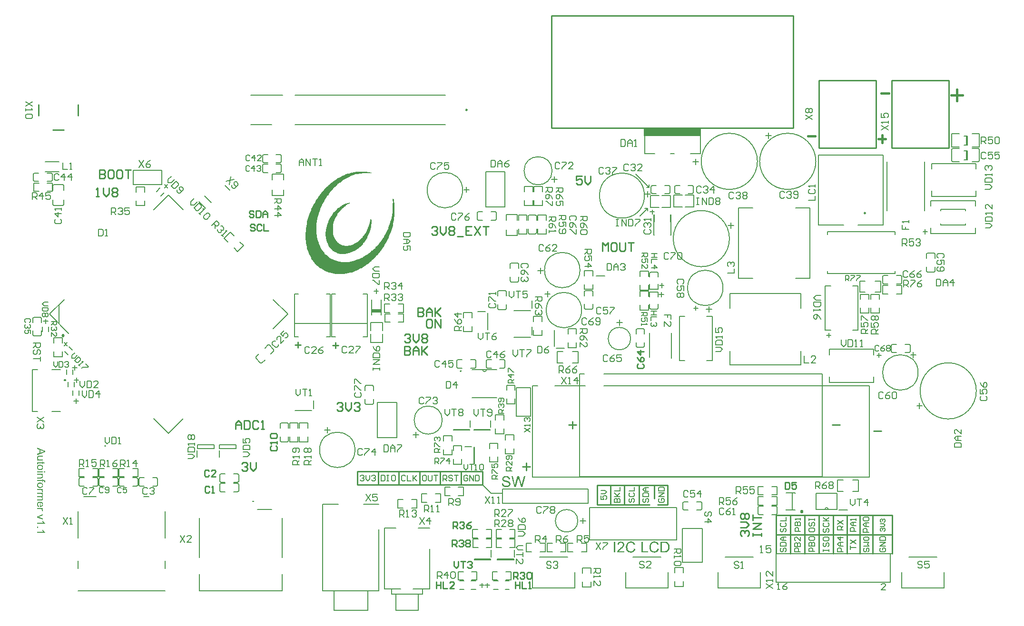
<source format=gto>
G04*
G04 #@! TF.GenerationSoftware,Altium Limited,Altium Designer,19.1.8 (144)*
G04*
G04 Layer_Color=65535*
%FSLAX25Y25*%
%MOIN*%
G70*
G01*
G75*
%ADD10C,0.00787*%
%ADD11C,0.00984*%
%ADD12C,0.00630*%
%ADD13C,0.00300*%
%ADD14C,0.01000*%
%ADD15C,0.00591*%
%ADD16C,0.01772*%
%ADD17C,0.01181*%
%ADD18C,0.00866*%
%ADD19C,0.00709*%
%ADD20C,0.00800*%
%ADD21C,0.00827*%
G36*
X258073Y198031D02*
Y195667D01*
X251772D01*
Y198031D01*
X258073D01*
D02*
G37*
G36*
X482402Y319291D02*
X442402D01*
Y324291D01*
X482402D01*
Y319291D01*
D02*
G37*
G36*
X345974Y81011D02*
X346050D01*
X346258Y80989D01*
X346487Y80956D01*
X346728Y80901D01*
X346990Y80836D01*
X347231Y80748D01*
X347242D01*
X347264Y80737D01*
X347296Y80715D01*
X347340Y80694D01*
X347449Y80639D01*
X347591Y80541D01*
X347755Y80431D01*
X347919Y80289D01*
X348072Y80125D01*
X348214Y79939D01*
Y79928D01*
X348225Y79918D01*
X348247Y79885D01*
X348269Y79852D01*
X348324Y79743D01*
X348389Y79601D01*
X348466Y79426D01*
X348520Y79218D01*
X348575Y78999D01*
X348597Y78759D01*
X347635Y78683D01*
Y78693D01*
Y78715D01*
X347624Y78748D01*
X347613Y78803D01*
X347580Y78923D01*
X347537Y79087D01*
X347471Y79262D01*
X347373Y79437D01*
X347252Y79601D01*
X347099Y79754D01*
X347078Y79764D01*
X347023Y79808D01*
X346914Y79874D01*
X346772Y79939D01*
X346586Y80005D01*
X346367Y80071D01*
X346094Y80114D01*
X345788Y80125D01*
X345635D01*
X345569Y80114D01*
X345482Y80103D01*
X345285Y80081D01*
X345066Y80038D01*
X344848Y79983D01*
X344640Y79896D01*
X344553Y79841D01*
X344465Y79786D01*
X344443Y79776D01*
X344400Y79732D01*
X344334Y79655D01*
X344269Y79568D01*
X344192Y79448D01*
X344127Y79316D01*
X344083Y79163D01*
X344061Y78988D01*
Y78967D01*
Y78923D01*
X344072Y78846D01*
X344094Y78759D01*
X344127Y78650D01*
X344181Y78540D01*
X344247Y78431D01*
X344345Y78322D01*
X344356Y78311D01*
X344411Y78278D01*
X344455Y78245D01*
X344498Y78223D01*
X344564Y78191D01*
X344640Y78147D01*
X344739Y78114D01*
X344848Y78070D01*
X344968Y78027D01*
X345110Y77972D01*
X345263Y77928D01*
X345438Y77874D01*
X345635Y77830D01*
X345853Y77775D01*
X345864D01*
X345908Y77764D01*
X345974Y77753D01*
X346050Y77732D01*
X346149Y77710D01*
X346269Y77677D01*
X346389Y77644D01*
X346520Y77611D01*
X346804Y77535D01*
X347078Y77458D01*
X347209Y77415D01*
X347329Y77371D01*
X347438Y77338D01*
X347526Y77294D01*
X347537D01*
X347559Y77283D01*
X347591Y77262D01*
X347635Y77240D01*
X347755Y77174D01*
X347897Y77087D01*
X348061Y76967D01*
X348225Y76835D01*
X348378Y76682D01*
X348510Y76518D01*
X348520Y76496D01*
X348564Y76442D01*
X348608Y76343D01*
X348673Y76212D01*
X348728Y76059D01*
X348783Y75874D01*
X348815Y75666D01*
X348827Y75447D01*
Y75436D01*
Y75425D01*
Y75393D01*
Y75349D01*
X348805Y75229D01*
X348783Y75076D01*
X348739Y74901D01*
X348684Y74715D01*
X348597Y74518D01*
X348477Y74310D01*
Y74300D01*
X348466Y74289D01*
X348411Y74223D01*
X348335Y74125D01*
X348225Y74015D01*
X348083Y73884D01*
X347908Y73742D01*
X347712Y73611D01*
X347482Y73491D01*
X347471D01*
X347449Y73480D01*
X347416Y73469D01*
X347373Y73447D01*
X347307Y73425D01*
X347231Y73392D01*
X347056Y73349D01*
X346848Y73294D01*
X346597Y73239D01*
X346323Y73207D01*
X346028Y73196D01*
X345853D01*
X345766Y73207D01*
X345668D01*
X345558Y73217D01*
X345427Y73228D01*
X345154Y73272D01*
X344870Y73316D01*
X344586Y73392D01*
X344312Y73491D01*
X344301D01*
X344280Y73502D01*
X344247Y73523D01*
X344203Y73545D01*
X344072Y73611D01*
X343919Y73709D01*
X343744Y73840D01*
X343558Y73993D01*
X343383Y74179D01*
X343219Y74387D01*
Y74398D01*
X343197Y74420D01*
X343187Y74453D01*
X343154Y74496D01*
X343132Y74551D01*
X343099Y74616D01*
X343023Y74780D01*
X342946Y74988D01*
X342881Y75218D01*
X342837Y75480D01*
X342815Y75753D01*
X343755Y75841D01*
Y75830D01*
Y75819D01*
X343766Y75786D01*
Y75742D01*
X343788Y75644D01*
X343821Y75502D01*
X343864Y75360D01*
X343908Y75196D01*
X343985Y75043D01*
X344061Y74901D01*
X344072Y74890D01*
X344105Y74846D01*
X344159Y74770D01*
X344247Y74693D01*
X344356Y74595D01*
X344476Y74496D01*
X344640Y74398D01*
X344815Y74310D01*
X344826D01*
X344837Y74300D01*
X344870Y74289D01*
X344903Y74278D01*
X345012Y74245D01*
X345154Y74201D01*
X345329Y74157D01*
X345526Y74125D01*
X345744Y74103D01*
X345985Y74092D01*
X346083D01*
X346192Y74103D01*
X346323Y74114D01*
X346477Y74136D01*
X346651Y74157D01*
X346826Y74201D01*
X346990Y74256D01*
X347012Y74267D01*
X347067Y74289D01*
X347143Y74332D01*
X347242Y74376D01*
X347340Y74453D01*
X347449Y74529D01*
X347559Y74616D01*
X347646Y74726D01*
X347657Y74737D01*
X347679Y74780D01*
X347712Y74835D01*
X347755Y74923D01*
X347799Y75010D01*
X347832Y75119D01*
X347854Y75239D01*
X347865Y75371D01*
Y75382D01*
Y75436D01*
X347854Y75502D01*
X347843Y75589D01*
X347810Y75677D01*
X347777Y75786D01*
X347723Y75895D01*
X347646Y75994D01*
X347635Y76005D01*
X347602Y76037D01*
X347559Y76081D01*
X347482Y76147D01*
X347395Y76212D01*
X347274Y76289D01*
X347132Y76365D01*
X346968Y76431D01*
X346957Y76442D01*
X346903Y76453D01*
X346815Y76486D01*
X346761Y76496D01*
X346684Y76518D01*
X346608Y76551D01*
X346509Y76573D01*
X346400Y76606D01*
X346269Y76639D01*
X346138Y76671D01*
X345985Y76715D01*
X345810Y76759D01*
X345624Y76802D01*
X345613D01*
X345580Y76813D01*
X345526Y76824D01*
X345460Y76846D01*
X345373Y76868D01*
X345274Y76890D01*
X345056Y76955D01*
X344815Y77032D01*
X344564Y77109D01*
X344345Y77185D01*
X344247Y77229D01*
X344159Y77272D01*
X344148D01*
X344138Y77283D01*
X344072Y77327D01*
X343973Y77382D01*
X343864Y77469D01*
X343733Y77568D01*
X343602Y77688D01*
X343471Y77830D01*
X343361Y77983D01*
X343351Y78005D01*
X343318Y78060D01*
X343274Y78147D01*
X343230Y78256D01*
X343187Y78398D01*
X343143Y78562D01*
X343110Y78737D01*
X343099Y78923D01*
Y78934D01*
Y78945D01*
Y78978D01*
Y79021D01*
X343121Y79131D01*
X343143Y79273D01*
X343176Y79437D01*
X343230Y79623D01*
X343307Y79808D01*
X343416Y79994D01*
Y80005D01*
X343427Y80016D01*
X343482Y80081D01*
X343558Y80169D01*
X343657Y80278D01*
X343788Y80398D01*
X343952Y80530D01*
X344148Y80650D01*
X344367Y80759D01*
X344378D01*
X344400Y80770D01*
X344433Y80781D01*
X344476Y80803D01*
X344531Y80825D01*
X344607Y80847D01*
X344771Y80890D01*
X344979Y80934D01*
X345220Y80978D01*
X345471Y81011D01*
X345755Y81021D01*
X345897D01*
X345974Y81011D01*
D02*
G37*
G36*
X357166Y73327D02*
X356182D01*
X354597Y79087D01*
Y79098D01*
X354587Y79120D01*
X354576Y79153D01*
X354565Y79207D01*
X354532Y79327D01*
X354499Y79469D01*
X354455Y79623D01*
X354412Y79764D01*
X354379Y79885D01*
X354368Y79939D01*
X354357Y79972D01*
Y79961D01*
X354346Y79950D01*
X354335Y79885D01*
X354313Y79786D01*
X354280Y79666D01*
X354248Y79535D01*
X354204Y79382D01*
X354171Y79229D01*
X354128Y79087D01*
X352532Y73327D01*
X351483D01*
X349504Y80890D01*
X350542D01*
X351668Y75928D01*
Y75917D01*
X351679Y75895D01*
X351690Y75852D01*
X351701Y75797D01*
X351712Y75720D01*
X351734Y75644D01*
X351756Y75546D01*
X351778Y75436D01*
X351832Y75207D01*
X351887Y74944D01*
X351941Y74660D01*
X351996Y74376D01*
Y74387D01*
X352007Y74431D01*
X352029Y74485D01*
X352040Y74573D01*
X352062Y74660D01*
X352095Y74770D01*
X352149Y75010D01*
X352215Y75251D01*
X352237Y75371D01*
X352269Y75480D01*
X352291Y75578D01*
X352313Y75666D01*
X352335Y75731D01*
X352346Y75775D01*
X353778Y80890D01*
X354991D01*
X356062Y77054D01*
Y77043D01*
X356084Y76988D01*
X356106Y76912D01*
X356128Y76813D01*
X356160Y76682D01*
X356204Y76540D01*
X356248Y76376D01*
X356292Y76190D01*
X356346Y75983D01*
X356390Y75775D01*
X356488Y75327D01*
X356587Y74857D01*
X356663Y74376D01*
Y74387D01*
X356674Y74409D01*
Y74453D01*
X356696Y74507D01*
X356707Y74573D01*
X356729Y74649D01*
X356740Y74748D01*
X356773Y74857D01*
X356827Y75097D01*
X356893Y75382D01*
X356958Y75688D01*
X357046Y76026D01*
X358226Y80890D01*
X359243D01*
X357166Y73327D01*
D02*
G37*
G36*
X449918Y35144D02*
X450017Y35133D01*
X450137Y35123D01*
X450257Y35112D01*
X450399Y35079D01*
X450694Y35013D01*
X451022Y34915D01*
X451186Y34849D01*
X451339Y34773D01*
X451492Y34674D01*
X451645Y34576D01*
X451656Y34565D01*
X451678Y34554D01*
X451722Y34521D01*
X451777Y34467D01*
X451831Y34412D01*
X451908Y34336D01*
X451984Y34248D01*
X452072Y34161D01*
X452159Y34051D01*
X452247Y33920D01*
X452345Y33789D01*
X452432Y33647D01*
X452509Y33483D01*
X452596Y33319D01*
X452662Y33144D01*
X452727Y32947D01*
X451744Y32718D01*
Y32729D01*
X451733Y32751D01*
X451711Y32794D01*
X451689Y32849D01*
X451667Y32915D01*
X451634Y33002D01*
X451547Y33177D01*
X451438Y33374D01*
X451306Y33571D01*
X451143Y33756D01*
X450968Y33920D01*
X450946Y33942D01*
X450880Y33986D01*
X450771Y34040D01*
X450629Y34117D01*
X450443Y34183D01*
X450235Y34248D01*
X449984Y34292D01*
X449711Y34303D01*
X449623D01*
X449569Y34292D01*
X449492D01*
X449405Y34281D01*
X449197Y34248D01*
X448968Y34204D01*
X448727Y34128D01*
X448476Y34019D01*
X448246Y33876D01*
X448235D01*
X448224Y33855D01*
X448148Y33800D01*
X448049Y33713D01*
X447929Y33581D01*
X447787Y33417D01*
X447656Y33232D01*
X447536Y33002D01*
X447426Y32751D01*
Y32740D01*
X447415Y32718D01*
X447404Y32685D01*
X447394Y32631D01*
X447372Y32565D01*
X447350Y32488D01*
X447317Y32303D01*
X447273Y32084D01*
X447230Y31844D01*
X447208Y31581D01*
X447197Y31297D01*
Y31286D01*
Y31253D01*
Y31199D01*
Y31133D01*
X447208Y31057D01*
Y30958D01*
X447219Y30849D01*
X447230Y30729D01*
X447262Y30466D01*
X447317Y30182D01*
X447383Y29898D01*
X447470Y29614D01*
Y29603D01*
X447481Y29581D01*
X447503Y29548D01*
X447525Y29494D01*
X447590Y29362D01*
X447689Y29209D01*
X447809Y29035D01*
X447962Y28849D01*
X448137Y28685D01*
X448344Y28532D01*
X448355D01*
X448377Y28521D01*
X448410Y28499D01*
X448454Y28477D01*
X448508Y28455D01*
X448574Y28422D01*
X448727Y28357D01*
X448924Y28291D01*
X449142Y28237D01*
X449383Y28193D01*
X449634Y28182D01*
X449711D01*
X449776Y28193D01*
X449853D01*
X449929Y28204D01*
X450126Y28248D01*
X450356Y28302D01*
X450585Y28390D01*
X450826Y28510D01*
X450946Y28576D01*
X451055Y28663D01*
X451066Y28674D01*
X451077Y28685D01*
X451110Y28718D01*
X451153Y28750D01*
X451197Y28805D01*
X451252Y28871D01*
X451317Y28936D01*
X451372Y29024D01*
X451438Y29122D01*
X451514Y29231D01*
X451580Y29341D01*
X451645Y29472D01*
X451700Y29614D01*
X451755Y29767D01*
X451809Y29931D01*
X451853Y30106D01*
X452858Y29854D01*
Y29843D01*
X452848Y29800D01*
X452826Y29734D01*
X452793Y29647D01*
X452760Y29548D01*
X452716Y29428D01*
X452662Y29297D01*
X452596Y29155D01*
X452443Y28849D01*
X452247Y28543D01*
X452126Y28390D01*
X452006Y28237D01*
X451875Y28106D01*
X451722Y27974D01*
X451711Y27963D01*
X451689Y27942D01*
X451634Y27920D01*
X451580Y27876D01*
X451492Y27821D01*
X451405Y27767D01*
X451285Y27712D01*
X451164Y27657D01*
X451022Y27592D01*
X450869Y27537D01*
X450705Y27483D01*
X450530Y27428D01*
X450345Y27384D01*
X450148Y27362D01*
X449940Y27340D01*
X449722Y27329D01*
X449601D01*
X449514Y27340D01*
X449416D01*
X449295Y27351D01*
X449164Y27373D01*
X449011Y27395D01*
X448694Y27450D01*
X448366Y27537D01*
X448038Y27657D01*
X447885Y27734D01*
X447732Y27821D01*
X447721Y27832D01*
X447700Y27843D01*
X447656Y27876D01*
X447612Y27920D01*
X447547Y27963D01*
X447470Y28029D01*
X447383Y28106D01*
X447295Y28193D01*
X447208Y28291D01*
X447109Y28390D01*
X446913Y28641D01*
X446727Y28936D01*
X446563Y29264D01*
Y29275D01*
X446541Y29308D01*
X446530Y29362D01*
X446497Y29428D01*
X446475Y29515D01*
X446443Y29625D01*
X446399Y29745D01*
X446366Y29876D01*
X446333Y30018D01*
X446290Y30182D01*
X446235Y30521D01*
X446191Y30904D01*
X446169Y31297D01*
Y31308D01*
Y31352D01*
Y31417D01*
X446180Y31494D01*
Y31603D01*
X446191Y31712D01*
X446202Y31855D01*
X446224Y31997D01*
X446279Y32313D01*
X446355Y32663D01*
X446464Y33013D01*
X446618Y33352D01*
X446628Y33363D01*
X446639Y33396D01*
X446661Y33439D01*
X446705Y33494D01*
X446749Y33571D01*
X446803Y33658D01*
X446945Y33855D01*
X447131Y34073D01*
X447350Y34292D01*
X447601Y34510D01*
X447896Y34696D01*
X447907Y34707D01*
X447940Y34718D01*
X447984Y34740D01*
X448038Y34773D01*
X448126Y34806D01*
X448213Y34838D01*
X448323Y34882D01*
X448443Y34926D01*
X448574Y34969D01*
X448716Y35013D01*
X449022Y35079D01*
X449372Y35133D01*
X449732Y35155D01*
X449842D01*
X449918Y35144D01*
D02*
G37*
G36*
X433469D02*
X433567Y35133D01*
X433687Y35123D01*
X433808Y35112D01*
X433950Y35079D01*
X434245Y35013D01*
X434573Y34915D01*
X434737Y34849D01*
X434890Y34773D01*
X435043Y34674D01*
X435196Y34576D01*
X435207Y34565D01*
X435228Y34554D01*
X435272Y34521D01*
X435327Y34467D01*
X435382Y34412D01*
X435458Y34336D01*
X435534Y34248D01*
X435622Y34161D01*
X435709Y34051D01*
X435797Y33920D01*
X435895Y33789D01*
X435983Y33647D01*
X436059Y33483D01*
X436147Y33319D01*
X436212Y33144D01*
X436278Y32947D01*
X435294Y32718D01*
Y32729D01*
X435283Y32751D01*
X435261Y32794D01*
X435239Y32849D01*
X435218Y32915D01*
X435185Y33002D01*
X435097Y33177D01*
X434988Y33374D01*
X434857Y33571D01*
X434693Y33756D01*
X434518Y33920D01*
X434496Y33942D01*
X434431Y33986D01*
X434321Y34040D01*
X434179Y34117D01*
X433993Y34183D01*
X433786Y34248D01*
X433534Y34292D01*
X433261Y34303D01*
X433174D01*
X433119Y34292D01*
X433042D01*
X432955Y34281D01*
X432747Y34248D01*
X432518Y34204D01*
X432277Y34128D01*
X432026Y34019D01*
X431796Y33876D01*
X431785D01*
X431775Y33855D01*
X431698Y33800D01*
X431600Y33713D01*
X431479Y33581D01*
X431337Y33417D01*
X431206Y33232D01*
X431086Y33002D01*
X430977Y32751D01*
Y32740D01*
X430966Y32718D01*
X430955Y32685D01*
X430944Y32631D01*
X430922Y32565D01*
X430900Y32488D01*
X430867Y32303D01*
X430824Y32084D01*
X430780Y31844D01*
X430758Y31581D01*
X430747Y31297D01*
Y31286D01*
Y31253D01*
Y31199D01*
Y31133D01*
X430758Y31057D01*
Y30958D01*
X430769Y30849D01*
X430780Y30729D01*
X430813Y30466D01*
X430867Y30182D01*
X430933Y29898D01*
X431020Y29614D01*
Y29603D01*
X431031Y29581D01*
X431053Y29548D01*
X431075Y29494D01*
X431141Y29362D01*
X431239Y29209D01*
X431359Y29035D01*
X431512Y28849D01*
X431687Y28685D01*
X431895Y28532D01*
X431906D01*
X431928Y28521D01*
X431960Y28499D01*
X432004Y28477D01*
X432059Y28455D01*
X432124Y28422D01*
X432277Y28357D01*
X432474Y28291D01*
X432693Y28237D01*
X432933Y28193D01*
X433184Y28182D01*
X433261D01*
X433327Y28193D01*
X433403D01*
X433480Y28204D01*
X433676Y28248D01*
X433906Y28302D01*
X434135Y28390D01*
X434376Y28510D01*
X434496Y28576D01*
X434605Y28663D01*
X434616Y28674D01*
X434627Y28685D01*
X434660Y28718D01*
X434704Y28750D01*
X434748Y28805D01*
X434802Y28871D01*
X434868Y28936D01*
X434922Y29024D01*
X434988Y29122D01*
X435065Y29231D01*
X435130Y29341D01*
X435196Y29472D01*
X435250Y29614D01*
X435305Y29767D01*
X435360Y29931D01*
X435403Y30106D01*
X436409Y29854D01*
Y29843D01*
X436398Y29800D01*
X436376Y29734D01*
X436343Y29647D01*
X436310Y29548D01*
X436267Y29428D01*
X436212Y29297D01*
X436147Y29155D01*
X435993Y28849D01*
X435797Y28543D01*
X435677Y28390D01*
X435556Y28237D01*
X435425Y28106D01*
X435272Y27974D01*
X435261Y27963D01*
X435239Y27942D01*
X435185Y27920D01*
X435130Y27876D01*
X435043Y27821D01*
X434955Y27767D01*
X434835Y27712D01*
X434715Y27657D01*
X434573Y27592D01*
X434420Y27537D01*
X434256Y27483D01*
X434081Y27428D01*
X433895Y27384D01*
X433698Y27362D01*
X433491Y27340D01*
X433272Y27329D01*
X433152D01*
X433064Y27340D01*
X432966D01*
X432846Y27351D01*
X432715Y27373D01*
X432561Y27395D01*
X432244Y27450D01*
X431917Y27537D01*
X431589Y27657D01*
X431436Y27734D01*
X431283Y27821D01*
X431272Y27832D01*
X431250Y27843D01*
X431206Y27876D01*
X431163Y27920D01*
X431097Y27963D01*
X431020Y28029D01*
X430933Y28106D01*
X430845Y28193D01*
X430758Y28291D01*
X430660Y28390D01*
X430463Y28641D01*
X430277Y28936D01*
X430113Y29264D01*
Y29275D01*
X430091Y29308D01*
X430080Y29362D01*
X430048Y29428D01*
X430026Y29515D01*
X429993Y29625D01*
X429949Y29745D01*
X429916Y29876D01*
X429884Y30018D01*
X429840Y30182D01*
X429785Y30521D01*
X429742Y30904D01*
X429720Y31297D01*
Y31308D01*
Y31352D01*
Y31417D01*
X429731Y31494D01*
Y31603D01*
X429742Y31712D01*
X429752Y31855D01*
X429774Y31997D01*
X429829Y32313D01*
X429906Y32663D01*
X430015Y33013D01*
X430168Y33352D01*
X430179Y33363D01*
X430190Y33396D01*
X430212Y33439D01*
X430255Y33494D01*
X430299Y33571D01*
X430354Y33658D01*
X430496Y33855D01*
X430682Y34073D01*
X430900Y34292D01*
X431152Y34510D01*
X431447Y34696D01*
X431458Y34707D01*
X431490Y34718D01*
X431534Y34740D01*
X431589Y34773D01*
X431676Y34806D01*
X431764Y34838D01*
X431873Y34882D01*
X431993Y34926D01*
X432124Y34969D01*
X432266Y35013D01*
X432573Y35079D01*
X432922Y35133D01*
X433283Y35155D01*
X433392D01*
X433469Y35144D01*
D02*
G37*
G36*
X457198Y35013D02*
X457416Y35002D01*
X457635Y34980D01*
X457854Y34948D01*
X458039Y34915D01*
X458050D01*
X458072Y34904D01*
X458105D01*
X458149Y34882D01*
X458269Y34849D01*
X458422Y34795D01*
X458597Y34718D01*
X458783Y34620D01*
X458968Y34510D01*
X459143Y34368D01*
X459154Y34358D01*
X459165Y34347D01*
X459198Y34314D01*
X459242Y34281D01*
X459351Y34172D01*
X459482Y34019D01*
X459624Y33833D01*
X459777Y33614D01*
X459919Y33363D01*
X460040Y33079D01*
Y33068D01*
X460050Y33046D01*
X460072Y33002D01*
X460083Y32937D01*
X460116Y32860D01*
X460138Y32773D01*
X460160Y32674D01*
X460193Y32554D01*
X460225Y32434D01*
X460247Y32292D01*
X460302Y31986D01*
X460335Y31647D01*
X460346Y31275D01*
Y31264D01*
Y31242D01*
Y31188D01*
Y31133D01*
X460335Y31057D01*
Y30969D01*
X460324Y30762D01*
X460291Y30521D01*
X460258Y30270D01*
X460204Y30007D01*
X460138Y29745D01*
Y29734D01*
X460127Y29712D01*
X460116Y29679D01*
X460105Y29636D01*
X460061Y29515D01*
X459996Y29362D01*
X459930Y29188D01*
X459843Y29013D01*
X459733Y28827D01*
X459624Y28652D01*
X459613Y28630D01*
X459570Y28576D01*
X459504Y28499D01*
X459416Y28401D01*
X459318Y28291D01*
X459198Y28182D01*
X459078Y28062D01*
X458936Y27963D01*
X458914Y27953D01*
X458870Y27920D01*
X458793Y27876D01*
X458684Y27821D01*
X458553Y27756D01*
X458400Y27701D01*
X458225Y27635D01*
X458028Y27581D01*
X458007D01*
X457974Y27570D01*
X457941Y27559D01*
X457832Y27548D01*
X457679Y27526D01*
X457504Y27504D01*
X457296Y27483D01*
X457067Y27472D01*
X456815Y27461D01*
X454094D01*
Y35024D01*
X457001D01*
X457198Y35013D01*
D02*
G37*
G36*
X441546Y28357D02*
X445273D01*
Y27461D01*
X440540D01*
Y35024D01*
X441546D01*
Y28357D01*
D02*
G37*
G36*
X426441Y35046D02*
X426528Y35035D01*
X426638Y35024D01*
X426758Y35002D01*
X426878Y34980D01*
X427162Y34904D01*
X427446Y34795D01*
X427588Y34729D01*
X427731Y34653D01*
X427862Y34554D01*
X427982Y34445D01*
X427993Y34434D01*
X428015Y34423D01*
X428036Y34379D01*
X428080Y34336D01*
X428135Y34281D01*
X428190Y34204D01*
X428244Y34128D01*
X428310Y34030D01*
X428419Y33822D01*
X428528Y33560D01*
X428572Y33428D01*
X428594Y33275D01*
X428616Y33122D01*
X428627Y32958D01*
Y32937D01*
Y32882D01*
X428616Y32794D01*
X428605Y32674D01*
X428583Y32543D01*
X428539Y32390D01*
X428496Y32226D01*
X428430Y32062D01*
X428419Y32040D01*
X428397Y31986D01*
X428354Y31898D01*
X428288Y31778D01*
X428200Y31647D01*
X428091Y31483D01*
X427960Y31319D01*
X427807Y31133D01*
X427785Y31111D01*
X427731Y31046D01*
X427676Y30991D01*
X427621Y30936D01*
X427556Y30871D01*
X427468Y30783D01*
X427381Y30696D01*
X427271Y30597D01*
X427162Y30488D01*
X427031Y30368D01*
X426889Y30248D01*
X426736Y30106D01*
X426561Y29964D01*
X426386Y29811D01*
X426375Y29800D01*
X426353Y29778D01*
X426310Y29745D01*
X426255Y29701D01*
X426189Y29636D01*
X426113Y29570D01*
X425938Y29428D01*
X425752Y29264D01*
X425577Y29100D01*
X425424Y28958D01*
X425359Y28903D01*
X425304Y28849D01*
X425293Y28838D01*
X425260Y28805D01*
X425217Y28761D01*
X425162Y28696D01*
X425107Y28619D01*
X425042Y28543D01*
X424910Y28357D01*
X428638D01*
Y27461D01*
X423621D01*
Y27472D01*
Y27515D01*
Y27581D01*
X423632Y27668D01*
X423643Y27767D01*
X423665Y27876D01*
X423686Y27985D01*
X423730Y28106D01*
Y28116D01*
X423741Y28127D01*
X423763Y28193D01*
X423807Y28291D01*
X423872Y28422D01*
X423960Y28576D01*
X424069Y28750D01*
X424189Y28925D01*
X424342Y29111D01*
Y29122D01*
X424364Y29133D01*
X424419Y29199D01*
X424517Y29297D01*
X424659Y29439D01*
X424823Y29603D01*
X425031Y29800D01*
X425282Y30018D01*
X425555Y30248D01*
X425566Y30259D01*
X425610Y30292D01*
X425676Y30346D01*
X425752Y30412D01*
X425850Y30499D01*
X425971Y30597D01*
X426091Y30707D01*
X426233Y30827D01*
X426506Y31089D01*
X426780Y31352D01*
X426911Y31483D01*
X427031Y31614D01*
X427140Y31734D01*
X427228Y31855D01*
Y31865D01*
X427249Y31876D01*
X427271Y31909D01*
X427293Y31953D01*
X427370Y32073D01*
X427457Y32215D01*
X427534Y32390D01*
X427610Y32576D01*
X427654Y32783D01*
X427676Y32980D01*
Y32991D01*
Y33002D01*
X427665Y33068D01*
X427654Y33177D01*
X427621Y33297D01*
X427577Y33450D01*
X427501Y33603D01*
X427403Y33756D01*
X427271Y33909D01*
X427249Y33931D01*
X427195Y33975D01*
X427118Y34030D01*
X426998Y34106D01*
X426845Y34172D01*
X426670Y34237D01*
X426463Y34281D01*
X426233Y34292D01*
X426167D01*
X426124Y34281D01*
X425993Y34270D01*
X425840Y34237D01*
X425676Y34194D01*
X425490Y34117D01*
X425315Y34019D01*
X425151Y33887D01*
X425129Y33866D01*
X425085Y33811D01*
X425020Y33724D01*
X424954Y33592D01*
X424878Y33439D01*
X424812Y33243D01*
X424768Y33024D01*
X424747Y32773D01*
X423796Y32871D01*
Y32882D01*
X423807Y32915D01*
Y32969D01*
X423817Y33046D01*
X423839Y33133D01*
X423861Y33232D01*
X423894Y33352D01*
X423927Y33472D01*
X424014Y33734D01*
X424145Y33997D01*
X424222Y34128D01*
X424320Y34259D01*
X424419Y34379D01*
X424528Y34489D01*
X424539Y34499D01*
X424561Y34510D01*
X424593Y34543D01*
X424648Y34576D01*
X424714Y34620D01*
X424790Y34664D01*
X424878Y34718D01*
X424987Y34773D01*
X425107Y34827D01*
X425238Y34882D01*
X425381Y34926D01*
X425533Y34969D01*
X425698Y35002D01*
X425872Y35035D01*
X426058Y35046D01*
X426255Y35057D01*
X426364D01*
X426441Y35046D01*
D02*
G37*
G36*
X422364Y27461D02*
X421358D01*
Y35024D01*
X422364D01*
Y27461D01*
D02*
G37*
G36*
X22866Y98673D02*
Y97872D01*
X17323Y95605D01*
Y96438D01*
X19005Y97087D01*
Y99410D01*
X17323Y100010D01*
Y100787D01*
X22866Y98673D01*
D02*
G37*
G36*
X21344Y94436D02*
X19109D01*
X19101D01*
X19085D01*
X19061D01*
X19021D01*
X18933D01*
X18821Y94428D01*
X18701D01*
X18580Y94419D01*
X18476Y94411D01*
X18388Y94395D01*
X18380D01*
X18348Y94379D01*
X18300Y94363D01*
X18236Y94339D01*
X18172Y94299D01*
X18100Y94251D01*
X18036Y94195D01*
X17972Y94123D01*
X17964Y94115D01*
X17948Y94083D01*
X17924Y94043D01*
X17900Y93979D01*
X17867Y93907D01*
X17843Y93819D01*
X17828Y93723D01*
X17819Y93611D01*
Y93554D01*
X17828Y93498D01*
X17835Y93426D01*
X17860Y93338D01*
X17884Y93242D01*
X17924Y93138D01*
X17972Y93034D01*
X17980Y93018D01*
X18004Y92986D01*
X18036Y92938D01*
X18084Y92882D01*
X18148Y92817D01*
X18220Y92753D01*
X18300Y92697D01*
X18396Y92649D01*
X18412Y92641D01*
X18444Y92633D01*
X18508Y92617D01*
X18596Y92593D01*
X18709Y92569D01*
X18845Y92553D01*
X19005Y92545D01*
X19189Y92537D01*
X21344D01*
Y91856D01*
X17323D01*
Y92465D01*
X17908D01*
X17900Y92473D01*
X17876Y92489D01*
X17843Y92513D01*
X17803Y92553D01*
X17755Y92601D01*
X17691Y92657D01*
X17635Y92721D01*
X17571Y92801D01*
X17507Y92889D01*
X17451Y92986D01*
X17395Y93090D01*
X17339Y93202D01*
X17299Y93330D01*
X17267Y93458D01*
X17243Y93602D01*
X17235Y93747D01*
Y93803D01*
X17243Y93875D01*
X17251Y93963D01*
X17267Y94067D01*
X17291Y94179D01*
X17323Y94291D01*
X17371Y94411D01*
X17379Y94428D01*
X17395Y94459D01*
X17427Y94516D01*
X17467Y94580D01*
X17515Y94660D01*
X17571Y94732D01*
X17635Y94804D01*
X17707Y94868D01*
X17715Y94876D01*
X17747Y94892D01*
X17787Y94916D01*
X17852Y94948D01*
X17924Y94988D01*
X18012Y95020D01*
X18108Y95052D01*
X18212Y95076D01*
X18220D01*
X18252Y95084D01*
X18300Y95092D01*
X18364D01*
X18460Y95100D01*
X18564Y95108D01*
X18701Y95116D01*
X18853D01*
X21344D01*
Y94436D01*
D02*
G37*
G36*
Y90679D02*
X22337D01*
X22746Y89998D01*
X21344D01*
Y89309D01*
X20815D01*
Y89998D01*
X18452D01*
X18436D01*
X18404D01*
X18356D01*
X18300Y89990D01*
X18172Y89982D01*
X18116Y89974D01*
X18076Y89966D01*
X18060Y89958D01*
X18028Y89934D01*
X17988Y89902D01*
X17948Y89846D01*
X17940Y89830D01*
X17924Y89790D01*
X17908Y89718D01*
X17900Y89613D01*
Y89533D01*
X17908Y89493D01*
Y89437D01*
X17916Y89373D01*
X17924Y89309D01*
X17323Y89221D01*
Y89237D01*
X17315Y89269D01*
X17307Y89325D01*
X17299Y89397D01*
X17283Y89477D01*
X17275Y89565D01*
X17267Y89742D01*
Y89806D01*
X17275Y89870D01*
X17283Y89950D01*
X17291Y90046D01*
X17315Y90142D01*
X17339Y90230D01*
X17379Y90318D01*
X17387Y90326D01*
X17403Y90350D01*
X17427Y90382D01*
X17467Y90430D01*
X17507Y90470D01*
X17563Y90519D01*
X17619Y90567D01*
X17691Y90599D01*
X17699D01*
X17731Y90615D01*
X17787Y90623D01*
X17867Y90639D01*
X17972Y90655D01*
X18036Y90663D01*
X18108D01*
X18196Y90671D01*
X18284Y90679D01*
X18380D01*
X18492D01*
X20815D01*
Y91183D01*
X21344D01*
Y90679D01*
D02*
G37*
G36*
X19437Y88885D02*
X19518D01*
X19606Y88876D01*
X19718Y88860D01*
X19830Y88845D01*
X19958Y88813D01*
X20086Y88780D01*
X20222Y88740D01*
X20367Y88692D01*
X20503Y88628D01*
X20631Y88564D01*
X20759Y88476D01*
X20879Y88388D01*
X20983Y88276D01*
X20991Y88268D01*
X20999Y88252D01*
X21023Y88220D01*
X21056Y88180D01*
X21088Y88132D01*
X21128Y88068D01*
X21168Y88003D01*
X21208Y87923D01*
X21248Y87835D01*
X21288Y87739D01*
X21360Y87523D01*
X21416Y87274D01*
X21424Y87146D01*
X21432Y87010D01*
Y86930D01*
X21424Y86874D01*
X21416Y86802D01*
X21400Y86722D01*
X21384Y86634D01*
X21368Y86530D01*
X21296Y86313D01*
X21256Y86201D01*
X21200Y86089D01*
X21144Y85977D01*
X21064Y85865D01*
X20983Y85761D01*
X20887Y85656D01*
X20879Y85649D01*
X20863Y85632D01*
X20831Y85609D01*
X20791Y85576D01*
X20735Y85536D01*
X20663Y85488D01*
X20583Y85440D01*
X20495Y85392D01*
X20399Y85344D01*
X20279Y85296D01*
X20158Y85248D01*
X20022Y85208D01*
X19878Y85176D01*
X19726Y85152D01*
X19566Y85136D01*
X19389Y85128D01*
X19381D01*
X19357D01*
X19317D01*
X19261D01*
X19197Y85136D01*
X19117Y85144D01*
X19037D01*
X18949Y85160D01*
X18749Y85184D01*
X18548Y85232D01*
X18348Y85288D01*
X18164Y85368D01*
X18156D01*
X18148Y85376D01*
X18124Y85392D01*
X18092Y85408D01*
X18012Y85464D01*
X17916Y85536D01*
X17803Y85632D01*
X17691Y85753D01*
X17579Y85889D01*
X17475Y86049D01*
Y86057D01*
X17467Y86065D01*
X17451Y86089D01*
X17435Y86129D01*
X17419Y86169D01*
X17403Y86217D01*
X17355Y86337D01*
X17315Y86474D01*
X17275Y86642D01*
X17243Y86818D01*
X17235Y87010D01*
Y87090D01*
X17243Y87154D01*
X17251Y87226D01*
X17267Y87307D01*
X17283Y87403D01*
X17299Y87499D01*
X17363Y87715D01*
X17411Y87835D01*
X17459Y87947D01*
X17523Y88060D01*
X17595Y88172D01*
X17675Y88276D01*
X17771Y88380D01*
X17779Y88388D01*
X17795Y88404D01*
X17828Y88428D01*
X17876Y88460D01*
X17932Y88500D01*
X17996Y88540D01*
X18076Y88588D01*
X18172Y88636D01*
X18276Y88684D01*
X18396Y88732D01*
X18524Y88772D01*
X18661Y88813D01*
X18813Y88845D01*
X18973Y88868D01*
X19149Y88885D01*
X19333Y88893D01*
X19349D01*
X19381D01*
X19437Y88885D01*
D02*
G37*
G36*
X22866Y83646D02*
X22089D01*
Y84327D01*
X22866D01*
Y83646D01*
D02*
G37*
G36*
X21344D02*
X17323D01*
Y84327D01*
X21344D01*
Y83646D01*
D02*
G37*
G36*
Y81996D02*
X20767D01*
X20775Y81988D01*
X20799Y81972D01*
X20831Y81948D01*
X20871Y81916D01*
X20919Y81868D01*
X20975Y81812D01*
X21039Y81748D01*
X21104Y81668D01*
X21160Y81587D01*
X21224Y81491D01*
X21280Y81387D01*
X21328Y81275D01*
X21368Y81147D01*
X21400Y81019D01*
X21424Y80875D01*
X21432Y80722D01*
Y80658D01*
X21424Y80594D01*
X21416Y80506D01*
X21400Y80402D01*
X21376Y80290D01*
X21344Y80170D01*
X21296Y80058D01*
X21288Y80041D01*
X21272Y80010D01*
X21248Y79953D01*
X21208Y79889D01*
X21160Y79809D01*
X21096Y79737D01*
X21032Y79665D01*
X20951Y79601D01*
X20943Y79593D01*
X20911Y79577D01*
X20871Y79553D01*
X20815Y79513D01*
X20735Y79481D01*
X20655Y79449D01*
X20559Y79409D01*
X20455Y79385D01*
X20447D01*
X20415Y79377D01*
X20367Y79369D01*
X20303Y79361D01*
X20206D01*
X20094Y79353D01*
X19958Y79345D01*
X19790D01*
X17323D01*
Y80026D01*
X19758D01*
X19766D01*
X19774D01*
X19830D01*
X19902D01*
X19990Y80033D01*
X20094Y80041D01*
X20198Y80058D01*
X20295Y80082D01*
X20383Y80106D01*
X20391D01*
X20415Y80122D01*
X20455Y80146D01*
X20503Y80170D01*
X20551Y80210D01*
X20607Y80258D01*
X20663Y80322D01*
X20711Y80394D01*
X20719Y80402D01*
X20735Y80426D01*
X20751Y80474D01*
X20775Y80530D01*
X20799Y80594D01*
X20823Y80674D01*
X20831Y80770D01*
X20839Y80866D01*
Y80907D01*
X20831Y80939D01*
X20823Y81019D01*
X20807Y81123D01*
X20767Y81235D01*
X20719Y81363D01*
X20655Y81491D01*
X20559Y81612D01*
X20543Y81628D01*
X20503Y81660D01*
X20471Y81684D01*
X20431Y81708D01*
X20383Y81740D01*
X20327Y81764D01*
X20263Y81796D01*
X20182Y81828D01*
X20094Y81852D01*
X19998Y81876D01*
X19894Y81892D01*
X19782Y81908D01*
X19646Y81924D01*
X19510D01*
X17323D01*
Y82605D01*
X21344D01*
Y81996D01*
D02*
G37*
G36*
Y78135D02*
X21768D01*
X21776D01*
X21784D01*
X21833D01*
X21905Y78127D01*
X21993D01*
X22089Y78119D01*
X22193Y78103D01*
X22289Y78087D01*
X22369Y78063D01*
X22377Y78055D01*
X22417Y78047D01*
X22465Y78023D01*
X22521Y77983D01*
X22585Y77935D01*
X22658Y77879D01*
X22730Y77807D01*
X22794Y77719D01*
X22802Y77711D01*
X22818Y77671D01*
X22850Y77614D01*
X22882Y77534D01*
X22906Y77438D01*
X22938Y77318D01*
X22954Y77182D01*
X22962Y77022D01*
Y76910D01*
X22954Y76837D01*
X22946Y76741D01*
X22930Y76629D01*
X22914Y76517D01*
X22890Y76389D01*
X22297Y76493D01*
Y76501D01*
X22305Y76525D01*
X22313Y76565D01*
X22321Y76621D01*
Y76685D01*
X22329Y76749D01*
X22337Y76894D01*
Y76942D01*
X22329Y76998D01*
X22321Y77062D01*
X22305Y77134D01*
X22281Y77206D01*
X22249Y77270D01*
X22201Y77326D01*
X22193Y77334D01*
X22177Y77342D01*
X22145Y77366D01*
X22089Y77390D01*
X22025Y77414D01*
X21945Y77430D01*
X21840Y77446D01*
X21712Y77454D01*
X21344D01*
Y76677D01*
X20815D01*
Y77454D01*
X17323D01*
Y78135D01*
X20815D01*
Y78736D01*
X21344D01*
Y78135D01*
D02*
G37*
G36*
X19437Y76389D02*
X19518D01*
X19606Y76381D01*
X19718Y76365D01*
X19830Y76349D01*
X19958Y76317D01*
X20086Y76285D01*
X20222Y76245D01*
X20367Y76197D01*
X20503Y76133D01*
X20631Y76069D01*
X20759Y75980D01*
X20879Y75892D01*
X20983Y75780D01*
X20991Y75772D01*
X20999Y75756D01*
X21023Y75724D01*
X21056Y75684D01*
X21088Y75636D01*
X21128Y75572D01*
X21168Y75508D01*
X21208Y75428D01*
X21248Y75340D01*
X21288Y75244D01*
X21360Y75027D01*
X21416Y74779D01*
X21424Y74651D01*
X21432Y74515D01*
Y74435D01*
X21424Y74378D01*
X21416Y74306D01*
X21400Y74226D01*
X21384Y74138D01*
X21368Y74034D01*
X21296Y73818D01*
X21256Y73706D01*
X21200Y73593D01*
X21144Y73481D01*
X21064Y73369D01*
X20983Y73265D01*
X20887Y73161D01*
X20879Y73153D01*
X20863Y73137D01*
X20831Y73113D01*
X20791Y73081D01*
X20735Y73041D01*
X20663Y72993D01*
X20583Y72945D01*
X20495Y72897D01*
X20399Y72848D01*
X20279Y72800D01*
X20158Y72752D01*
X20022Y72712D01*
X19878Y72680D01*
X19726Y72656D01*
X19566Y72640D01*
X19389Y72632D01*
X19381D01*
X19357D01*
X19317D01*
X19261D01*
X19197Y72640D01*
X19117Y72648D01*
X19037D01*
X18949Y72664D01*
X18749Y72688D01*
X18548Y72736D01*
X18348Y72793D01*
X18164Y72873D01*
X18156D01*
X18148Y72881D01*
X18124Y72897D01*
X18092Y72913D01*
X18012Y72969D01*
X17916Y73041D01*
X17803Y73137D01*
X17691Y73257D01*
X17579Y73393D01*
X17475Y73553D01*
Y73561D01*
X17467Y73569D01*
X17451Y73593D01*
X17435Y73633D01*
X17419Y73674D01*
X17403Y73722D01*
X17355Y73842D01*
X17315Y73978D01*
X17275Y74146D01*
X17243Y74322D01*
X17235Y74515D01*
Y74595D01*
X17243Y74659D01*
X17251Y74731D01*
X17267Y74811D01*
X17283Y74907D01*
X17299Y75003D01*
X17363Y75220D01*
X17411Y75340D01*
X17459Y75452D01*
X17523Y75564D01*
X17595Y75676D01*
X17675Y75780D01*
X17771Y75884D01*
X17779Y75892D01*
X17795Y75908D01*
X17828Y75932D01*
X17876Y75964D01*
X17932Y76004D01*
X17996Y76044D01*
X18076Y76093D01*
X18172Y76141D01*
X18276Y76189D01*
X18396Y76237D01*
X18524Y76277D01*
X18661Y76317D01*
X18813Y76349D01*
X18973Y76373D01*
X19149Y76389D01*
X19333Y76397D01*
X19349D01*
X19381D01*
X19437Y76389D01*
D02*
G37*
G36*
X21344Y71223D02*
X20735D01*
X20743Y71214D01*
X20799Y71182D01*
X20871Y71142D01*
X20959Y71078D01*
X21047Y71014D01*
X21144Y70942D01*
X21224Y70870D01*
X21288Y70798D01*
X21296Y70790D01*
X21312Y70766D01*
X21336Y70718D01*
X21360Y70670D01*
X21384Y70606D01*
X21408Y70526D01*
X21424Y70446D01*
X21432Y70357D01*
Y70301D01*
X21424Y70229D01*
X21408Y70141D01*
X21376Y70037D01*
X21336Y69925D01*
X21280Y69797D01*
X21208Y69661D01*
X20583Y69909D01*
X20591Y69917D01*
X20607Y69949D01*
X20631Y69997D01*
X20655Y70061D01*
X20679Y70133D01*
X20703Y70221D01*
X20719Y70309D01*
X20727Y70398D01*
Y70438D01*
X20719Y70478D01*
X20711Y70534D01*
X20695Y70590D01*
X20671Y70662D01*
X20639Y70734D01*
X20591Y70798D01*
X20583Y70806D01*
X20567Y70830D01*
X20535Y70854D01*
X20495Y70894D01*
X20439Y70934D01*
X20375Y70974D01*
X20303Y71014D01*
X20214Y71046D01*
X20198Y71054D01*
X20150Y71062D01*
X20078Y71078D01*
X19982Y71102D01*
X19862Y71126D01*
X19726Y71142D01*
X19582Y71150D01*
X19421Y71158D01*
X17323D01*
Y71839D01*
X21344D01*
Y71223D01*
D02*
G37*
G36*
Y68651D02*
X20767D01*
X20783Y68643D01*
X20815Y68619D01*
X20871Y68571D01*
X20935Y68515D01*
X21015Y68443D01*
X21096Y68355D01*
X21176Y68259D01*
X21248Y68147D01*
X21256Y68131D01*
X21280Y68091D01*
X21304Y68027D01*
X21344Y67938D01*
X21376Y67834D01*
X21400Y67714D01*
X21424Y67578D01*
X21432Y67434D01*
Y67362D01*
X21424Y67274D01*
X21408Y67177D01*
X21384Y67057D01*
X21352Y66937D01*
X21304Y66817D01*
X21240Y66705D01*
X21232Y66689D01*
X21208Y66657D01*
X21168Y66609D01*
X21104Y66545D01*
X21032Y66481D01*
X20943Y66408D01*
X20839Y66344D01*
X20719Y66296D01*
X20727Y66288D01*
X20751Y66272D01*
X20783Y66248D01*
X20831Y66208D01*
X20887Y66160D01*
X20943Y66104D01*
X21007Y66040D01*
X21080Y65960D01*
X21144Y65872D01*
X21208Y65784D01*
X21264Y65680D01*
X21320Y65567D01*
X21368Y65447D01*
X21400Y65319D01*
X21424Y65191D01*
X21432Y65047D01*
Y64991D01*
X21424Y64951D01*
Y64895D01*
X21416Y64838D01*
X21392Y64702D01*
X21352Y64558D01*
X21288Y64406D01*
X21208Y64254D01*
X21096Y64126D01*
X21080Y64110D01*
X21032Y64078D01*
X20959Y64021D01*
X20903Y63998D01*
X20847Y63965D01*
X20775Y63933D01*
X20703Y63909D01*
X20623Y63877D01*
X20527Y63853D01*
X20431Y63837D01*
X20319Y63821D01*
X20206Y63805D01*
X20078D01*
X17323D01*
Y64486D01*
X19846D01*
X19854D01*
X19862D01*
X19910D01*
X19982D01*
X20070Y64494D01*
X20166Y64502D01*
X20263Y64510D01*
X20359Y64526D01*
X20431Y64550D01*
X20439D01*
X20463Y64566D01*
X20495Y64582D01*
X20535Y64606D01*
X20583Y64638D01*
X20631Y64678D01*
X20679Y64726D01*
X20727Y64790D01*
X20735Y64798D01*
X20743Y64823D01*
X20759Y64855D01*
X20783Y64911D01*
X20807Y64967D01*
X20823Y65039D01*
X20831Y65111D01*
X20839Y65199D01*
Y65239D01*
X20831Y65271D01*
X20823Y65351D01*
X20807Y65447D01*
X20767Y65559D01*
X20719Y65680D01*
X20647Y65800D01*
X20551Y65912D01*
X20535Y65920D01*
X20495Y65952D01*
X20431Y66000D01*
X20335Y66048D01*
X20206Y66104D01*
X20054Y66144D01*
X19870Y66176D01*
X19654Y66192D01*
X17323D01*
Y66873D01*
X19926D01*
X19934D01*
X19950D01*
X19966D01*
X19998D01*
X20086Y66881D01*
X20182Y66897D01*
X20295Y66913D01*
X20407Y66945D01*
X20511Y66985D01*
X20607Y67041D01*
X20615Y67049D01*
X20647Y67073D01*
X20679Y67113D01*
X20727Y67169D01*
X20767Y67242D01*
X20807Y67338D01*
X20831Y67450D01*
X20839Y67586D01*
Y67634D01*
X20831Y67690D01*
X20823Y67754D01*
X20799Y67834D01*
X20775Y67930D01*
X20735Y68019D01*
X20687Y68115D01*
X20679Y68123D01*
X20655Y68155D01*
X20623Y68195D01*
X20575Y68251D01*
X20511Y68307D01*
X20431Y68363D01*
X20343Y68419D01*
X20238Y68467D01*
X20222Y68475D01*
X20182Y68483D01*
X20118Y68499D01*
X20030Y68523D01*
X19910Y68547D01*
X19766Y68563D01*
X19598Y68571D01*
X19405Y68579D01*
X17323D01*
Y69260D01*
X21344D01*
Y68651D01*
D02*
G37*
G36*
X19462Y63020D02*
X19550Y63012D01*
X19646Y63004D01*
X19758Y62988D01*
X19870Y62964D01*
X20126Y62900D01*
X20255Y62860D01*
X20391Y62812D01*
X20519Y62748D01*
X20639Y62676D01*
X20759Y62596D01*
X20871Y62508D01*
X20879Y62500D01*
X20895Y62484D01*
X20919Y62451D01*
X20959Y62411D01*
X20999Y62363D01*
X21047Y62299D01*
X21104Y62227D01*
X21152Y62139D01*
X21208Y62051D01*
X21256Y61947D01*
X21304Y61835D01*
X21344Y61715D01*
X21384Y61586D01*
X21408Y61450D01*
X21424Y61306D01*
X21432Y61154D01*
Y61074D01*
X21424Y61018D01*
X21416Y60954D01*
X21400Y60874D01*
X21384Y60786D01*
X21360Y60681D01*
X21336Y60585D01*
X21296Y60473D01*
X21256Y60369D01*
X21200Y60257D01*
X21136Y60145D01*
X21064Y60032D01*
X20975Y59928D01*
X20879Y59832D01*
X20871Y59824D01*
X20855Y59808D01*
X20823Y59784D01*
X20775Y59752D01*
X20719Y59712D01*
X20655Y59672D01*
X20575Y59624D01*
X20479Y59576D01*
X20375Y59528D01*
X20263Y59480D01*
X20134Y59440D01*
X19998Y59400D01*
X19846Y59368D01*
X19686Y59344D01*
X19518Y59328D01*
X19333Y59320D01*
X19325D01*
X19293D01*
X19237D01*
X19157Y59328D01*
Y62331D01*
X19149D01*
X19125D01*
X19093Y62323D01*
X19045D01*
X18989Y62315D01*
X18925Y62299D01*
X18781Y62275D01*
X18620Y62227D01*
X18444Y62163D01*
X18284Y62075D01*
X18140Y61963D01*
Y61955D01*
X18124Y61947D01*
X18084Y61899D01*
X18028Y61827D01*
X17972Y61731D01*
X17908Y61602D01*
X17852Y61458D01*
X17811Y61298D01*
X17803Y61210D01*
X17795Y61114D01*
Y61050D01*
X17803Y60978D01*
X17819Y60890D01*
X17843Y60794D01*
X17876Y60681D01*
X17924Y60577D01*
X17988Y60473D01*
X17996Y60465D01*
X18028Y60425D01*
X18076Y60377D01*
X18140Y60321D01*
X18228Y60257D01*
X18340Y60185D01*
X18468Y60113D01*
X18620Y60049D01*
X18532Y59344D01*
X18524D01*
X18508Y59352D01*
X18476Y59360D01*
X18428Y59376D01*
X18380Y59400D01*
X18316Y59424D01*
X18180Y59488D01*
X18028Y59568D01*
X17867Y59680D01*
X17715Y59808D01*
X17571Y59968D01*
Y59977D01*
X17555Y59992D01*
X17539Y60017D01*
X17515Y60049D01*
X17491Y60097D01*
X17467Y60145D01*
X17435Y60209D01*
X17403Y60281D01*
X17371Y60361D01*
X17339Y60441D01*
X17291Y60641D01*
X17251Y60866D01*
X17235Y61114D01*
Y61202D01*
X17243Y61258D01*
X17251Y61330D01*
X17267Y61418D01*
X17283Y61514D01*
X17299Y61619D01*
X17363Y61843D01*
X17411Y61963D01*
X17459Y62075D01*
X17523Y62195D01*
X17595Y62307D01*
X17675Y62411D01*
X17771Y62516D01*
X17779Y62524D01*
X17795Y62540D01*
X17828Y62564D01*
X17876Y62596D01*
X17932Y62636D01*
X17996Y62676D01*
X18076Y62724D01*
X18164Y62772D01*
X18268Y62820D01*
X18380Y62868D01*
X18508Y62908D01*
X18644Y62948D01*
X18789Y62980D01*
X18949Y63004D01*
X19117Y63020D01*
X19293Y63028D01*
X19301D01*
X19341D01*
X19389D01*
X19462Y63020D01*
D02*
G37*
G36*
X21344Y57878D02*
X20735D01*
X20743Y57870D01*
X20799Y57838D01*
X20871Y57798D01*
X20959Y57734D01*
X21047Y57670D01*
X21144Y57598D01*
X21224Y57525D01*
X21288Y57453D01*
X21296Y57445D01*
X21312Y57421D01*
X21336Y57373D01*
X21360Y57325D01*
X21384Y57261D01*
X21408Y57181D01*
X21424Y57101D01*
X21432Y57013D01*
Y56957D01*
X21424Y56885D01*
X21408Y56796D01*
X21376Y56692D01*
X21336Y56580D01*
X21280Y56452D01*
X21208Y56316D01*
X20583Y56564D01*
X20591Y56572D01*
X20607Y56604D01*
X20631Y56652D01*
X20655Y56716D01*
X20679Y56788D01*
X20703Y56877D01*
X20719Y56965D01*
X20727Y57053D01*
Y57093D01*
X20719Y57133D01*
X20711Y57189D01*
X20695Y57245D01*
X20671Y57317D01*
X20639Y57389D01*
X20591Y57453D01*
X20583Y57461D01*
X20567Y57485D01*
X20535Y57509D01*
X20495Y57549D01*
X20439Y57590D01*
X20375Y57630D01*
X20303Y57670D01*
X20214Y57702D01*
X20198Y57710D01*
X20150Y57718D01*
X20078Y57734D01*
X19982Y57758D01*
X19862Y57782D01*
X19726Y57798D01*
X19582Y57806D01*
X19421Y57814D01*
X17323D01*
Y58495D01*
X21344D01*
Y57878D01*
D02*
G37*
G36*
Y53456D02*
X18933Y52591D01*
X18925D01*
X18917Y52583D01*
X18893Y52575D01*
X18869Y52567D01*
X18789Y52543D01*
X18685Y52511D01*
X18564Y52471D01*
X18428Y52423D01*
X18276Y52383D01*
X18124Y52335D01*
X18140Y52327D01*
X18180Y52319D01*
X18244Y52295D01*
X18340Y52271D01*
X18444Y52231D01*
X18580Y52191D01*
X18725Y52135D01*
X18885Y52079D01*
X21344Y51190D01*
Y50485D01*
X17323Y52014D01*
Y52663D01*
X21344Y54177D01*
Y53456D01*
D02*
G37*
G36*
X21496Y49539D02*
X21512Y49523D01*
X21520Y49491D01*
X21544Y49451D01*
X21568Y49403D01*
X21600Y49347D01*
X21680Y49211D01*
X21768Y49051D01*
X21881Y48891D01*
X22009Y48722D01*
X22145Y48554D01*
X22153Y48546D01*
X22161Y48538D01*
X22185Y48514D01*
X22209Y48482D01*
X22289Y48410D01*
X22385Y48314D01*
X22497Y48218D01*
X22625Y48114D01*
X22754Y48026D01*
X22890Y47945D01*
Y47505D01*
X17323D01*
Y48186D01*
X21656D01*
X21648Y48194D01*
X21616Y48234D01*
X21568Y48282D01*
X21512Y48362D01*
X21440Y48450D01*
X21360Y48562D01*
X21272Y48690D01*
X21184Y48835D01*
Y48843D01*
X21176Y48851D01*
X21144Y48899D01*
X21104Y48979D01*
X21056Y49075D01*
X20999Y49187D01*
X20943Y49307D01*
X20887Y49427D01*
X20839Y49547D01*
X21496D01*
Y49539D01*
D02*
G37*
G36*
X18100Y44597D02*
X17323D01*
Y45374D01*
X18100D01*
Y44597D01*
D02*
G37*
G36*
X21496Y43075D02*
X21512Y43059D01*
X21520Y43027D01*
X21544Y42987D01*
X21568Y42939D01*
X21600Y42883D01*
X21680Y42747D01*
X21768Y42587D01*
X21881Y42426D01*
X22009Y42258D01*
X22145Y42090D01*
X22153Y42082D01*
X22161Y42074D01*
X22185Y42050D01*
X22209Y42018D01*
X22289Y41946D01*
X22385Y41850D01*
X22497Y41754D01*
X22625Y41650D01*
X22754Y41561D01*
X22890Y41481D01*
Y41041D01*
X17323D01*
Y41722D01*
X21656D01*
X21648Y41730D01*
X21616Y41770D01*
X21568Y41818D01*
X21512Y41898D01*
X21440Y41986D01*
X21360Y42098D01*
X21272Y42226D01*
X21184Y42371D01*
Y42379D01*
X21176Y42386D01*
X21144Y42435D01*
X21104Y42515D01*
X21056Y42611D01*
X20999Y42723D01*
X20943Y42843D01*
X20887Y42963D01*
X20839Y43083D01*
X21496D01*
Y43075D01*
D02*
G37*
%LPC*%
G36*
X456848Y34128D02*
X455099D01*
Y28357D01*
X456892D01*
X456968Y28368D01*
X457132Y28379D01*
X457318Y28390D01*
X457515Y28411D01*
X457711Y28444D01*
X457875Y28488D01*
X457897Y28499D01*
X457952Y28510D01*
X458028Y28543D01*
X458127Y28586D01*
X458236Y28652D01*
X458345Y28718D01*
X458455Y28794D01*
X458564Y28881D01*
X458575Y28903D01*
X458619Y28947D01*
X458684Y29024D01*
X458761Y29133D01*
X458848Y29275D01*
X458947Y29439D01*
X459034Y29625D01*
X459110Y29832D01*
Y29843D01*
X459121Y29865D01*
X459132Y29898D01*
X459143Y29942D01*
X459154Y29996D01*
X459176Y30073D01*
X459198Y30149D01*
X459220Y30237D01*
X459253Y30455D01*
X459285Y30707D01*
X459307Y30991D01*
X459318Y31297D01*
Y31308D01*
Y31352D01*
Y31406D01*
X459307Y31494D01*
Y31592D01*
X459296Y31701D01*
X459285Y31833D01*
X459274Y31964D01*
X459220Y32259D01*
X459154Y32565D01*
X459056Y32849D01*
X458990Y32991D01*
X458925Y33111D01*
Y33122D01*
X458903Y33144D01*
X458881Y33177D01*
X458859Y33221D01*
X458772Y33330D01*
X458662Y33461D01*
X458520Y33603D01*
X458356Y33745D01*
X458171Y33866D01*
X457974Y33964D01*
X457952Y33975D01*
X457897Y33986D01*
X457799Y34019D01*
X457657Y34051D01*
X457482Y34073D01*
X457263Y34106D01*
X457132Y34117D01*
X456990D01*
X456848Y34128D01*
D02*
G37*
G36*
X19606Y99193D02*
Y97319D01*
X21128Y97896D01*
X21136D01*
X21160Y97904D01*
X21200Y97920D01*
X21248Y97936D01*
X21304Y97960D01*
X21376Y97984D01*
X21456Y98008D01*
X21536Y98040D01*
X21720Y98104D01*
X21913Y98168D01*
X22105Y98232D01*
X22289Y98288D01*
X22281D01*
X22265Y98296D01*
X22233D01*
X22201Y98312D01*
X22145Y98320D01*
X22089Y98336D01*
X21953Y98368D01*
X21792Y98408D01*
X21616Y98465D01*
X21424Y98521D01*
X21224Y98593D01*
X19606Y99193D01*
D02*
G37*
G36*
X19333Y88196D02*
X19325D01*
X19301D01*
X19261D01*
X19205Y88188D01*
X19141D01*
X19069Y88180D01*
X18901Y88156D01*
X18709Y88116D01*
X18516Y88051D01*
X18332Y87971D01*
X18252Y87915D01*
X18172Y87859D01*
Y87851D01*
X18156Y87843D01*
X18116Y87795D01*
X18052Y87723D01*
X17988Y87627D01*
X17916Y87507D01*
X17852Y87363D01*
X17811Y87194D01*
X17803Y87106D01*
X17795Y87010D01*
Y86962D01*
X17803Y86922D01*
X17819Y86834D01*
X17843Y86714D01*
X17892Y86586D01*
X17956Y86441D01*
X18052Y86305D01*
X18116Y86233D01*
X18180Y86169D01*
X18188Y86161D01*
X18196Y86153D01*
X18220Y86137D01*
X18252Y86113D01*
X18292Y86089D01*
X18340Y86057D01*
X18404Y86025D01*
X18468Y85993D01*
X18548Y85961D01*
X18636Y85937D01*
X18733Y85905D01*
X18837Y85881D01*
X18957Y85857D01*
X19077Y85841D01*
X19213Y85825D01*
X19357D01*
X19365D01*
X19389D01*
X19430D01*
X19478Y85833D01*
X19542D01*
X19614Y85841D01*
X19782Y85865D01*
X19958Y85905D01*
X20150Y85969D01*
X20327Y86057D01*
X20415Y86105D01*
X20487Y86169D01*
X20495D01*
X20503Y86185D01*
X20551Y86233D01*
X20607Y86305D01*
X20679Y86401D01*
X20751Y86522D01*
X20815Y86666D01*
X20855Y86826D01*
X20863Y86914D01*
X20871Y87010D01*
Y87058D01*
X20863Y87098D01*
X20855Y87186D01*
X20823Y87307D01*
X20775Y87443D01*
X20711Y87587D01*
X20615Y87723D01*
X20551Y87795D01*
X20487Y87859D01*
X20479D01*
X20471Y87875D01*
X20447Y87891D01*
X20415Y87915D01*
X20375Y87939D01*
X20327Y87963D01*
X20263Y87995D01*
X20198Y88028D01*
X20118Y88060D01*
X20038Y88092D01*
X19942Y88116D01*
X19838Y88140D01*
X19726Y88164D01*
X19606Y88180D01*
X19469Y88188D01*
X19333Y88196D01*
D02*
G37*
G36*
Y75700D02*
X19325D01*
X19301D01*
X19261D01*
X19205Y75692D01*
X19141D01*
X19069Y75684D01*
X18901Y75660D01*
X18709Y75620D01*
X18516Y75556D01*
X18332Y75476D01*
X18252Y75420D01*
X18172Y75364D01*
Y75356D01*
X18156Y75348D01*
X18116Y75300D01*
X18052Y75227D01*
X17988Y75131D01*
X17916Y75011D01*
X17852Y74867D01*
X17811Y74699D01*
X17803Y74611D01*
X17795Y74515D01*
Y74467D01*
X17803Y74427D01*
X17819Y74338D01*
X17843Y74218D01*
X17892Y74090D01*
X17956Y73946D01*
X18052Y73810D01*
X18116Y73738D01*
X18180Y73674D01*
X18188Y73665D01*
X18196Y73658D01*
X18220Y73642D01*
X18252Y73618D01*
X18292Y73593D01*
X18340Y73561D01*
X18404Y73529D01*
X18468Y73497D01*
X18548Y73465D01*
X18636Y73441D01*
X18733Y73409D01*
X18837Y73385D01*
X18957Y73361D01*
X19077Y73345D01*
X19213Y73329D01*
X19357D01*
X19365D01*
X19389D01*
X19430D01*
X19478Y73337D01*
X19542D01*
X19614Y73345D01*
X19782Y73369D01*
X19958Y73409D01*
X20150Y73473D01*
X20327Y73561D01*
X20415Y73610D01*
X20487Y73674D01*
X20495D01*
X20503Y73690D01*
X20551Y73738D01*
X20607Y73810D01*
X20679Y73906D01*
X20751Y74026D01*
X20815Y74170D01*
X20855Y74330D01*
X20863Y74418D01*
X20871Y74515D01*
Y74563D01*
X20863Y74603D01*
X20855Y74691D01*
X20823Y74811D01*
X20775Y74947D01*
X20711Y75091D01*
X20615Y75227D01*
X20551Y75300D01*
X20487Y75364D01*
X20479D01*
X20471Y75380D01*
X20447Y75396D01*
X20415Y75420D01*
X20375Y75444D01*
X20327Y75468D01*
X20263Y75500D01*
X20198Y75532D01*
X20118Y75564D01*
X20038Y75596D01*
X19942Y75620D01*
X19838Y75644D01*
X19726Y75668D01*
X19606Y75684D01*
X19469Y75692D01*
X19333Y75700D01*
D02*
G37*
G36*
X19718Y62291D02*
Y60040D01*
X19726D01*
X19742D01*
X19766Y60049D01*
X19798D01*
X19894Y60065D01*
X19998Y60089D01*
X20126Y60129D01*
X20246Y60169D01*
X20367Y60233D01*
X20471Y60305D01*
X20479D01*
X20487Y60321D01*
X20535Y60361D01*
X20599Y60433D01*
X20671Y60529D01*
X20743Y60649D01*
X20807Y60794D01*
X20855Y60962D01*
X20863Y61050D01*
X20871Y61146D01*
Y61194D01*
X20863Y61226D01*
X20855Y61314D01*
X20831Y61418D01*
X20791Y61546D01*
X20735Y61683D01*
X20655Y61811D01*
X20551Y61939D01*
X20535Y61955D01*
X20495Y61987D01*
X20423Y62043D01*
X20327Y62099D01*
X20214Y62163D01*
X20070Y62219D01*
X19902Y62267D01*
X19718Y62291D01*
D02*
G37*
%LPD*%
D10*
X634449Y153543D02*
G03*
X634449Y153543I-12402J0D01*
G01*
X502264Y247342D02*
G03*
X502264Y247342I-19685J0D01*
G01*
X562795Y301476D02*
G03*
X562795Y301476I-19685J0D01*
G01*
X396063Y49606D02*
G03*
X396063Y49606I-7874J0D01*
G01*
X571574Y57640D02*
G03*
X569174Y57640I-1200J0D01*
G01*
X497736Y212795D02*
G03*
X497736Y212795I-12402J0D01*
G01*
X442716Y277461D02*
G03*
X442716Y277461I-15748J0D01*
G01*
X314410Y154469D02*
G03*
X314410Y154469I-394J0D01*
G01*
X329509Y155332D02*
G03*
X331909Y155332I1200J0D01*
G01*
X301083Y120177D02*
G03*
X301083Y120177I-9843J0D01*
G01*
X239961Y99311D02*
G03*
X239961Y99311I-12402J0D01*
G01*
X433071Y177264D02*
G03*
X433071Y177264I-7874J0D01*
G01*
X397539Y225295D02*
G03*
X397539Y225295I-12402J0D01*
G01*
X378051Y294882D02*
G03*
X378051Y294882I-9843J0D01*
G01*
X521850Y301476D02*
G03*
X521850Y301476I-19685J0D01*
G01*
X675197Y140650D02*
G03*
X675197Y140650I-19685J0D01*
G01*
X398721Y197244D02*
G03*
X398721Y197244I-12402J0D01*
G01*
X315354Y281299D02*
G03*
X315354Y281299I-12402J0D01*
G01*
X129429Y94291D02*
Y98819D01*
X129528Y100197D02*
X141142D01*
Y102756D01*
X129528D02*
X141142D01*
X129528Y100197D02*
Y102756D01*
X144980Y94291D02*
Y98819D01*
X145079Y100197D02*
X156693D01*
Y102756D01*
X145079D02*
X156693D01*
X145079Y100197D02*
Y102756D01*
X643405Y270079D02*
Y274016D01*
X674508D01*
Y270079D02*
Y274016D01*
X643405Y250787D02*
Y254724D01*
Y250787D02*
X674508D01*
Y254724D01*
X667756Y257008D02*
Y257953D01*
X650236Y257008D02*
Y258012D01*
Y257008D02*
X667756D01*
X650138Y267992D02*
X667657D01*
Y266791D02*
Y267992D01*
X650138Y266850D02*
Y267992D01*
X623032Y2461D02*
Y13484D01*
Y2461D02*
X652559D01*
Y13484D01*
X627953Y24311D02*
X647638D01*
X39521Y171415D02*
X41888Y169049D01*
X36459Y168353D02*
X38825Y165987D01*
X460925Y259055D02*
Y264370D01*
Y249803D02*
X461122D01*
X449508Y259055D02*
Y264370D01*
X449311Y249803D02*
X449508D01*
X461122D02*
Y264370D01*
X449311Y249803D02*
Y264370D01*
X223721Y187717D02*
X248327Y187717D01*
X223721Y178662D02*
X226279D01*
X245768D02*
X248524D01*
X223721D02*
Y208583D01*
X248524Y178662D02*
Y208583D01*
X245768D02*
X248524D01*
X223721D02*
X226279D01*
X197736Y187717D02*
X222342Y187717D01*
X197736Y178662D02*
X200295D01*
X219783D02*
X222539D01*
X197736D02*
Y208583D01*
X222539Y178662D02*
Y208583D01*
X219783D02*
X222539D01*
X197736D02*
X200295D01*
X334980Y115059D02*
Y119980D01*
X323189Y113681D02*
X334685D01*
X323189Y113091D02*
Y113681D01*
Y113091D02*
X334685D01*
Y113681D01*
X320709Y115059D02*
Y119980D01*
X308917Y113681D02*
X320413D01*
X308917Y113091D02*
Y113681D01*
Y113091D02*
X320413D01*
Y113681D01*
X316831Y101417D02*
X321752D01*
X323130Y89626D02*
Y101122D01*
Y89626D02*
X323721D01*
Y101122D01*
X323130D02*
X323721D01*
X335374Y24311D02*
Y29232D01*
X323583Y22933D02*
X335079D01*
X323583Y22343D02*
Y22933D01*
Y22343D02*
X335079D01*
Y22933D01*
X351516Y24311D02*
Y29232D01*
X339724Y22933D02*
X351220D01*
X339724Y22343D02*
Y22933D01*
Y22343D02*
X351220D01*
Y22933D01*
X335138Y68898D02*
X343110D01*
X329134Y74902D02*
X335138Y68898D01*
X27520Y155610D02*
X33661D01*
X27756Y126083D02*
X33661D01*
X13976D02*
X17598D01*
X13976D02*
Y155610D01*
X17559D01*
X100927Y280368D02*
X103294Y282734D01*
X103990Y277305D02*
X106356Y279672D01*
X21063Y182185D02*
Y185531D01*
X25394Y182185D02*
Y185531D01*
X46752Y137500D02*
Y140847D01*
X42421Y137500D02*
Y140847D01*
X37992Y152264D02*
Y155610D01*
X42323Y152264D02*
Y155610D01*
X39075Y143405D02*
Y146752D01*
X43406Y143405D02*
Y146752D01*
X198110Y126772D02*
X209606D01*
X210787Y128347D02*
Y133858D01*
X569193Y183169D02*
X573130D01*
X569193D02*
Y214272D01*
X573130D01*
X588484Y183169D02*
X592421D01*
Y214272D01*
X588484D02*
X592421D01*
X486417Y193012D02*
X490354D01*
Y161909D02*
Y193012D01*
X486417Y161909D02*
X490354D01*
X467126Y193012D02*
X471063D01*
X467126Y161909D02*
Y193012D01*
Y161909D02*
X471063D01*
X643996Y296063D02*
Y300000D01*
X675098D01*
Y296063D02*
Y300000D01*
X643996Y276772D02*
Y280709D01*
Y276772D02*
X675098D01*
Y280709D01*
X603248Y146555D02*
Y150492D01*
X572146Y146555D02*
X603248D01*
X572146D02*
Y150492D01*
X603248Y165846D02*
Y169783D01*
X572146D02*
X603248D01*
X572146Y165846D02*
Y169783D01*
X258307Y193898D02*
Y204528D01*
X251535Y193898D02*
Y204528D01*
X99042Y121184D02*
X109343Y110884D01*
X119643Y121184D01*
X182559Y184100D02*
X192859Y194400D01*
X182559Y204701D02*
X192859Y194400D01*
X109343Y277917D02*
X119643Y267617D01*
X99042D02*
X109343Y277917D01*
X25826Y194400D02*
X36127Y204701D01*
X25826Y194400D02*
X39189Y181038D01*
X32508Y187719D02*
Y200915D01*
X351378Y196850D02*
X362874D01*
X364055Y198425D02*
Y203937D01*
X379528Y171772D02*
Y183268D01*
X381102Y170591D02*
X386614D01*
X351339Y178347D02*
X362835D01*
X364016Y179921D02*
Y185433D01*
X332894Y183583D02*
Y195079D01*
X325807Y196260D02*
X331319D01*
X369291Y24311D02*
X388976D01*
X393898Y2461D02*
Y13484D01*
X364370Y2461D02*
X393898D01*
X364370D02*
Y13484D01*
X434646Y24311D02*
X454331D01*
X459252Y2461D02*
Y13484D01*
X429724Y2461D02*
X459252D01*
X429724D02*
Y13484D01*
X499214Y24311D02*
X518899D01*
X523820Y2461D02*
Y13484D01*
X494293Y2461D02*
X523820D01*
X494293D02*
Y13484D01*
X579035Y57087D02*
X584842D01*
X577658Y57421D02*
Y68957D01*
X563091D02*
X577658D01*
X563091Y57421D02*
Y68957D01*
Y57421D02*
X577658D01*
X668150Y312992D02*
Y319291D01*
X668898Y312992D02*
Y319291D01*
X666535D02*
X668898D01*
X666535Y312992D02*
X668898D01*
X666536Y302658D02*
X668898D01*
X666536Y308957D02*
X668898D01*
Y302658D02*
Y308957D01*
X668150Y302658D02*
Y308957D01*
X322048Y135728D02*
X339370D01*
X322048Y155413D02*
X339370D01*
X483169Y20670D02*
Y44292D01*
X469390Y20670D02*
X483169D01*
X469390D02*
Y44292D01*
X483169D01*
X269300Y107779D02*
Y132379D01*
X255700Y107779D02*
Y132379D01*
X269300D01*
X255700Y107779D02*
X269300D01*
X345087Y269590D02*
Y294190D01*
X331487Y269590D02*
Y294190D01*
X345087D01*
X331487Y269590D02*
X345087D01*
X474902Y306791D02*
X481902D01*
X461024D02*
X463740D01*
X442902D02*
X449902D01*
X442902D02*
Y319291D01*
X481902Y306791D02*
Y319291D01*
X445079Y266929D02*
Y268701D01*
X443110D02*
X445079D01*
X439665Y263287D02*
X445079Y268701D01*
X436762Y292569D02*
X446063Y283268D01*
X444291D02*
X446063D01*
Y285138D01*
X558465Y219390D02*
Y268996D01*
X508465Y219390D02*
Y268996D01*
X518701D01*
X508465Y219390D02*
X518701D01*
X548622Y268996D02*
X558465D01*
X548622Y219390D02*
X558465D01*
X502559Y158760D02*
X552165D01*
X502559Y208760D02*
X552165D01*
Y198524D02*
Y208760D01*
X502559Y198524D02*
Y208760D01*
X552165Y158760D02*
Y168602D01*
X502559Y158760D02*
Y168602D01*
X461654Y163386D02*
Y181339D01*
X446260Y164173D02*
Y181102D01*
X615000Y26417D02*
X616339D01*
X548228Y69016D02*
Y69370D01*
X541890Y69055D02*
Y69370D01*
X548228D01*
X541890Y57087D02*
X548268D01*
Y57362D01*
X541890Y57087D02*
Y57480D01*
X546181Y57441D02*
Y69291D01*
X463268Y277756D02*
X469224D01*
X463268Y269449D02*
Y277756D01*
Y269449D02*
X469224D01*
X471327Y277716D02*
X477283D01*
X471327Y269449D02*
X477283D01*
Y277716D01*
X455087Y269291D02*
X461043D01*
Y277598D01*
X455087D02*
X461043D01*
X447028Y269331D02*
X452984D01*
X447028Y277598D02*
X452984D01*
X447028Y269331D02*
Y277598D01*
X250886Y174685D02*
Y180642D01*
Y174685D02*
X259193D01*
Y180642D01*
X250925Y182744D02*
Y188701D01*
X259193Y182744D02*
Y188701D01*
X250925D02*
X259193D01*
X567323Y80610D02*
Y152657D01*
X397244Y134646D02*
Y152657D01*
X414370D02*
X567323D01*
X414370D02*
X567323D01*
X397244Y80610D02*
X567323D01*
X397244D02*
X567323D01*
X397244D02*
Y134252D01*
X397244Y152657D02*
X400591D01*
X397244D02*
X400591D01*
X364291Y144311D02*
X368110D01*
X364291Y80295D02*
Y144311D01*
Y80295D02*
X600276D01*
Y144311D01*
X414291Y144311D02*
X600276Y144311D01*
X379882Y144272D02*
X401417Y144311D01*
X171654Y57481D02*
X181497D01*
X188780Y24016D02*
Y51575D01*
Y394D02*
Y12205D01*
X130906Y394D02*
X188780D01*
X130906D02*
Y12205D01*
Y24016D02*
Y51575D01*
X167106Y348031D02*
X189409D01*
X166831Y327165D02*
X181595D01*
X197933D02*
X303248D01*
X197874Y348031D02*
X303248D01*
X84685Y285157D02*
Y295158D01*
X104685D01*
Y285157D02*
Y295158D01*
X84685Y285157D02*
X104685D01*
X91929Y66437D02*
X95768D01*
X50098D02*
X58465D01*
X46043Y491D02*
X107066D01*
X45866Y16339D02*
Y21555D01*
X45965Y37500D02*
Y56201D01*
X106988Y37500D02*
Y56201D01*
Y16339D02*
Y21555D01*
X130662Y273212D02*
X135318Y268555D01*
X134761Y277311D02*
X139417Y272655D01*
X148979Y284562D02*
X152181Y281361D01*
X23015Y294275D02*
X32693D01*
X23015Y301197D02*
X32693D01*
X352874Y122972D02*
X362874D01*
X352874D02*
Y142972D01*
X362874D01*
Y122972D02*
Y142972D01*
X256693Y492D02*
Y43406D01*
X217323Y61122D02*
X228150D01*
X225197Y-13287D02*
Y492D01*
Y-13287D02*
X248819D01*
Y492D01*
X217323D02*
Y61122D01*
Y492D02*
X256693D01*
X245866Y61122D02*
X256693D01*
X284252Y-13287D02*
Y-9498D01*
X268504Y-13287D02*
Y-9498D01*
X280709Y1870D02*
X284252D01*
Y-9498D02*
Y-1919D01*
Y1870D02*
X292126D01*
Y12500D02*
Y30020D01*
X284252Y44390D02*
X292126D01*
X268504Y1870D02*
X272047D01*
X260630D02*
X268504D01*
X260630Y44390D02*
X268504D01*
X260630Y1870D02*
Y44390D01*
X292126Y1870D02*
Y12500D01*
X268504Y-9498D02*
Y-1919D01*
Y-13287D02*
X284252D01*
X287205Y-1673D02*
Y1870D01*
X265551Y-1673D02*
Y1870D01*
Y-1673D02*
X287205D01*
X343189Y61831D02*
Y71831D01*
X403307D01*
X343189Y61831D02*
X403307D01*
Y71831D01*
X465354Y36121D02*
Y58759D01*
X404331Y36121D02*
X465354D01*
X404331D02*
Y58759D01*
X465354D01*
X535000Y6417D02*
X615000D01*
X535000Y26417D02*
X615000D01*
Y6417D02*
Y26417D01*
X535000Y6417D02*
Y26417D01*
X571063Y250098D02*
Y252067D01*
X618307D01*
Y250098D02*
Y252067D01*
X571063Y222736D02*
Y224705D01*
Y222736D02*
X618307D01*
Y224705D01*
X612677Y266732D02*
Y301181D01*
X639095Y266732D02*
Y301181D01*
X564665Y306004D02*
X609941D01*
X564665Y256791D02*
Y306004D01*
X592421Y256791D02*
X609941D01*
X564665D02*
X582185D01*
X609941D02*
Y306004D01*
X408858Y221083D02*
X414862D01*
X640945Y252166D02*
X637796D01*
X639371Y250592D02*
Y253740D01*
X36119Y174504D02*
X38345Y172278D01*
Y174504D02*
X36119Y172278D01*
X448129Y267618D02*
Y264470D01*
X449704Y266044D02*
X446555D01*
X453315Y65222D02*
X452659Y64566D01*
Y63254D01*
X453315Y62599D01*
X455938D01*
X456595Y63254D01*
Y64566D01*
X455938Y65222D01*
X454627D01*
Y63910D01*
X456595Y66534D02*
X452659D01*
X456595Y69158D01*
X452659D01*
Y70470D02*
X456595D01*
Y72438D01*
X455938Y73094D01*
X453315D01*
X452659Y72438D01*
Y70470D01*
X432449Y65321D02*
X431793Y64665D01*
Y63353D01*
X432449Y62697D01*
X433105D01*
X433760Y63353D01*
Y64665D01*
X434416Y65321D01*
X435072D01*
X435728Y64665D01*
Y63353D01*
X435072Y62697D01*
X432449Y69256D02*
X431793Y68600D01*
Y67289D01*
X432449Y66633D01*
X435072D01*
X435728Y67289D01*
Y68600D01*
X435072Y69256D01*
X431793Y70568D02*
X435728D01*
Y73192D01*
X442389Y65124D02*
X441734Y64468D01*
Y63156D01*
X442389Y62500D01*
X443046D01*
X443701Y63156D01*
Y64468D01*
X444357Y65124D01*
X445013D01*
X445669Y64468D01*
Y63156D01*
X445013Y62500D01*
X441734Y66436D02*
X445669D01*
Y68404D01*
X445013Y69060D01*
X442389D01*
X441734Y68404D01*
Y66436D01*
X445669Y70372D02*
X443046D01*
X441734Y71683D01*
X443046Y72995D01*
X445669D01*
X443701D01*
Y70372D01*
X421753Y62598D02*
X425689D01*
Y64566D01*
X425033Y65222D01*
X424377D01*
X423721Y64566D01*
Y62598D01*
Y64566D01*
X423065Y65222D01*
X422409D01*
X421753Y64566D01*
Y62598D01*
Y66534D02*
X425689D01*
X424377D01*
X421753Y69158D01*
X423721Y67190D01*
X425689Y69158D01*
X421753Y70470D02*
X425689D01*
Y73094D01*
X412304Y67092D02*
Y64468D01*
X414272D01*
X413616Y65780D01*
Y66436D01*
X414272Y67092D01*
X415584D01*
X416240Y66436D01*
Y65124D01*
X415584Y64468D01*
X412304Y68404D02*
X414928D01*
X416240Y69716D01*
X414928Y71028D01*
X412304D01*
X243701Y80839D02*
X244357Y81495D01*
X245669D01*
X246325Y80839D01*
Y80183D01*
X245669Y79527D01*
X245013D01*
X245669D01*
X246325Y78871D01*
Y78215D01*
X245669Y77559D01*
X244357D01*
X243701Y78215D01*
X247637Y81495D02*
Y78871D01*
X248948Y77559D01*
X250260Y78871D01*
Y81495D01*
X251572Y80839D02*
X252228Y81495D01*
X253540D01*
X254196Y80839D01*
Y80183D01*
X253540Y79527D01*
X252884D01*
X253540D01*
X254196Y78871D01*
Y78215D01*
X253540Y77559D01*
X252228D01*
X251572Y78215D01*
X258366Y81396D02*
Y77461D01*
X260334D01*
X260990Y78117D01*
Y80740D01*
X260334Y81396D01*
X258366D01*
X262302D02*
X263614D01*
X262958D01*
Y77461D01*
X262302D01*
X263614D01*
X267549Y81396D02*
X266238D01*
X265582Y80740D01*
Y78117D01*
X266238Y77461D01*
X267549D01*
X268205Y78117D01*
Y80740D01*
X267549Y81396D01*
X275262Y80740D02*
X274606Y81396D01*
X273294D01*
X272638Y80740D01*
Y78117D01*
X273294Y77461D01*
X274606D01*
X275262Y78117D01*
X276573Y81396D02*
Y77461D01*
X279197D01*
X280509Y81396D02*
Y77461D01*
Y78772D01*
X283133Y81396D01*
X281165Y79428D01*
X283133Y77461D01*
X289271Y81396D02*
X287959D01*
X287303Y80740D01*
Y78117D01*
X287959Y77461D01*
X289271D01*
X289927Y78117D01*
Y80740D01*
X289271Y81396D01*
X291239D02*
Y78117D01*
X291895Y77461D01*
X293207D01*
X293863Y78117D01*
Y81396D01*
X295175D02*
X297798D01*
X296486D01*
Y77461D01*
X301772Y77559D02*
Y81495D01*
X303740D01*
X304396Y80839D01*
Y79527D01*
X303740Y78871D01*
X301772D01*
X303084D02*
X304396Y77559D01*
X308331Y80839D02*
X307675Y81495D01*
X306363D01*
X305707Y80839D01*
Y80183D01*
X306363Y79527D01*
X307675D01*
X308331Y78871D01*
Y78215D01*
X307675Y77559D01*
X306363D01*
X305707Y78215D01*
X309643Y81495D02*
X312267D01*
X310955D01*
Y77559D01*
X318962Y80839D02*
X318306Y81495D01*
X316995D01*
X316339Y80839D01*
Y78215D01*
X316995Y77559D01*
X318306D01*
X318962Y78215D01*
Y79527D01*
X317651D01*
X320274Y77559D02*
Y81495D01*
X322898Y77559D01*
Y81495D01*
X324210D02*
Y77559D01*
X326178D01*
X326834Y78215D01*
Y80839D01*
X326178Y81495D01*
X324210D01*
X36417Y148701D02*
X37205D01*
Y147914D01*
X36417D01*
Y148701D01*
X108708Y285087D02*
X106482Y282860D01*
X108708D02*
X106482Y285087D01*
X23228Y191024D02*
Y187875D01*
X24802Y189449D02*
X21653D01*
X44587Y132008D02*
Y135157D01*
X43013Y133582D02*
X46162D01*
X43621Y158425D02*
Y155277D01*
X45196Y156851D02*
X42047D01*
X44842Y149764D02*
Y146615D01*
X46416Y148189D02*
X43268D01*
X571851Y178051D02*
Y181200D01*
X570277Y179625D02*
X573425D01*
X478700Y200197D02*
Y197048D01*
X480274Y198623D02*
X477126D01*
X608661Y165650D02*
X605513D01*
X607087Y164076D02*
Y167225D01*
X254804Y208937D02*
Y212086D01*
X253230Y210511D02*
X256378D01*
X14764Y174114D02*
X19487D01*
Y171753D01*
X18699Y170966D01*
X17125D01*
X16338Y171753D01*
Y174114D01*
Y172540D02*
X14764Y170966D01*
X18699Y166243D02*
X19487Y167030D01*
Y168604D01*
X18699Y169391D01*
X17912D01*
X17125Y168604D01*
Y167030D01*
X16338Y166243D01*
X15551D01*
X14764Y167030D01*
Y168604D01*
X15551Y169391D01*
X19487Y164668D02*
Y161520D01*
Y163094D01*
X14764D01*
X608433Y30577D02*
X607777Y29921D01*
Y28609D01*
X608433Y27953D01*
X611057D01*
X611713Y28609D01*
Y29921D01*
X611057Y30577D01*
X609745D01*
Y29265D01*
X611713Y31888D02*
X607777D01*
X611713Y34512D01*
X607777D01*
Y35824D02*
X611713D01*
Y37792D01*
X611057Y38448D01*
X608433D01*
X607777Y37792D01*
Y35824D01*
X596819Y30478D02*
X596163Y29822D01*
Y28510D01*
X596819Y27854D01*
X597475D01*
X598131Y28510D01*
Y29822D01*
X598786Y30478D01*
X599442D01*
X600098Y29822D01*
Y28510D01*
X599442Y27854D01*
X596163Y31790D02*
X600098D01*
X598786Y33102D01*
X600098Y34414D01*
X596163D01*
Y37694D02*
Y36382D01*
X596819Y35726D01*
X599442D01*
X600098Y36382D01*
Y37694D01*
X599442Y38350D01*
X596819D01*
X596163Y37694D01*
X600000Y41634D02*
X596064D01*
Y43602D01*
X596720Y44258D01*
X598032D01*
X598688Y43602D01*
Y41634D01*
X600000Y45570D02*
X597376D01*
X596064Y46881D01*
X597376Y48193D01*
X600000D01*
X598032D01*
Y45570D01*
X596720Y49505D02*
X596064Y50161D01*
Y51473D01*
X596720Y52129D01*
X599344D01*
X600000Y51473D01*
Y50161D01*
X599344Y49505D01*
X596720D01*
X587108Y29626D02*
Y32250D01*
Y30938D01*
X591043D01*
X587108Y33562D02*
X591043Y36186D01*
X587108D02*
X591043Y33562D01*
Y42126D02*
X587108D01*
Y44094D01*
X587764Y44750D01*
X589075D01*
X589731Y44094D01*
Y42126D01*
X591043Y46062D02*
X588419D01*
X587108Y47374D01*
X588419Y48686D01*
X591043D01*
X589075D01*
Y46062D01*
X591043Y49997D02*
Y51309D01*
Y50653D01*
X587108D01*
X587764Y49997D01*
X581890Y27953D02*
X577954D01*
Y29921D01*
X578610Y30577D01*
X579922D01*
X580578Y29921D01*
Y27953D01*
X581890Y31888D02*
X579266D01*
X577954Y33200D01*
X579266Y34512D01*
X581890D01*
X579922D01*
Y31888D01*
X581890Y37792D02*
X577954D01*
X579922Y35824D01*
Y38448D01*
X581890Y43307D02*
X577954D01*
Y45275D01*
X578610Y45931D01*
X579922D01*
X580578Y45275D01*
Y43307D01*
Y44619D02*
X581890Y45931D01*
X577954Y47243D02*
X581890Y49867D01*
X577954D02*
X581890Y47243D01*
X568013Y28248D02*
Y29560D01*
Y28904D01*
X571949D01*
Y28248D01*
Y29560D01*
X568669Y34152D02*
X568013Y33496D01*
Y32184D01*
X568669Y31528D01*
X569325D01*
X569981Y32184D01*
Y33496D01*
X570637Y34152D01*
X571293D01*
X571949Y33496D01*
Y32184D01*
X571293Y31528D01*
X568013Y37431D02*
Y36119D01*
X568669Y35464D01*
X571293D01*
X571949Y36119D01*
Y37431D01*
X571293Y38087D01*
X568669D01*
X568013Y37431D01*
X568571Y44159D02*
X567915Y43503D01*
Y42191D01*
X568571Y41535D01*
X569227D01*
X569882Y42191D01*
Y43503D01*
X570539Y44159D01*
X571194D01*
X571850Y43503D01*
Y42191D01*
X571194Y41535D01*
X568571Y48095D02*
X567915Y47439D01*
Y46127D01*
X568571Y45471D01*
X571194D01*
X571850Y46127D01*
Y47439D01*
X571194Y48095D01*
X567915Y49407D02*
X571850D01*
X570539D01*
X567915Y52031D01*
X569882Y50063D01*
X571850Y52031D01*
X561811Y28051D02*
X557875D01*
Y30019D01*
X558531Y30675D01*
X559843D01*
X560499Y30019D01*
Y28051D01*
X557875Y31987D02*
X561811D01*
Y33955D01*
X561155Y34611D01*
X560499D01*
X559843Y33955D01*
Y31987D01*
Y33955D01*
X559187Y34611D01*
X558531D01*
X557875Y33955D01*
Y31987D01*
X558531Y35923D02*
X557875Y36579D01*
Y37890D01*
X558531Y38546D01*
X561155D01*
X561811Y37890D01*
Y36579D01*
X561155Y35923D01*
X558531D01*
X558072Y43995D02*
Y42684D01*
X558728Y42028D01*
X561352D01*
X562008Y42684D01*
Y43995D01*
X561352Y44651D01*
X558728D01*
X558072Y43995D01*
X558728Y48587D02*
X558072Y47931D01*
Y46619D01*
X558728Y45963D01*
X559384D01*
X560040Y46619D01*
Y47931D01*
X560696Y48587D01*
X561352D01*
X562008Y47931D01*
Y46619D01*
X561352Y45963D01*
X558072Y49899D02*
Y51211D01*
Y50555D01*
X562008D01*
Y49899D01*
Y51211D01*
X551968Y27756D02*
X548033D01*
Y29724D01*
X548689Y30380D01*
X550001D01*
X550657Y29724D01*
Y27756D01*
X548033Y31692D02*
X551968D01*
Y33659D01*
X551313Y34315D01*
X550657D01*
X550001Y33659D01*
Y31692D01*
Y33659D01*
X549345Y34315D01*
X548689D01*
X548033Y33659D01*
Y31692D01*
X551968Y38251D02*
Y35627D01*
X549345Y38251D01*
X548689D01*
X548033Y37595D01*
Y36283D01*
X548689Y35627D01*
X552067Y42224D02*
X548131D01*
Y44192D01*
X548787Y44848D01*
X550099D01*
X550755Y44192D01*
Y42224D01*
X548131Y46160D02*
X552067D01*
Y48128D01*
X551411Y48784D01*
X550755D01*
X550099Y48128D01*
Y46160D01*
Y48128D01*
X549443Y48784D01*
X548787D01*
X548131Y48128D01*
Y46160D01*
X552067Y50096D02*
Y51408D01*
Y50752D01*
X548131D01*
X548787Y50096D01*
X538649Y30478D02*
X537993Y29822D01*
Y28510D01*
X538649Y27854D01*
X539305D01*
X539961Y28510D01*
Y29822D01*
X540617Y30478D01*
X541273D01*
X541929Y29822D01*
Y28510D01*
X541273Y27854D01*
X537993Y31790D02*
X541929D01*
Y33758D01*
X541273Y34414D01*
X538649D01*
X537993Y33758D01*
Y31790D01*
X541929Y35726D02*
X539305D01*
X537993Y37038D01*
X539305Y38350D01*
X541929D01*
X539961D01*
Y35726D01*
X538649Y44356D02*
X537993Y43700D01*
Y42388D01*
X538649Y41732D01*
X539305D01*
X539961Y42388D01*
Y43700D01*
X540617Y44356D01*
X541273D01*
X541929Y43700D01*
Y42388D01*
X541273Y41732D01*
X538649Y48292D02*
X537993Y47636D01*
Y46324D01*
X538649Y45668D01*
X541273D01*
X541929Y46324D01*
Y47636D01*
X541273Y48292D01*
X537993Y49604D02*
X541929D01*
Y52228D01*
X536024Y1378D02*
X537467D01*
X536745D01*
Y5707D01*
X536024Y4986D01*
X542518Y5707D02*
X541075Y4986D01*
X539631Y3543D01*
Y2100D01*
X540353Y1378D01*
X541796D01*
X542518Y2100D01*
Y2821D01*
X541796Y3543D01*
X539631D01*
X611548Y1280D02*
X608661D01*
X611548Y4166D01*
Y4887D01*
X610826Y5609D01*
X609383D01*
X608661Y4887D01*
X122935Y93209D02*
X126083D01*
X127657Y94783D01*
X126083Y96357D01*
X122935D01*
Y97931D02*
X127657D01*
Y100293D01*
X126870Y101080D01*
X123722D01*
X122935Y100293D01*
Y97931D01*
X127657Y102654D02*
Y104229D01*
Y103442D01*
X122935D01*
X123722Y102654D01*
Y106590D02*
X122935Y107377D01*
Y108952D01*
X123722Y109739D01*
X124509D01*
X125296Y108952D01*
X126083Y109739D01*
X126870D01*
X127657Y108952D01*
Y107377D01*
X126870Y106590D01*
X126083D01*
X125296Y107377D01*
X124509Y106590D01*
X123722D01*
X125296Y107377D02*
Y108952D01*
X43531Y167350D02*
X41676Y165495D01*
Y163639D01*
X43531D01*
X45386Y165495D01*
X46314Y164567D02*
X43531Y161784D01*
X44923Y160392D01*
X45850D01*
X47706Y162248D01*
X47706Y163175D01*
X46314Y164567D01*
Y159001D02*
X47242Y158073D01*
X46778Y158537D01*
X49561Y161320D01*
X48633D01*
X51416Y159465D02*
X53272Y157609D01*
X52808Y157146D01*
X49097D01*
X48633Y156682D01*
X637401Y20471D02*
X636613Y21258D01*
X635039D01*
X634252Y20471D01*
Y19684D01*
X635039Y18897D01*
X636613D01*
X637401Y18110D01*
Y17323D01*
X636613Y16535D01*
X635039D01*
X634252Y17323D01*
X642123Y21258D02*
X638975D01*
Y18897D01*
X640549Y19684D01*
X641336D01*
X642123Y18897D01*
Y17323D01*
X641336Y16535D01*
X639762D01*
X638975Y17323D01*
X583465Y217717D02*
Y221652D01*
X585432D01*
X586088Y220996D01*
Y219684D01*
X585432Y219028D01*
X583465D01*
X584776D02*
X586088Y217717D01*
X587400Y221652D02*
X590024D01*
Y220996D01*
X587400Y218373D01*
Y217717D01*
X591336Y221652D02*
X593960D01*
Y220996D01*
X591336Y218373D01*
Y217717D01*
X624409Y213386D02*
Y218109D01*
X626771D01*
X627558Y217322D01*
Y215747D01*
X626771Y214960D01*
X624409D01*
X625984D02*
X627558Y213386D01*
X629132Y218109D02*
X632281D01*
Y217322D01*
X629132Y214173D01*
Y213386D01*
X637004Y218109D02*
X635429Y217322D01*
X633855Y215747D01*
Y214173D01*
X634642Y213386D01*
X636217D01*
X637004Y214173D01*
Y214960D01*
X636217Y215747D01*
X633855D01*
X316240Y89073D02*
Y86450D01*
X317552Y85138D01*
X318864Y86450D01*
Y89073D01*
X320176D02*
X322800D01*
X321488D01*
Y85138D01*
X324112D02*
X325424D01*
X324768D01*
Y89073D01*
X324112Y88418D01*
X327391D02*
X328047Y89073D01*
X329359D01*
X330015Y88418D01*
Y85794D01*
X329359Y85138D01*
X328047D01*
X327391Y85794D01*
Y88418D01*
X323228Y127754D02*
Y124606D01*
X324803Y123031D01*
X326377Y124606D01*
Y127754D01*
X327951D02*
X331100D01*
X329525D01*
Y123031D01*
X332674Y123819D02*
X333461Y123031D01*
X335036D01*
X335823Y123819D01*
Y126967D01*
X335036Y127754D01*
X333461D01*
X332674Y126967D01*
Y126180D01*
X333461Y125393D01*
X335823D01*
X303051Y127951D02*
Y124803D01*
X304626Y123228D01*
X306200Y124803D01*
Y127951D01*
X307774D02*
X310923D01*
X309348D01*
Y123228D01*
X312497Y127164D02*
X313284Y127951D01*
X314858D01*
X315646Y127164D01*
Y126377D01*
X314858Y125590D01*
X315646Y124803D01*
Y124015D01*
X314858Y123228D01*
X313284D01*
X312497Y124015D01*
Y124803D01*
X313284Y125590D01*
X312497Y126377D01*
Y127164D01*
X313284Y125590D02*
X314858D01*
X339961Y78937D02*
X336025D01*
Y80905D01*
X336681Y81561D01*
X337993D01*
X338649Y80905D01*
Y78937D01*
Y80249D02*
X339961Y81561D01*
X336025Y82873D02*
Y85497D01*
X336681D01*
X339305Y82873D01*
X339961D01*
X336025Y89432D02*
Y86809D01*
X337993D01*
X337337Y88120D01*
Y88776D01*
X337993Y89432D01*
X339305D01*
X339961Y88776D01*
Y87464D01*
X339305Y86809D01*
X296063Y89468D02*
Y93404D01*
X298031D01*
X298687Y92748D01*
Y91436D01*
X298031Y90780D01*
X296063D01*
X297375D02*
X298687Y89468D01*
X299999Y93404D02*
X302623D01*
Y92748D01*
X299999Y90124D01*
Y89468D01*
X305902D02*
Y93404D01*
X303935Y91436D01*
X306558D01*
X299606Y97638D02*
X295671D01*
Y99606D01*
X296326Y100262D01*
X297638D01*
X298294Y99606D01*
Y97638D01*
Y98950D02*
X299606Y100262D01*
X295671Y101574D02*
Y104197D01*
X296326D01*
X298950Y101574D01*
X299606D01*
X296326Y105509D02*
X295671Y106165D01*
Y107477D01*
X296326Y108133D01*
X296983D01*
X297638Y107477D01*
Y106821D01*
Y107477D01*
X298294Y108133D01*
X298950D01*
X299606Y107477D01*
Y106165D01*
X298950Y105509D01*
X540845Y279625D02*
X540058Y280412D01*
X538484D01*
X537697Y279625D01*
Y276476D01*
X538484Y275689D01*
X540058D01*
X540845Y276476D01*
X542420Y279625D02*
X543207Y280412D01*
X544781D01*
X545568Y279625D01*
Y278838D01*
X544781Y278050D01*
X543994D01*
X544781D01*
X545568Y277263D01*
Y276476D01*
X544781Y275689D01*
X543207D01*
X542420Y276476D01*
X547143D02*
X547930Y275689D01*
X549504D01*
X550291Y276476D01*
Y279625D01*
X549504Y280412D01*
X547930D01*
X547143Y279625D01*
Y278838D01*
X547930Y278050D01*
X550291D01*
X370471Y58857D02*
X369684Y59644D01*
X368110D01*
X367323Y58857D01*
Y55708D01*
X368110Y54921D01*
X369684D01*
X370471Y55708D01*
X372046Y59644D02*
X375194D01*
Y58857D01*
X372046Y55708D01*
Y54921D01*
X376769Y58857D02*
X377556Y59644D01*
X379130D01*
X379917Y58857D01*
Y58070D01*
X379130Y57283D01*
X379917Y56496D01*
Y55708D01*
X379130Y54921D01*
X377556D01*
X376769Y55708D01*
Y56496D01*
X377556Y57283D01*
X376769Y58070D01*
Y58857D01*
X377556Y57283D02*
X379130D01*
X562500Y72244D02*
Y76967D01*
X564861D01*
X565649Y76180D01*
Y74606D01*
X564861Y73818D01*
X562500D01*
X564074D02*
X565649Y72244D01*
X570371Y76967D02*
X568797Y76180D01*
X567223Y74606D01*
Y73031D01*
X568010Y72244D01*
X569584D01*
X570371Y73031D01*
Y73818D01*
X569584Y74606D01*
X567223D01*
X571946Y76180D02*
X572733Y76967D01*
X574307D01*
X575094Y76180D01*
Y75393D01*
X574307Y74606D01*
X575094Y73818D01*
Y73031D01*
X574307Y72244D01*
X572733D01*
X571946Y73031D01*
Y73818D01*
X572733Y74606D01*
X571946Y75393D01*
Y76180D01*
X572733Y74606D02*
X574307D01*
X407185Y16043D02*
X411908D01*
Y13682D01*
X411121Y12895D01*
X409547D01*
X408759Y13682D01*
Y16043D01*
Y14469D02*
X407185Y12895D01*
Y11320D02*
Y9746D01*
Y10533D01*
X411908D01*
X411121Y11320D01*
X407185Y4236D02*
Y7385D01*
X410334Y4236D01*
X411121D01*
X411908Y5023D01*
Y6598D01*
X411121Y7385D01*
X463681Y29921D02*
X468404D01*
Y27560D01*
X467617Y26773D01*
X466043D01*
X465255Y27560D01*
Y29921D01*
Y28347D02*
X463681Y26773D01*
Y25198D02*
Y23624D01*
Y24411D01*
X468404D01*
X467617Y25198D01*
Y21263D02*
X468404Y20475D01*
Y18901D01*
X467617Y18114D01*
X464468D01*
X463681Y18901D01*
Y20475D01*
X464468Y21263D01*
X467617D01*
X271260Y52362D02*
Y57085D01*
X273621D01*
X274408Y56298D01*
Y54724D01*
X273621Y53936D01*
X271260D01*
X272834D02*
X274408Y52362D01*
X275983D02*
X277557D01*
X276770D01*
Y57085D01*
X275983Y56298D01*
X279919D02*
X280706Y57085D01*
X282280D01*
X283067Y56298D01*
Y55511D01*
X282280Y54724D01*
X281493D01*
X282280D01*
X283067Y53936D01*
Y53149D01*
X282280Y52362D01*
X280706D01*
X279919Y53149D01*
X288583Y55709D02*
Y60431D01*
X290944D01*
X291731Y59644D01*
Y58070D01*
X290944Y57283D01*
X288583D01*
X290157D02*
X291731Y55709D01*
X293306D02*
X294880D01*
X294093D01*
Y60431D01*
X293306Y59644D01*
X297241Y55709D02*
X298816D01*
X298028D01*
Y60431D01*
X297241Y59644D01*
X305709Y60433D02*
Y65156D01*
X308070D01*
X308857Y64369D01*
Y62795D01*
X308070Y62007D01*
X305709D01*
X307283D02*
X308857Y60433D01*
X310432Y61220D02*
X311219Y60433D01*
X312793D01*
X313580Y61220D01*
Y64369D01*
X312793Y65156D01*
X311219D01*
X310432Y64369D01*
Y63582D01*
X311219Y62795D01*
X313580D01*
X88779Y302065D02*
X91928Y297342D01*
Y302065D02*
X88779Y297342D01*
X96651Y302065D02*
X95077Y301278D01*
X93502Y299704D01*
Y298130D01*
X94290Y297342D01*
X95864D01*
X96651Y298130D01*
Y298917D01*
X95864Y299704D01*
X93502D01*
X111312Y290938D02*
X109086Y288712D01*
Y286485D01*
X111312Y286485D01*
X113538Y288712D01*
X114652Y287598D02*
X111312Y284259D01*
X112982Y282589D01*
X114095D01*
X116321Y284816D01*
X116321Y285929D01*
X114652Y287598D01*
X115208Y281476D02*
Y280363D01*
X116321Y279250D01*
X117435D01*
X119661Y281476D01*
X119661Y282589D01*
X118548Y283702D01*
X117435Y283702D01*
X116878Y283146D01*
Y282032D01*
X118548Y280363D01*
X69291Y264173D02*
Y268896D01*
X71653D01*
X72440Y268109D01*
Y266535D01*
X71653Y265747D01*
X69291D01*
X70866D02*
X72440Y264173D01*
X74014Y268109D02*
X74801Y268896D01*
X76376D01*
X77163Y268109D01*
Y267322D01*
X76376Y266535D01*
X75589D01*
X76376D01*
X77163Y265747D01*
Y264960D01*
X76376Y264173D01*
X74801D01*
X74014Y264960D01*
X81886Y268896D02*
X78737D01*
Y266535D01*
X80311Y267322D01*
X81099D01*
X81886Y266535D01*
Y264960D01*
X81099Y264173D01*
X79524D01*
X78737Y264960D01*
X24999Y202953D02*
X22375D01*
X21063Y201641D01*
X22375Y200329D01*
X24999D01*
Y199017D02*
X21063D01*
Y197049D01*
X21719Y196393D01*
X24343D01*
X24999Y197049D01*
Y199017D01*
X24343Y195081D02*
X24999Y194425D01*
Y193113D01*
X24343Y192457D01*
X23687D01*
X23031Y193113D01*
X22375Y192457D01*
X21719D01*
X21063Y193113D01*
Y194425D01*
X21719Y195081D01*
X22375D01*
X23031Y194425D01*
X23687Y195081D01*
X24343D01*
X23031Y194425D02*
Y193113D01*
X12040Y188616D02*
X12696Y189272D01*
Y190584D01*
X12040Y191240D01*
X9416D01*
X8760Y190584D01*
Y189272D01*
X9416Y188616D01*
X12040Y187304D02*
X12696Y186648D01*
Y185337D01*
X12040Y184681D01*
X11384D01*
X10728Y185337D01*
Y185993D01*
Y185337D01*
X10072Y184681D01*
X9416D01*
X8760Y185337D01*
Y186648D01*
X9416Y187304D01*
X12696Y180745D02*
Y183369D01*
X10728D01*
X11384Y182057D01*
Y181401D01*
X10728Y180745D01*
X9416D01*
X8760Y181401D01*
Y182713D01*
X9416Y183369D01*
X48898Y140746D02*
Y137598D01*
X50472Y136024D01*
X52046Y137598D01*
Y140746D01*
X53620D02*
Y136024D01*
X55982D01*
X56769Y136811D01*
Y139959D01*
X55982Y140746D01*
X53620D01*
X60705Y136024D02*
Y140746D01*
X58343Y138385D01*
X61492D01*
X28839Y161219D02*
Y158595D01*
X30150Y157283D01*
X31462Y158595D01*
Y161219D01*
X32774D02*
Y157283D01*
X34742D01*
X35398Y157939D01*
Y160563D01*
X34742Y161219D01*
X32774D01*
X36710Y160563D02*
X37366Y161219D01*
X38678D01*
X39334Y160563D01*
Y159907D01*
X38678Y159251D01*
X38022D01*
X38678D01*
X39334Y158595D01*
Y157939D01*
X38678Y157283D01*
X37366D01*
X36710Y157939D01*
X200886Y298622D02*
Y301771D01*
X202460Y303345D01*
X204034Y301771D01*
Y298622D01*
Y300984D01*
X200886D01*
X205609Y298622D02*
Y303345D01*
X208757Y298622D01*
Y303345D01*
X210332D02*
X213480D01*
X211906D01*
Y298622D01*
X215054D02*
X216629D01*
X215842D01*
Y303345D01*
X215054Y302558D01*
X201083Y88878D02*
X196360D01*
Y91239D01*
X197147Y92027D01*
X198721D01*
X199508Y91239D01*
Y88878D01*
Y90452D02*
X201083Y92027D01*
Y93601D02*
Y95175D01*
Y94388D01*
X196360D01*
X197147Y93601D01*
X200295Y97537D02*
X201083Y98324D01*
Y99898D01*
X200295Y100685D01*
X197147D01*
X196360Y99898D01*
Y98324D01*
X197147Y97537D01*
X197934D01*
X198721Y98324D01*
Y100685D01*
X358663Y111909D02*
X362598Y114533D01*
X358663D02*
X362598Y111909D01*
Y115845D02*
Y117157D01*
Y116501D01*
X358663D01*
X359319Y115845D01*
Y119125D02*
X358663Y119781D01*
Y121093D01*
X359319Y121749D01*
X359975D01*
X360631Y121093D01*
Y120437D01*
Y121093D01*
X361286Y121749D01*
X361943D01*
X362598Y121093D01*
Y119781D01*
X361943Y119125D01*
X198491Y141778D02*
Y138629D01*
X200066Y137055D01*
X201640Y138629D01*
Y141778D01*
X203214D02*
X206363D01*
X204788D01*
Y137055D01*
X207937D02*
X209511D01*
X208724D01*
Y141778D01*
X207937Y140991D01*
X209154Y88878D02*
X204431D01*
Y91239D01*
X205218Y92027D01*
X206792D01*
X207579Y91239D01*
Y88878D01*
Y90452D02*
X209154Y92027D01*
Y93601D02*
Y95175D01*
Y94388D01*
X204431D01*
X205218Y93601D01*
Y97537D02*
X204431Y98324D01*
Y99898D01*
X205218Y100685D01*
X206005D01*
X206792Y99898D01*
X207579Y100685D01*
X208366D01*
X209154Y99898D01*
Y98324D01*
X208366Y97537D01*
X207579D01*
X206792Y98324D01*
X206005Y97537D01*
X205218D01*
X206792Y98324D02*
Y99898D01*
X297638Y9252D02*
Y13975D01*
X299999D01*
X300786Y13188D01*
Y11613D01*
X299999Y10826D01*
X297638D01*
X299212D02*
X300786Y9252D01*
X304722D02*
Y13975D01*
X302361Y11613D01*
X305509D01*
X307084Y13188D02*
X307871Y13975D01*
X309445D01*
X310232Y13188D01*
Y10039D01*
X309445Y9252D01*
X307871D01*
X307084Y10039D01*
Y13188D01*
X527856Y2264D02*
X532579Y5412D01*
X527856D02*
X532579Y2264D01*
Y6987D02*
Y8561D01*
Y7774D01*
X527856D01*
X528643Y6987D01*
X532579Y14071D02*
Y10922D01*
X529430Y14071D01*
X528643D01*
X527856Y13284D01*
Y11710D01*
X528643Y10922D01*
X331201Y66632D02*
X334349Y61910D01*
Y66632D02*
X331201Y61910D01*
X335924D02*
X337498D01*
X336711D01*
Y66632D01*
X335924Y65845D01*
X339859Y61910D02*
X341434D01*
X340647D01*
Y66632D01*
X339859Y65845D01*
X303937Y147341D02*
Y142618D01*
X306298D01*
X307086Y143405D01*
Y146554D01*
X306298Y147341D01*
X303937D01*
X311021Y142618D02*
Y147341D01*
X308660Y144980D01*
X311808D01*
X13975Y343209D02*
X9252Y340060D01*
X13975D02*
X9252Y343209D01*
Y338486D02*
Y336912D01*
Y337699D01*
X13975D01*
X13188Y338486D01*
Y334550D02*
X13975Y333763D01*
Y332189D01*
X13188Y331401D01*
X10039D01*
X9252Y332189D01*
Y333763D01*
X10039Y334550D01*
X13188D01*
X678740Y313878D02*
Y318601D01*
X681102D01*
X681889Y317814D01*
Y316239D01*
X681102Y315452D01*
X678740D01*
X680314D02*
X681889Y313878D01*
X686612Y318601D02*
X683463D01*
Y316239D01*
X685037Y317026D01*
X685824D01*
X686612Y316239D01*
Y314665D01*
X685824Y313878D01*
X684250D01*
X683463Y314665D01*
X688186Y317814D02*
X688973Y318601D01*
X690547D01*
X691334Y317814D01*
Y314665D01*
X690547Y313878D01*
X688973D01*
X688186Y314665D01*
Y317814D01*
X681889Y307184D02*
X681102Y307971D01*
X679527D01*
X678740Y307184D01*
Y304035D01*
X679527Y303248D01*
X681102D01*
X681889Y304035D01*
X686612Y307971D02*
X683463D01*
Y305609D01*
X685037Y306397D01*
X685824D01*
X686612Y305609D01*
Y304035D01*
X685824Y303248D01*
X684250D01*
X683463Y304035D01*
X691334Y307971D02*
X688186D01*
Y305609D01*
X689760Y306397D01*
X690547D01*
X691334Y305609D01*
Y304035D01*
X690547Y303248D01*
X688973D01*
X688186Y304035D01*
X500986Y223130D02*
X505709D01*
Y226278D01*
X501773Y227853D02*
X500986Y228640D01*
Y230214D01*
X501773Y231001D01*
X502560D01*
X503347Y230214D01*
Y229427D01*
Y230214D01*
X504134Y231001D01*
X504921D01*
X505709Y230214D01*
Y228640D01*
X504921Y227853D01*
X354431Y38976D02*
X357579D01*
X359154Y40551D01*
X357579Y42125D01*
X354431D01*
Y43699D02*
X359154D01*
Y46061D01*
X358366Y46848D01*
X355218D01*
X354431Y46061D01*
Y43699D01*
Y51571D02*
X355218Y49996D01*
X356792Y48422D01*
X358366D01*
X359154Y49209D01*
Y50784D01*
X358366Y51571D01*
X357579D01*
X356792Y50784D01*
Y48422D01*
X384744Y150294D02*
X387893Y145571D01*
Y150294D02*
X384744Y145571D01*
X389467D02*
X391041D01*
X390254D01*
Y150294D01*
X389467Y149507D01*
X395764Y145571D02*
Y150294D01*
X393403Y147932D01*
X396551D01*
X608761Y323425D02*
X613484Y326574D01*
X608761D02*
X613484Y323425D01*
Y328148D02*
Y329722D01*
Y328935D01*
X608761D01*
X609549Y328148D01*
X608761Y335232D02*
Y332084D01*
X611123D01*
X610336Y333658D01*
Y334445D01*
X611123Y335232D01*
X612697D01*
X613484Y334445D01*
Y332871D01*
X612697Y332084D01*
X152946Y290938D02*
X151833Y285372D01*
X155172Y288712D02*
X149606Y287598D01*
X153503Y284816D02*
Y283702D01*
X154616Y282589D01*
X155729D01*
X157955Y284816D01*
X157955Y285929D01*
X156842Y287042D01*
X155729Y287042D01*
X155172Y286485D01*
Y285372D01*
X156842Y283702D01*
X555710Y330709D02*
X560433Y333857D01*
X555710D02*
X560433Y330709D01*
X556497Y335432D02*
X555710Y336219D01*
Y337793D01*
X556497Y338580D01*
X557284D01*
X558072Y337793D01*
X558859Y338580D01*
X559646D01*
X560433Y337793D01*
Y336219D01*
X559646Y335432D01*
X558859D01*
X558072Y336219D01*
X557284Y335432D01*
X556497D01*
X558072Y336219D02*
Y337793D01*
X408957Y34349D02*
X412105Y29626D01*
Y34349D02*
X408957Y29626D01*
X413680Y34349D02*
X416828D01*
Y33562D01*
X413680Y30413D01*
Y29626D01*
X247638Y68207D02*
X250786Y63484D01*
Y68207D02*
X247638Y63484D01*
X255509Y68207D02*
X252361D01*
Y65846D01*
X253935Y66633D01*
X254722D01*
X255509Y65846D01*
Y64271D01*
X254722Y63484D01*
X253148D01*
X252361Y64271D01*
X285335Y51770D02*
X288483Y47047D01*
Y51770D02*
X285335Y47047D01*
X292419D02*
Y51770D01*
X290057Y49409D01*
X293206D01*
X117520Y39369D02*
X120668Y34646D01*
Y39369D02*
X117520Y34646D01*
X125391D02*
X122243D01*
X125391Y37794D01*
Y38581D01*
X124604Y39369D01*
X123030D01*
X122243Y38581D01*
X35531Y51869D02*
X38680Y47146D01*
Y51869D02*
X35531Y47146D01*
X40254D02*
X41829D01*
X41041D01*
Y51869D01*
X40254Y51081D01*
X21947Y122146D02*
X17224Y118997D01*
X21947D02*
X17224Y122146D01*
X21160Y117423D02*
X21947Y116636D01*
Y115061D01*
X21160Y114274D01*
X20373D01*
X19586Y115061D01*
Y115849D01*
Y115061D01*
X18799Y114274D01*
X18012D01*
X17224Y115061D01*
Y116636D01*
X18012Y117423D01*
X350669Y169408D02*
Y166259D01*
X352244Y164685D01*
X353818Y166259D01*
Y169408D01*
X355392D02*
X358541D01*
X356966D01*
Y164685D01*
X360115Y169408D02*
X363264D01*
Y168621D01*
X360115Y165472D01*
Y164685D01*
X326398Y181180D02*
Y178031D01*
X327972Y176457D01*
X329546Y178031D01*
Y181180D01*
X331120D02*
X334269D01*
X332695D01*
Y176457D01*
X338992Y181180D02*
X337418Y180392D01*
X335843Y178818D01*
Y177244D01*
X336631Y176457D01*
X338205D01*
X338992Y177244D01*
Y178031D01*
X338205Y178818D01*
X335843D01*
X348110Y210510D02*
Y207362D01*
X349685Y205787D01*
X351259Y207362D01*
Y210510D01*
X352833D02*
X355982D01*
X354407D01*
Y205787D01*
X360705Y210510D02*
X357556D01*
Y208149D01*
X359130Y208936D01*
X359917D01*
X360705Y208149D01*
Y206575D01*
X359917Y205787D01*
X358343D01*
X357556Y206575D01*
X587008Y64762D02*
Y61614D01*
X588582Y60039D01*
X590157Y61614D01*
Y64762D01*
X591731D02*
X594879D01*
X593305D01*
Y60039D01*
X598815D02*
Y64762D01*
X596454Y62401D01*
X599602D01*
X357577Y32283D02*
X354429D01*
X352854Y30709D01*
X354429Y29135D01*
X357577D01*
Y27561D02*
Y24412D01*
Y25986D01*
X352854D01*
Y19689D02*
Y22838D01*
X356003Y19689D01*
X356790D01*
X357577Y20476D01*
Y22051D01*
X356790Y22838D01*
X566140Y207480D02*
X562992D01*
X561417Y205906D01*
X562992Y204332D01*
X566140D01*
Y202757D02*
X561417D01*
Y200396D01*
X562205Y199609D01*
X565353D01*
X566140Y200396D01*
Y202757D01*
X561417Y198035D02*
Y196460D01*
Y197247D01*
X566140D01*
X565353Y198035D01*
X566140Y190950D02*
X565353Y192525D01*
X563779Y194099D01*
X562205D01*
X561417Y193312D01*
Y191737D01*
X562205Y190950D01*
X562992D01*
X563779Y191737D01*
Y194099D01*
X492718Y168209D02*
X495867D01*
X497441Y169783D01*
X495867Y171357D01*
X492718D01*
Y172932D02*
X497441D01*
Y175293D01*
X496654Y176080D01*
X493505D01*
X492718Y175293D01*
Y172932D01*
X497441Y177654D02*
Y179229D01*
Y178442D01*
X492718D01*
X493505Y177654D01*
X492718Y184739D02*
Y181590D01*
X495080D01*
X494292Y183165D01*
Y183952D01*
X495080Y184739D01*
X496654D01*
X497441Y183952D01*
Y182377D01*
X496654Y181590D01*
X681399Y281988D02*
X684548D01*
X686122Y283562D01*
X684548Y285137D01*
X681399D01*
Y286711D02*
X686122D01*
Y289072D01*
X685335Y289860D01*
X682186D01*
X681399Y289072D01*
Y286711D01*
X686122Y291434D02*
Y293008D01*
Y292221D01*
X681399D01*
X682186Y291434D01*
Y295370D02*
X681399Y296157D01*
Y297731D01*
X682186Y298518D01*
X682973D01*
X683761Y297731D01*
Y296944D01*
Y297731D01*
X684548Y298518D01*
X685335D01*
X686122Y297731D01*
Y296157D01*
X685335Y295370D01*
X681596Y254823D02*
X684745D01*
X686319Y256397D01*
X684745Y257971D01*
X681596D01*
Y259546D02*
X686319D01*
Y261907D01*
X685532Y262694D01*
X682383D01*
X681596Y261907D01*
Y259546D01*
X686319Y264269D02*
Y265843D01*
Y265056D01*
X681596D01*
X682383Y264269D01*
X686319Y271353D02*
Y268204D01*
X683170Y271353D01*
X682383D01*
X681596Y270566D01*
Y268991D01*
X682383Y268204D01*
X580709Y176376D02*
Y173228D01*
X582283Y171653D01*
X583857Y173228D01*
Y176376D01*
X585431D02*
Y171653D01*
X587793D01*
X588580Y172441D01*
Y175589D01*
X587793Y176376D01*
X585431D01*
X590154Y171653D02*
X591729D01*
X590942D01*
Y176376D01*
X590154Y175589D01*
X594090Y171653D02*
X595665D01*
X594877D01*
Y176376D01*
X594090Y175589D01*
X127257Y275387D02*
X125031Y273160D01*
Y270934D01*
X127257Y270934D01*
X129483Y273160D01*
X130596Y272047D02*
X127257Y268708D01*
X128927Y267038D01*
X130040D01*
X132266Y269264D01*
X132266Y270377D01*
X130596Y272047D01*
Y265368D02*
X131710Y264255D01*
X131153Y264811D01*
X134493Y268151D01*
X133379Y268151D01*
X136162Y265368D02*
X137276Y265368D01*
X138389Y264255D01*
X138389Y263142D01*
X136162Y260915D01*
X135049D01*
X133936Y262029D01*
Y263142D01*
X136162Y265368D01*
X257006Y227638D02*
X253858D01*
X252284Y226063D01*
X253858Y224489D01*
X257006D01*
Y222915D02*
X252284D01*
Y220553D01*
X253071Y219766D01*
X256219D01*
X257006Y220553D01*
Y222915D01*
Y218192D02*
Y215043D01*
X256219D01*
X253071Y218192D01*
X252284D01*
X161517Y94685D02*
X164666D01*
X166240Y96259D01*
X164666Y97834D01*
X161517D01*
Y99408D02*
X166240D01*
Y101769D01*
X165453Y102557D01*
X162304D01*
X161517Y101769D01*
Y99408D01*
Y107279D02*
Y104131D01*
X163879D01*
X163092Y105705D01*
Y106492D01*
X163879Y107279D01*
X165453D01*
X166240Y106492D01*
Y104918D01*
X165453Y104131D01*
X47402Y147597D02*
Y144448D01*
X48976Y142874D01*
X50550Y144448D01*
Y147597D01*
X52125D02*
Y142874D01*
X54486D01*
X55273Y143661D01*
Y146810D01*
X54486Y147597D01*
X52125D01*
X59996Y142874D02*
X56847D01*
X59996Y146023D01*
Y146810D01*
X59209Y147597D01*
X57635D01*
X56847Y146810D01*
X64862Y108168D02*
Y105019D01*
X66436Y103445D01*
X68011Y105019D01*
Y108168D01*
X69585D02*
Y103445D01*
X71947D01*
X72734Y104232D01*
Y107381D01*
X71947Y108168D01*
X69585D01*
X74308Y103445D02*
X75882D01*
X75095D01*
Y108168D01*
X74308Y107381D01*
X488975Y52855D02*
X489762Y53642D01*
Y55217D01*
X488975Y56004D01*
X488188D01*
X487401Y55217D01*
Y53642D01*
X486614Y52855D01*
X485826D01*
X485039Y53642D01*
Y55217D01*
X485826Y56004D01*
X485039Y48920D02*
X489762D01*
X487401Y51281D01*
Y48133D01*
X377263Y20274D02*
X376476Y21061D01*
X374901D01*
X374114Y20274D01*
Y19487D01*
X374901Y18700D01*
X376476D01*
X377263Y17913D01*
Y17126D01*
X376476Y16339D01*
X374901D01*
X374114Y17126D01*
X378837Y20274D02*
X379624Y21061D01*
X381199D01*
X381986Y20274D01*
Y19487D01*
X381199Y18700D01*
X380411D01*
X381199D01*
X381986Y17913D01*
Y17126D01*
X381199Y16339D01*
X379624D01*
X378837Y17126D01*
X442519Y20373D02*
X441732Y21160D01*
X440157D01*
X439370Y20373D01*
Y19586D01*
X440157Y18798D01*
X441732D01*
X442519Y18011D01*
Y17224D01*
X441732Y16437D01*
X440157D01*
X439370Y17224D01*
X447242Y16437D02*
X444093D01*
X447242Y19586D01*
Y20373D01*
X446454Y21160D01*
X444880D01*
X444093Y20373D01*
X508857Y20274D02*
X508070Y21061D01*
X506496D01*
X505709Y20274D01*
Y19487D01*
X506496Y18700D01*
X508070D01*
X508857Y17913D01*
Y17126D01*
X508070Y16339D01*
X506496D01*
X505709Y17126D01*
X510431Y16339D02*
X512006D01*
X511219D01*
Y21061D01*
X510431Y20274D01*
X380906Y282972D02*
X385628D01*
Y280611D01*
X384841Y279824D01*
X383267D01*
X382480Y280611D01*
Y282972D01*
Y281398D02*
X380906Y279824D01*
X385628Y275101D02*
X384841Y276675D01*
X383267Y278250D01*
X381693D01*
X380906Y277462D01*
Y275888D01*
X381693Y275101D01*
X382480D01*
X383267Y275888D01*
Y278250D01*
X385628Y270378D02*
Y273527D01*
X383267D01*
X384054Y271952D01*
Y271165D01*
X383267Y270378D01*
X381693D01*
X380906Y271165D01*
Y272740D01*
X381693Y273527D01*
X373524Y283071D02*
X378246D01*
Y280709D01*
X377459Y279922D01*
X375885D01*
X375098Y280709D01*
Y283071D01*
Y281497D02*
X373524Y279922D01*
X378246Y275199D02*
X377459Y276774D01*
X375885Y278348D01*
X374311D01*
X373524Y277561D01*
Y275987D01*
X374311Y275199D01*
X375098D01*
X375885Y275987D01*
Y278348D01*
X378246Y273625D02*
Y270477D01*
X377459D01*
X374311Y273625D01*
X373524D01*
X314469Y182874D02*
X309746D01*
Y185236D01*
X310533Y186023D01*
X312107D01*
X312894Y185236D01*
Y182874D01*
Y184448D02*
X314469Y186023D01*
X309746Y190745D02*
X310533Y189171D01*
X312107Y187597D01*
X313681D01*
X314469Y188384D01*
Y189958D01*
X313681Y190745D01*
X312894D01*
X312107Y189958D01*
Y187597D01*
X314469Y194681D02*
X309746D01*
X312107Y192320D01*
Y195468D01*
X382835Y153347D02*
Y158069D01*
X385196D01*
X385983Y157282D01*
Y155708D01*
X385196Y154921D01*
X382835D01*
X384409D02*
X385983Y153347D01*
X390706Y158069D02*
X389132Y157282D01*
X387558Y155708D01*
Y154134D01*
X388345Y153347D01*
X389919D01*
X390706Y154134D01*
Y154921D01*
X389919Y155708D01*
X387558D01*
X395429Y158069D02*
X393855Y157282D01*
X392280Y155708D01*
Y154134D01*
X393068Y153347D01*
X394642D01*
X395429Y154134D01*
Y154921D01*
X394642Y155708D01*
X392280D01*
X366220Y206575D02*
X370943D01*
Y204213D01*
X370156Y203426D01*
X368582D01*
X367795Y204213D01*
Y206575D01*
Y205000D02*
X366220Y203426D01*
X370943Y198703D02*
X370156Y200278D01*
X368582Y201852D01*
X367008D01*
X366220Y201065D01*
Y199490D01*
X367008Y198703D01*
X367795D01*
X368582Y199490D01*
Y201852D01*
X370156Y197129D02*
X370943Y196342D01*
Y194768D01*
X370156Y193980D01*
X369369D01*
X368582Y194768D01*
Y195555D01*
Y194768D01*
X367795Y193980D01*
X367008D01*
X366220Y194768D01*
Y196342D01*
X367008Y197129D01*
X397756Y184055D02*
X402479D01*
Y181694D01*
X401692Y180906D01*
X400117D01*
X399330Y181694D01*
Y184055D01*
Y182481D02*
X397756Y180906D01*
X402479Y176184D02*
X401692Y177758D01*
X400117Y179332D01*
X398543D01*
X397756Y178545D01*
Y176971D01*
X398543Y176184D01*
X399330D01*
X400117Y176971D01*
Y179332D01*
X397756Y171461D02*
Y174609D01*
X400905Y171461D01*
X401692D01*
X402479Y172248D01*
Y173822D01*
X401692Y174609D01*
X375886Y262697D02*
X380609D01*
Y260335D01*
X379822Y259548D01*
X378247D01*
X377460Y260335D01*
Y262697D01*
Y261123D02*
X375886Y259548D01*
X380609Y254825D02*
X379822Y256400D01*
X378247Y257974D01*
X376673D01*
X375886Y257187D01*
Y255612D01*
X376673Y254825D01*
X377460D01*
X378247Y255612D01*
Y257974D01*
X375886Y253251D02*
Y251677D01*
Y252464D01*
X380609D01*
X379822Y253251D01*
X397933Y262894D02*
X402656D01*
Y260532D01*
X401869Y259745D01*
X400294D01*
X399507Y260532D01*
Y262894D01*
Y261319D02*
X397933Y259745D01*
X402656Y255022D02*
X401869Y256596D01*
X400294Y258171D01*
X398720D01*
X397933Y257384D01*
Y255809D01*
X398720Y255022D01*
X399507D01*
X400294Y255809D01*
Y258171D01*
X401869Y253448D02*
X402656Y252661D01*
Y251086D01*
X401869Y250299D01*
X398720D01*
X397933Y251086D01*
Y252661D01*
X398720Y253448D01*
X401869D01*
X382972Y263583D02*
X387695D01*
Y261221D01*
X386908Y260434D01*
X385334D01*
X384547Y261221D01*
Y263583D01*
Y262008D02*
X382972Y260434D01*
X387695Y255711D02*
Y258860D01*
X385334D01*
X386121Y257285D01*
Y256498D01*
X385334Y255711D01*
X383760D01*
X382972Y256498D01*
Y258073D01*
X383760Y258860D01*
Y254137D02*
X382972Y253350D01*
Y251776D01*
X383760Y250988D01*
X386908D01*
X387695Y251776D01*
Y253350D01*
X386908Y254137D01*
X386121D01*
X385334Y253350D01*
Y250988D01*
X606496Y180610D02*
X601773D01*
Y182972D01*
X602560Y183759D01*
X604135D01*
X604922Y182972D01*
Y180610D01*
Y182185D02*
X606496Y183759D01*
X601773Y188482D02*
Y185333D01*
X604135D01*
X603347Y186907D01*
Y187695D01*
X604135Y188482D01*
X605709D01*
X606496Y187695D01*
Y186120D01*
X605709Y185333D01*
X602560Y190056D02*
X601773Y190843D01*
Y192417D01*
X602560Y193205D01*
X603347D01*
X604135Y192417D01*
X604922Y193205D01*
X605709D01*
X606496Y192417D01*
Y190843D01*
X605709Y190056D01*
X604922D01*
X604135Y190843D01*
X603347Y190056D01*
X602560D01*
X604135Y190843D02*
Y192417D01*
X599311Y180709D02*
X594588D01*
Y183070D01*
X595375Y183857D01*
X596950D01*
X597737Y183070D01*
Y180709D01*
Y182283D02*
X599311Y183857D01*
X594588Y188580D02*
Y185432D01*
X596950D01*
X596162Y187006D01*
Y187793D01*
X596950Y188580D01*
X598524D01*
X599311Y187793D01*
Y186219D01*
X598524Y185432D01*
X594588Y190154D02*
Y193303D01*
X595375D01*
X598524Y190154D01*
X599311D01*
X495177Y61024D02*
Y65746D01*
X497539D01*
X498326Y64959D01*
Y63385D01*
X497539Y62598D01*
X495177D01*
X496751D02*
X498326Y61024D01*
X503049Y65746D02*
X499900D01*
Y63385D01*
X501474Y64172D01*
X502261D01*
X503049Y63385D01*
Y61811D01*
X502261Y61024D01*
X500687D01*
X499900Y61811D01*
X507771Y65746D02*
X506197Y64959D01*
X504623Y63385D01*
Y61811D01*
X505410Y61024D01*
X506984D01*
X507771Y61811D01*
Y62598D01*
X506984Y63385D01*
X504623D01*
X507087Y68701D02*
Y73424D01*
X509448D01*
X510235Y72636D01*
Y71062D01*
X509448Y70275D01*
X507087D01*
X508661D02*
X510235Y68701D01*
X514958Y73424D02*
X511809D01*
Y71062D01*
X513384Y71849D01*
X514171D01*
X514958Y71062D01*
Y69488D01*
X514171Y68701D01*
X512597D01*
X511809Y69488D01*
X519681Y73424D02*
X516532D01*
Y71062D01*
X518107Y71849D01*
X518894D01*
X519681Y71062D01*
Y69488D01*
X518894Y68701D01*
X517319D01*
X516532Y69488D01*
X400984Y239764D02*
X405707D01*
Y237402D01*
X404920Y236615D01*
X403346D01*
X402559Y237402D01*
Y239764D01*
Y238190D02*
X400984Y236615D01*
X405707Y231892D02*
Y235041D01*
X403346D01*
X404133Y233467D01*
Y232680D01*
X403346Y231892D01*
X401771D01*
X400984Y232680D01*
Y234254D01*
X401771Y235041D01*
X400984Y227957D02*
X405707D01*
X403346Y230318D01*
Y227169D01*
X623425Y242323D02*
Y247046D01*
X625787D01*
X626574Y246259D01*
Y244684D01*
X625787Y243897D01*
X623425D01*
X625000D02*
X626574Y242323D01*
X631297Y247046D02*
X628148D01*
Y244684D01*
X629722Y245471D01*
X630510D01*
X631297Y244684D01*
Y243110D01*
X630510Y242323D01*
X628935D01*
X628148Y243110D01*
X632871Y246259D02*
X633658Y247046D01*
X635232D01*
X636020Y246259D01*
Y245471D01*
X635232Y244684D01*
X634445D01*
X635232D01*
X636020Y243897D01*
Y243110D01*
X635232Y242323D01*
X633658D01*
X632871Y243110D01*
X440846Y237106D02*
X444782D01*
Y235138D01*
X444126Y234483D01*
X442814D01*
X442158Y235138D01*
Y237106D01*
Y235794D02*
X440846Y234483D01*
X444782Y230547D02*
Y233171D01*
X442814D01*
X443470Y231859D01*
Y231203D01*
X442814Y230547D01*
X441502D01*
X440846Y231203D01*
Y232515D01*
X441502Y233171D01*
X440846Y226611D02*
Y229235D01*
X443470Y226611D01*
X444126D01*
X444782Y227267D01*
Y228579D01*
X444126Y229235D01*
X440551Y195669D02*
X444487D01*
Y193701D01*
X443831Y193045D01*
X442519D01*
X441863Y193701D01*
Y195669D01*
Y194357D02*
X440551Y193045D01*
X444487Y189110D02*
Y191734D01*
X442519D01*
X443175Y190422D01*
Y189766D01*
X442519Y189110D01*
X441207D01*
X440551Y189766D01*
Y191078D01*
X441207Y191734D01*
X440551Y187798D02*
Y186486D01*
Y187142D01*
X444487D01*
X443831Y187798D01*
X351279Y146063D02*
X347344D01*
Y148031D01*
X348000Y148687D01*
X349312D01*
X349968Y148031D01*
Y146063D01*
Y147375D02*
X351279Y148687D01*
Y151967D02*
X347344D01*
X349312Y149999D01*
Y152623D01*
X347344Y153935D02*
Y156558D01*
X348000D01*
X350624Y153935D01*
X351279D01*
X13976Y274803D02*
Y279526D01*
X16338D01*
X17125Y278739D01*
Y277165D01*
X16338Y276377D01*
X13976D01*
X15551D02*
X17125Y274803D01*
X21061D02*
Y279526D01*
X18699Y277165D01*
X21848D01*
X26571Y279526D02*
X23422D01*
Y277165D01*
X24996Y277952D01*
X25784D01*
X26571Y277165D01*
Y275590D01*
X25784Y274803D01*
X24209D01*
X23422Y275590D01*
X183661Y275197D02*
X188384D01*
Y272835D01*
X187597Y272048D01*
X186023D01*
X185236Y272835D01*
Y275197D01*
Y273623D02*
X183661Y272048D01*
Y268112D02*
X188384D01*
X186023Y270474D01*
Y267325D01*
X183661Y263390D02*
X188384D01*
X186023Y265751D01*
Y262602D01*
X344390Y125000D02*
X340454D01*
Y126968D01*
X341110Y127624D01*
X342422D01*
X343078Y126968D01*
Y125000D01*
Y126312D02*
X344390Y127624D01*
X341110Y128936D02*
X340454Y129592D01*
Y130904D01*
X341110Y131560D01*
X341766D01*
X342422Y130904D01*
Y130248D01*
Y130904D01*
X343078Y131560D01*
X343734D01*
X344390Y130904D01*
Y129592D01*
X343734Y128936D01*
Y132871D02*
X344390Y133527D01*
Y134839D01*
X343734Y135495D01*
X341110D01*
X340454Y134839D01*
Y133527D01*
X341110Y132871D01*
X341766D01*
X342422Y133527D01*
Y135495D01*
X337894Y45571D02*
Y50294D01*
X340255D01*
X341042Y49507D01*
Y47932D01*
X340255Y47145D01*
X337894D01*
X339468D02*
X341042Y45571D01*
X345765D02*
X342617D01*
X345765Y48719D01*
Y49507D01*
X344978Y50294D01*
X343404D01*
X342617Y49507D01*
X347340D02*
X348127Y50294D01*
X349701D01*
X350488Y49507D01*
Y48719D01*
X349701Y47932D01*
X350488Y47145D01*
Y46358D01*
X349701Y45571D01*
X348127D01*
X347340Y46358D01*
Y47145D01*
X348127Y47932D01*
X347340Y48719D01*
Y49507D01*
X348127Y47932D02*
X349701D01*
X139764Y256693D02*
X143103Y260033D01*
X144773Y258363D01*
X144773Y257249D01*
X143660Y256136D01*
X142547D01*
X140877Y257806D01*
X141990Y256693D02*
X141990Y254467D01*
X145886Y256136D02*
X147000Y256136D01*
X148113Y255023D01*
X148113Y253910D01*
X147556Y253353D01*
X146443D01*
X145886Y253910D01*
X146443Y253353D01*
Y252240D01*
X145886Y251683D01*
X144773D01*
X143660Y252797D01*
Y253910D01*
X146443Y250014D02*
X147556Y248901D01*
X147000Y249457D01*
X150339Y252797D01*
X149226Y252797D01*
X260728Y211910D02*
Y216632D01*
X263090D01*
X263877Y215845D01*
Y214271D01*
X263090Y213484D01*
X260728D01*
X262303D02*
X263877Y211910D01*
X265451Y215845D02*
X266238Y216632D01*
X267813D01*
X268600Y215845D01*
Y215058D01*
X267813Y214271D01*
X267025D01*
X267813D01*
X268600Y213484D01*
Y212697D01*
X267813Y211910D01*
X266238D01*
X265451Y212697D01*
X272536Y211910D02*
Y216632D01*
X270174Y214271D01*
X273323D01*
X260728Y203937D02*
Y208660D01*
X263090D01*
X263877Y207873D01*
Y206298D01*
X263090Y205511D01*
X260728D01*
X262303D02*
X263877Y203937D01*
X265451Y207873D02*
X266238Y208660D01*
X267813D01*
X268600Y207873D01*
Y207086D01*
X267813Y206298D01*
X267025D01*
X267813D01*
X268600Y205511D01*
Y204724D01*
X267813Y203937D01*
X266238D01*
X265451Y204724D01*
X270174Y207873D02*
X270961Y208660D01*
X272536D01*
X273323Y207873D01*
Y207086D01*
X272536Y206298D01*
X271748D01*
X272536D01*
X273323Y205511D01*
Y204724D01*
X272536Y203937D01*
X270961D01*
X270174Y204724D01*
X27165Y189370D02*
X31101D01*
Y187402D01*
X30445Y186746D01*
X29133D01*
X28477Y187402D01*
Y189370D01*
Y188058D02*
X27165Y186746D01*
X30445Y185434D02*
X31101Y184778D01*
Y183466D01*
X30445Y182810D01*
X29789D01*
X29133Y183466D01*
Y184122D01*
Y183466D01*
X28477Y182810D01*
X27821D01*
X27165Y183466D01*
Y184778D01*
X27821Y185434D01*
X27165Y178875D02*
Y181499D01*
X29789Y178875D01*
X30445D01*
X31101Y179531D01*
Y180843D01*
X30445Y181499D01*
X337795Y52658D02*
Y57380D01*
X340157D01*
X340944Y56593D01*
Y55019D01*
X340157Y54232D01*
X337795D01*
X339370D02*
X340944Y52658D01*
X345667D02*
X342518D01*
X345667Y55806D01*
Y56593D01*
X344880Y57380D01*
X343305D01*
X342518Y56593D01*
X347241Y57380D02*
X350390D01*
Y56593D01*
X347241Y53445D01*
Y52658D01*
X350000Y84547D02*
X346064D01*
Y86515D01*
X346720Y87171D01*
X348032D01*
X348688Y86515D01*
Y84547D01*
Y85859D02*
X350000Y87171D01*
Y91107D02*
Y88483D01*
X347376Y91107D01*
X346720D01*
X346064Y90451D01*
Y89139D01*
X346720Y88483D01*
X349344Y92419D02*
X350000Y93075D01*
Y94387D01*
X349344Y95043D01*
X346720D01*
X346064Y94387D01*
Y93075D01*
X346720Y92419D01*
X347376D01*
X348032Y93075D01*
Y95043D01*
X61516Y87598D02*
Y92321D01*
X63877D01*
X64664Y91534D01*
Y89960D01*
X63877Y89173D01*
X61516D01*
X63090D02*
X64664Y87598D01*
X66239D02*
X67813D01*
X67026D01*
Y92321D01*
X66239Y91534D01*
X73323Y92321D02*
X71749Y91534D01*
X70174Y89960D01*
Y88386D01*
X70961Y87598D01*
X72536D01*
X73323Y88386D01*
Y89173D01*
X72536Y89960D01*
X70174D01*
X46949Y87697D02*
Y92420D01*
X49310D01*
X50097Y91633D01*
Y90058D01*
X49310Y89271D01*
X46949D01*
X48523D02*
X50097Y87697D01*
X51672D02*
X53246D01*
X52459D01*
Y92420D01*
X51672Y91633D01*
X58756Y92420D02*
X55607D01*
Y90058D01*
X57182Y90845D01*
X57969D01*
X58756Y90058D01*
Y88484D01*
X57969Y87697D01*
X56395D01*
X55607Y88484D01*
X75689Y87598D02*
Y92321D01*
X78050D01*
X78838Y91534D01*
Y89960D01*
X78050Y89173D01*
X75689D01*
X77263D02*
X78838Y87598D01*
X80412D02*
X81986D01*
X81199D01*
Y92321D01*
X80412Y91534D01*
X86709Y87598D02*
Y92321D01*
X84348Y89960D01*
X87496D01*
X557679Y274114D02*
X562402D01*
Y277263D01*
X558466Y281986D02*
X557679Y281199D01*
Y279624D01*
X558466Y278837D01*
X561614D01*
X562402Y279624D01*
Y281199D01*
X561614Y281986D01*
X562402Y283560D02*
Y285134D01*
Y284347D01*
X557679D01*
X558466Y283560D01*
X554724Y165058D02*
Y160335D01*
X557873D01*
X562596D02*
X559447D01*
X562596Y163483D01*
Y164270D01*
X561809Y165058D01*
X560234D01*
X559447Y164270D01*
X35433Y300687D02*
Y295965D01*
X38582D01*
X40156D02*
X41730D01*
X40943D01*
Y300687D01*
X40156Y299900D01*
X479232Y275983D02*
X480807D01*
X480019D01*
Y271260D01*
X479232D01*
X480807D01*
X483168D02*
Y275983D01*
X486317Y271260D01*
Y275983D01*
X487891D02*
Y271260D01*
X490252D01*
X491040Y272047D01*
Y275196D01*
X490252Y275983D01*
X487891D01*
X492614Y275196D02*
X493401Y275983D01*
X494975D01*
X495762Y275196D01*
Y274408D01*
X494975Y273621D01*
X495762Y272834D01*
Y272047D01*
X494975Y271260D01*
X493401D01*
X492614Y272047D01*
Y272834D01*
X493401Y273621D01*
X492614Y274408D01*
Y275196D01*
X493401Y273621D02*
X494975D01*
X422933Y260825D02*
X424507D01*
X423720D01*
Y256102D01*
X422933D01*
X424507D01*
X426869D02*
Y260825D01*
X430017Y256102D01*
Y260825D01*
X431592D02*
Y256102D01*
X433953D01*
X434740Y256890D01*
Y260038D01*
X433953Y260825D01*
X431592D01*
X436315D02*
X439463D01*
Y260038D01*
X436315Y256890D01*
Y256102D01*
X252659Y155315D02*
Y156889D01*
Y156102D01*
X257382D01*
Y155315D01*
Y156889D01*
Y159251D02*
X252659D01*
X257382Y162399D01*
X252659D01*
Y163974D02*
X257382D01*
Y166335D01*
X256595Y167122D01*
X253446D01*
X252659Y166335D01*
Y163974D01*
Y171845D02*
X253446Y170271D01*
X255020Y168696D01*
X256595D01*
X257382Y169484D01*
Y171058D01*
X256595Y171845D01*
X255808D01*
X255020Y171058D01*
Y168696D01*
X451475Y236811D02*
X447539D01*
X449507D01*
Y234187D01*
X451475D01*
X447539D01*
X451475Y232875D02*
X447539D01*
Y230252D01*
Y226972D02*
X451475D01*
X449507Y228940D01*
Y226316D01*
X451278Y196457D02*
X447342D01*
X449310D01*
Y193833D01*
X451278D01*
X447342D01*
X451278Y192521D02*
X447342D01*
Y189897D01*
X450622Y188585D02*
X451278Y187929D01*
Y186617D01*
X450622Y185961D01*
X449966D01*
X449310Y186617D01*
Y187273D01*
Y186617D01*
X448654Y185961D01*
X447999D01*
X447342Y186617D01*
Y187929D01*
X447999Y188585D01*
X461416Y190749D02*
Y193898D01*
X459054D01*
Y192323D01*
Y193898D01*
X456693D01*
Y186026D02*
Y189175D01*
X459841Y186026D01*
X460629D01*
X461416Y186813D01*
Y188388D01*
X460629Y189175D01*
X623328Y256987D02*
Y253839D01*
X625690D01*
Y255413D01*
Y253839D01*
X628051D01*
Y258561D02*
Y260136D01*
Y259349D01*
X623328D01*
X624115Y258561D01*
X260138Y102754D02*
Y98032D01*
X262499D01*
X263286Y98819D01*
Y101967D01*
X262499Y102754D01*
X260138D01*
X264861Y98032D02*
Y101180D01*
X266435Y102754D01*
X268009Y101180D01*
Y98032D01*
Y100393D01*
X264861D01*
X269584Y102754D02*
X272732D01*
Y101967D01*
X269584Y98819D01*
Y98032D01*
X335236Y302361D02*
Y297638D01*
X337598D01*
X338385Y298425D01*
Y301573D01*
X337598Y302361D01*
X335236D01*
X339959Y297638D02*
Y300786D01*
X341533Y302361D01*
X343108Y300786D01*
Y297638D01*
Y299999D01*
X339959D01*
X347831Y302361D02*
X346256Y301573D01*
X344682Y299999D01*
Y298425D01*
X345469Y297638D01*
X347043D01*
X347831Y298425D01*
Y299212D01*
X347043Y299999D01*
X344682D01*
X278542Y251673D02*
X273819D01*
Y249312D01*
X274606Y248525D01*
X277755D01*
X278542Y249312D01*
Y251673D01*
X273819Y246950D02*
X276968D01*
X278542Y245376D01*
X276968Y243802D01*
X273819D01*
X276180D01*
Y246950D01*
X278542Y239079D02*
Y242228D01*
X276180D01*
X276968Y240653D01*
Y239866D01*
X276180Y239079D01*
X274606D01*
X273819Y239866D01*
Y241440D01*
X274606Y242228D01*
X647244Y218798D02*
Y214075D01*
X649606D01*
X650393Y214862D01*
Y218010D01*
X649606Y218798D01*
X647244D01*
X651967Y214075D02*
Y217223D01*
X653541Y218798D01*
X655116Y217223D01*
Y214075D01*
Y216436D01*
X651967D01*
X659051Y214075D02*
Y218798D01*
X656690Y216436D01*
X659838D01*
X416535Y229821D02*
Y225098D01*
X418897D01*
X419684Y225886D01*
Y229034D01*
X418897Y229821D01*
X416535D01*
X421258Y225098D02*
Y228247D01*
X422833Y229821D01*
X424407Y228247D01*
Y225098D01*
Y227460D01*
X421258D01*
X425981Y229034D02*
X426768Y229821D01*
X428343D01*
X429130Y229034D01*
Y228247D01*
X428343Y227460D01*
X427556D01*
X428343D01*
X429130Y226673D01*
Y225886D01*
X428343Y225098D01*
X426768D01*
X425981Y225886D01*
X659844Y101083D02*
X664567D01*
Y103444D01*
X663780Y104231D01*
X660631D01*
X659844Y103444D01*
Y101083D01*
X664567Y105806D02*
X661418D01*
X659844Y107380D01*
X661418Y108954D01*
X664567D01*
X662206D01*
Y105806D01*
X664567Y113677D02*
Y110528D01*
X661418Y113677D01*
X660631D01*
X659844Y112890D01*
Y111316D01*
X660631Y110528D01*
X426279Y316731D02*
Y312008D01*
X428641D01*
X429428Y312795D01*
Y315944D01*
X428641Y316731D01*
X426279D01*
X431002Y312008D02*
Y315157D01*
X432577Y316731D01*
X434151Y315157D01*
Y312008D01*
Y314369D01*
X431002D01*
X435725Y312008D02*
X437300D01*
X436512D01*
Y316731D01*
X435725Y315944D01*
X367795Y171770D02*
Y167047D01*
X370157D01*
X370944Y167834D01*
Y170983D01*
X370157Y171770D01*
X367795D01*
X375667D02*
X374093Y170983D01*
X372518Y169409D01*
Y167834D01*
X373305Y167047D01*
X374880D01*
X375667Y167834D01*
Y168622D01*
X374880Y169409D01*
X372518D01*
X60335Y254034D02*
Y249311D01*
X62696D01*
X63483Y250098D01*
Y253247D01*
X62696Y254034D01*
X60335D01*
X65057Y249311D02*
X66632D01*
X65845D01*
Y254034D01*
X65057Y253247D01*
X240454Y139468D02*
X239667Y138680D01*
Y137106D01*
X240454Y136319D01*
X243603D01*
X244390Y137106D01*
Y138680D01*
X243603Y139468D01*
X239667Y141042D02*
Y144190D01*
X240454D01*
X243603Y141042D01*
X244390D01*
X239667Y145765D02*
Y148913D01*
X240454D01*
X243603Y145765D01*
X244390D01*
X310629Y264270D02*
X309842Y265057D01*
X308267D01*
X307480Y264270D01*
Y261122D01*
X308267Y260335D01*
X309842D01*
X310629Y261122D01*
X312203Y265057D02*
X315352D01*
Y264270D01*
X312203Y261122D01*
Y260335D01*
X320075Y265057D02*
X318500Y264270D01*
X316926Y262696D01*
Y261122D01*
X317713Y260335D01*
X319287D01*
X320075Y261122D01*
Y261909D01*
X319287Y262696D01*
X316926D01*
X245176Y99408D02*
X244389Y100195D01*
X242815D01*
X242028Y99408D01*
Y96260D01*
X242815Y95472D01*
X244389D01*
X245176Y96260D01*
X246750Y100195D02*
X249899D01*
Y99408D01*
X246750Y96260D01*
Y95472D01*
X253835D02*
Y100195D01*
X251473Y97834D01*
X254622D01*
X296160Y299900D02*
X295373Y300687D01*
X293799D01*
X293012Y299900D01*
Y296752D01*
X293799Y295965D01*
X295373D01*
X296160Y296752D01*
X297735Y300687D02*
X300883D01*
Y299900D01*
X297735Y296752D01*
Y295965D01*
X305606Y300687D02*
X302458D01*
Y298326D01*
X304032Y299113D01*
X304819D01*
X305606Y298326D01*
Y296752D01*
X304819Y295965D01*
X303245D01*
X302458Y296752D01*
X288188Y135333D02*
X287401Y136120D01*
X285826D01*
X285039Y135333D01*
Y132185D01*
X285826Y131398D01*
X287401D01*
X288188Y132185D01*
X289762Y136120D02*
X292911D01*
Y135333D01*
X289762Y132185D01*
Y131398D01*
X294485Y135333D02*
X295272Y136120D01*
X296847D01*
X297634Y135333D01*
Y134546D01*
X296847Y133759D01*
X296059D01*
X296847D01*
X297634Y132972D01*
Y132185D01*
X296847Y131398D01*
X295272D01*
X294485Y132185D01*
X383267Y299999D02*
X382480Y300786D01*
X380905D01*
X380118Y299999D01*
Y296850D01*
X380905Y296063D01*
X382480D01*
X383267Y296850D01*
X384841Y300786D02*
X387990D01*
Y299999D01*
X384841Y296850D01*
Y296063D01*
X392712D02*
X389564D01*
X392712Y299212D01*
Y299999D01*
X391925Y300786D01*
X390351D01*
X389564Y299999D01*
X334529Y201889D02*
X333742Y201102D01*
Y199527D01*
X334529Y198740D01*
X337677D01*
X338465Y199527D01*
Y201102D01*
X337677Y201889D01*
X333742Y203463D02*
Y206612D01*
X334529D01*
X337677Y203463D01*
X338465D01*
Y208186D02*
Y209760D01*
Y208973D01*
X333742D01*
X334529Y208186D01*
X459645Y236711D02*
X458857Y237498D01*
X457283D01*
X456496Y236711D01*
Y233563D01*
X457283Y232776D01*
X458857D01*
X459645Y233563D01*
X461219Y237498D02*
X464367D01*
Y236711D01*
X461219Y233563D01*
Y232776D01*
X465942Y236711D02*
X466729Y237498D01*
X468303D01*
X469090Y236711D01*
Y233563D01*
X468303Y232776D01*
X466729D01*
X465942Y233563D01*
Y236711D01*
X402184Y190944D02*
X401397Y191731D01*
X399823D01*
X399036Y190944D01*
Y187795D01*
X399823Y187008D01*
X401397D01*
X402184Y187795D01*
X406907Y191731D02*
X405333Y190944D01*
X403758Y189369D01*
Y187795D01*
X404545Y187008D01*
X406120D01*
X406907Y187795D01*
Y188582D01*
X406120Y189369D01*
X403758D01*
X408481Y187795D02*
X409268Y187008D01*
X410843D01*
X411630Y187795D01*
Y190944D01*
X410843Y191731D01*
X409268D01*
X408481Y190944D01*
Y190156D01*
X409268Y189369D01*
X411630D01*
X606954Y171882D02*
X606299Y172538D01*
X604987D01*
X604331Y171882D01*
Y169258D01*
X604987Y168602D01*
X606299D01*
X606954Y169258D01*
X610890Y172538D02*
X609578Y171882D01*
X608266Y170570D01*
Y169258D01*
X608922Y168602D01*
X610234D01*
X610890Y169258D01*
Y169914D01*
X610234Y170570D01*
X608266D01*
X612202Y171882D02*
X612858Y172538D01*
X614170D01*
X614826Y171882D01*
Y171226D01*
X614170Y170570D01*
X614826Y169914D01*
Y169258D01*
X614170Y168602D01*
X612858D01*
X612202Y169258D01*
Y169914D01*
X612858Y170570D01*
X612202Y171226D01*
Y171882D01*
X612858Y170570D02*
X614170D01*
X394192Y260040D02*
X394979Y260827D01*
Y262402D01*
X394192Y263189D01*
X391043D01*
X390256Y262402D01*
Y260827D01*
X391043Y260040D01*
X394979Y255317D02*
X394192Y256892D01*
X392617Y258466D01*
X391043D01*
X390256Y257679D01*
Y256105D01*
X391043Y255317D01*
X391830D01*
X392617Y256105D01*
Y258466D01*
X394979Y253743D02*
Y250595D01*
X394192D01*
X391043Y253743D01*
X390256D01*
X627164Y224014D02*
X626377Y224802D01*
X624803D01*
X624016Y224014D01*
Y220866D01*
X624803Y220079D01*
X626377D01*
X627164Y220866D01*
X631887Y224802D02*
X630313Y224014D01*
X628739Y222440D01*
Y220866D01*
X629526Y220079D01*
X631100D01*
X631887Y220866D01*
Y221653D01*
X631100Y222440D01*
X628739D01*
X636610Y224802D02*
X635036Y224014D01*
X633462Y222440D01*
Y220866D01*
X634249Y220079D01*
X635823D01*
X636610Y220866D01*
Y221653D01*
X635823Y222440D01*
X633462D01*
X417027Y165156D02*
X416239Y165943D01*
X414665D01*
X413878Y165156D01*
Y162008D01*
X414665Y161221D01*
X416239D01*
X417027Y162008D01*
X421749Y165943D02*
X420175Y165156D01*
X418601Y163582D01*
Y162008D01*
X419388Y161221D01*
X420962D01*
X421749Y162008D01*
Y162795D01*
X420962Y163582D01*
X418601D01*
X426472Y165943D02*
X423324D01*
Y163582D01*
X424898Y164369D01*
X425685D01*
X426472Y163582D01*
Y162008D01*
X425685Y161221D01*
X424111D01*
X423324Y162008D01*
X360333Y226773D02*
X361121Y227560D01*
Y229134D01*
X360333Y229921D01*
X357185D01*
X356398Y229134D01*
Y227560D01*
X357185Y226773D01*
X361121Y222050D02*
X360333Y223624D01*
X358759Y225198D01*
X357185D01*
X356398Y224411D01*
Y222837D01*
X357185Y222050D01*
X357972D01*
X358759Y222837D01*
Y225198D01*
X360333Y220476D02*
X361121Y219688D01*
Y218114D01*
X360333Y217327D01*
X359546D01*
X358759Y218114D01*
Y218901D01*
Y218114D01*
X357972Y217327D01*
X357185D01*
X356398Y218114D01*
Y219688D01*
X357185Y220476D01*
X371948Y242322D02*
X371161Y243109D01*
X369586D01*
X368799Y242322D01*
Y239173D01*
X369586Y238386D01*
X371161D01*
X371948Y239173D01*
X376671Y243109D02*
X375096Y242322D01*
X373522Y240747D01*
Y239173D01*
X374309Y238386D01*
X375884D01*
X376671Y239173D01*
Y239960D01*
X375884Y240747D01*
X373522D01*
X381394Y238386D02*
X378245D01*
X381394Y241534D01*
Y242322D01*
X380606Y243109D01*
X379032D01*
X378245Y242322D01*
X498326Y57873D02*
X497539Y58660D01*
X495964D01*
X495177Y57873D01*
Y54724D01*
X495964Y53937D01*
X497539D01*
X498326Y54724D01*
X503049Y58660D02*
X501474Y57873D01*
X499900Y56299D01*
Y54724D01*
X500687Y53937D01*
X502261D01*
X503049Y54724D01*
Y55511D01*
X502261Y56299D01*
X499900D01*
X504623Y53937D02*
X506197D01*
X505410D01*
Y58660D01*
X504623Y57873D01*
X609940Y139074D02*
X609153Y139861D01*
X607579D01*
X606791Y139074D01*
Y135925D01*
X607579Y135138D01*
X609153D01*
X609940Y135925D01*
X614663Y139861D02*
X613089Y139074D01*
X611514Y137499D01*
Y135925D01*
X612301Y135138D01*
X613876D01*
X614663Y135925D01*
Y136712D01*
X613876Y137499D01*
X611514D01*
X616237Y139074D02*
X617024Y139861D01*
X618599D01*
X619386Y139074D01*
Y135925D01*
X618599Y135138D01*
X617024D01*
X616237Y135925D01*
Y139074D01*
X651672Y233859D02*
X652459Y234646D01*
Y236221D01*
X651672Y237008D01*
X648523D01*
X647736Y236221D01*
Y234646D01*
X648523Y233859D01*
X652459Y229136D02*
Y232285D01*
X650098D01*
X650885Y230711D01*
Y229924D01*
X650098Y229136D01*
X648523D01*
X647736Y229924D01*
Y231498D01*
X648523Y232285D01*
Y227562D02*
X647736Y226775D01*
Y225201D01*
X648523Y224413D01*
X651672D01*
X652459Y225201D01*
Y226775D01*
X651672Y227562D01*
X650885D01*
X650098Y226775D01*
Y224413D01*
X469487Y215651D02*
X470274Y216438D01*
Y218012D01*
X469487Y218799D01*
X466338D01*
X465551Y218012D01*
Y216438D01*
X466338Y215651D01*
X470274Y210928D02*
Y214076D01*
X467913D01*
X468700Y212502D01*
Y211715D01*
X467913Y210928D01*
X466338D01*
X465551Y211715D01*
Y213289D01*
X466338Y214076D01*
X469487Y209353D02*
X470274Y208566D01*
Y206992D01*
X469487Y206205D01*
X468700D01*
X467913Y206992D01*
X467126Y206205D01*
X466338D01*
X465551Y206992D01*
Y208566D01*
X466338Y209353D01*
X467126D01*
X467913Y208566D01*
X468700Y209353D01*
X469487D01*
X467913Y208566D02*
Y206992D01*
X412302Y198424D02*
X411515Y199211D01*
X409941D01*
X409154Y198424D01*
Y195275D01*
X409941Y194488D01*
X411515D01*
X412302Y195275D01*
X417025Y199211D02*
X413876D01*
Y196850D01*
X415451Y197637D01*
X416238D01*
X417025Y196850D01*
Y195275D01*
X416238Y194488D01*
X414664D01*
X413876Y195275D01*
X418599Y199211D02*
X421748D01*
Y198424D01*
X418599Y195275D01*
Y194488D01*
X678643Y137007D02*
X677856Y136220D01*
Y134645D01*
X678643Y133858D01*
X681792D01*
X682579Y134645D01*
Y136220D01*
X681792Y137007D01*
X677856Y141730D02*
Y138581D01*
X680217D01*
X679430Y140155D01*
Y140943D01*
X680217Y141730D01*
X681792D01*
X682579Y140943D01*
Y139368D01*
X681792Y138581D01*
X677856Y146453D02*
X678643Y144878D01*
X680217Y143304D01*
X681792D01*
X682579Y144091D01*
Y145666D01*
X681792Y146453D01*
X681004D01*
X680217Y145666D01*
Y143304D01*
X473298Y69985D02*
X472511Y70772D01*
X470937D01*
X470150Y69985D01*
Y66837D01*
X470937Y66050D01*
X472511D01*
X473298Y66837D01*
X478021Y70772D02*
X474872D01*
Y68411D01*
X476447Y69198D01*
X477234D01*
X478021Y68411D01*
Y66837D01*
X477234Y66050D01*
X475660D01*
X474872Y66837D01*
X481957Y66050D02*
Y70772D01*
X479595Y68411D01*
X482744D01*
X335432Y167912D02*
X334645Y168699D01*
X333071D01*
X332283Y167912D01*
Y164763D01*
X333071Y163976D01*
X334645D01*
X335432Y164763D01*
X339368Y163976D02*
Y168699D01*
X337006Y166338D01*
X340155D01*
X344878Y168699D02*
X343303Y167912D01*
X341729Y166338D01*
Y164763D01*
X342516Y163976D01*
X344091D01*
X344878Y164763D01*
Y165551D01*
X344091Y166338D01*
X341729D01*
X299212Y161219D02*
X298424Y162006D01*
X296850D01*
X296063Y161219D01*
Y158071D01*
X296850Y157283D01*
X298424D01*
X299212Y158071D01*
X303147Y157283D02*
Y162006D01*
X300786Y159645D01*
X303935D01*
X308657Y162006D02*
X305509D01*
Y159645D01*
X307083Y160432D01*
X307870D01*
X308657Y159645D01*
Y158071D01*
X307870Y157283D01*
X306296D01*
X305509Y158071D01*
X32479Y292026D02*
X31692Y292813D01*
X30118D01*
X29331Y292026D01*
Y288878D01*
X30118Y288090D01*
X31692D01*
X32479Y288878D01*
X36415Y288090D02*
Y292813D01*
X34054Y290452D01*
X37202D01*
X41138Y288090D02*
Y292813D01*
X38776Y290452D01*
X41925D01*
X166305Y305051D02*
X165649Y305707D01*
X164337D01*
X163681Y305051D01*
Y302428D01*
X164337Y301772D01*
X165649D01*
X166305Y302428D01*
X169585Y301772D02*
Y305707D01*
X167617Y303740D01*
X170241D01*
X174176Y301772D02*
X171553D01*
X174176Y304396D01*
Y305051D01*
X173521Y305707D01*
X172208D01*
X171553Y305051D01*
X30415Y261023D02*
X29627Y260236D01*
Y258661D01*
X30415Y257874D01*
X33563D01*
X34350Y258661D01*
Y260236D01*
X33563Y261023D01*
X34350Y264958D02*
X29627D01*
X31989Y262597D01*
Y265745D01*
X34350Y267320D02*
Y268894D01*
Y268107D01*
X29627D01*
X30415Y267320D01*
X166108Y297965D02*
X165452Y298621D01*
X164140D01*
X163484Y297965D01*
Y295341D01*
X164140Y294685D01*
X165452D01*
X166108Y295341D01*
X169388Y294685D02*
Y298621D01*
X167420Y296653D01*
X170044D01*
X171356Y297965D02*
X172012Y298621D01*
X173324D01*
X173979Y297965D01*
Y297309D01*
X173324Y296653D01*
X172668D01*
X173324D01*
X173979Y295997D01*
Y295341D01*
X173324Y294685D01*
X172012D01*
X171356Y295341D01*
X505216Y279231D02*
X504428Y280018D01*
X502854D01*
X502067Y279231D01*
Y276082D01*
X502854Y275295D01*
X504428D01*
X505216Y276082D01*
X506790Y279231D02*
X507577Y280018D01*
X509151D01*
X509938Y279231D01*
Y278444D01*
X509151Y277657D01*
X508364D01*
X509151D01*
X509938Y276870D01*
Y276082D01*
X509151Y275295D01*
X507577D01*
X506790Y276082D01*
X511513Y279231D02*
X512300Y280018D01*
X513874D01*
X514661Y279231D01*
Y278444D01*
X513874Y277657D01*
X514661Y276870D01*
Y276082D01*
X513874Y275295D01*
X512300D01*
X511513Y276082D01*
Y276870D01*
X512300Y277657D01*
X511513Y278444D01*
Y279231D01*
X512300Y277657D02*
X513874D01*
X413975Y296554D02*
X413188Y297341D01*
X411614D01*
X410827Y296554D01*
Y293405D01*
X411614Y292618D01*
X413188D01*
X413975Y293405D01*
X415550Y296554D02*
X416337Y297341D01*
X417911D01*
X418698Y296554D01*
Y295767D01*
X417911Y294980D01*
X417124D01*
X417911D01*
X418698Y294192D01*
Y293405D01*
X417911Y292618D01*
X416337D01*
X415550Y293405D01*
X420272Y297341D02*
X423421D01*
Y296554D01*
X420272Y293405D01*
Y292618D01*
X482479Y283266D02*
X481692Y284054D01*
X480118D01*
X479331Y283266D01*
Y280118D01*
X480118Y279331D01*
X481692D01*
X482479Y280118D01*
X484054Y283266D02*
X484841Y284054D01*
X486415D01*
X487202Y283266D01*
Y282479D01*
X486415Y281692D01*
X485628D01*
X486415D01*
X487202Y280905D01*
Y280118D01*
X486415Y279331D01*
X484841D01*
X484054Y280118D01*
X491138Y279331D02*
Y284054D01*
X488776Y281692D01*
X491925D01*
X431594Y298719D02*
X430806Y299506D01*
X429232D01*
X428445Y298719D01*
Y295571D01*
X429232Y294783D01*
X430806D01*
X431594Y295571D01*
X433168Y298719D02*
X433955Y299506D01*
X435529D01*
X436316Y298719D01*
Y297932D01*
X435529Y297145D01*
X434742D01*
X435529D01*
X436316Y296358D01*
Y295571D01*
X435529Y294783D01*
X433955D01*
X433168Y295571D01*
X441039Y294783D02*
X437891D01*
X441039Y297932D01*
Y298719D01*
X440252Y299506D01*
X438678D01*
X437891Y298719D01*
X443210Y253739D02*
X442423Y252952D01*
Y251378D01*
X443210Y250590D01*
X446358D01*
X447146Y251378D01*
Y252952D01*
X446358Y253739D01*
X443210Y255313D02*
X442423Y256101D01*
Y257675D01*
X443210Y258462D01*
X443997D01*
X444784Y257675D01*
Y256888D01*
Y257675D01*
X445571Y258462D01*
X446358D01*
X447146Y257675D01*
Y256101D01*
X446358Y255313D01*
X447146Y260036D02*
Y261611D01*
Y260823D01*
X442423D01*
X443210Y260036D01*
X234153Y171062D02*
X233365Y171849D01*
X231791D01*
X231004Y171062D01*
Y167913D01*
X231791Y167126D01*
X233365D01*
X234153Y167913D01*
X238875Y167126D02*
X235727D01*
X238875Y170275D01*
Y171062D01*
X238088Y171849D01*
X236514D01*
X235727Y171062D01*
X240450Y171849D02*
X243598D01*
Y171062D01*
X240450Y167913D01*
Y167126D01*
X208070Y170885D02*
X207283Y171672D01*
X205708D01*
X204921Y170885D01*
Y167736D01*
X205708Y166949D01*
X207283D01*
X208070Y167736D01*
X212793Y166949D02*
X209644D01*
X212793Y170097D01*
Y170885D01*
X212006Y171672D01*
X210431D01*
X209644Y170885D01*
X217516Y171672D02*
X215941Y170885D01*
X214367Y169310D01*
Y167736D01*
X215154Y166949D01*
X216728D01*
X217516Y167736D01*
Y168523D01*
X216728Y169310D01*
X214367D01*
X184207Y175521D02*
X183094Y175521D01*
X181981Y174408D01*
X181981Y173295D01*
X184207Y171068D01*
X185320D01*
X186434Y172182D01*
Y173295D01*
X190330Y176078D02*
X188103Y173851D01*
Y178304D01*
X187547Y178861D01*
X186434Y178861D01*
X185320Y177748D01*
X185320Y176634D01*
X190330Y182757D02*
X188103Y180531D01*
X189773Y178861D01*
X190330Y180531D01*
X190886Y181087D01*
X191999D01*
X193113Y179974D01*
Y178861D01*
X191999Y177748D01*
X190886D01*
X63648Y72473D02*
X62991Y73129D01*
X61680D01*
X61024Y72473D01*
Y69849D01*
X61680Y69193D01*
X62991D01*
X63648Y69849D01*
X64959D02*
X65615Y69193D01*
X66927D01*
X67583Y69849D01*
Y72473D01*
X66927Y73129D01*
X65615D01*
X64959Y72473D01*
Y71817D01*
X65615Y71161D01*
X67583D01*
X52361Y72046D02*
X51574Y72833D01*
X50000D01*
X49213Y72046D01*
Y68897D01*
X50000Y68110D01*
X51574D01*
X52361Y68897D01*
X53935Y72833D02*
X57084D01*
Y72046D01*
X53935Y68897D01*
Y68110D01*
X76147Y72374D02*
X75491Y73030D01*
X74180D01*
X73524Y72374D01*
Y69750D01*
X74180Y69095D01*
X75491D01*
X76147Y69750D01*
X80083Y73030D02*
X77459D01*
Y71062D01*
X78771Y71718D01*
X79427D01*
X80083Y71062D01*
Y69750D01*
X79427Y69095D01*
X78115D01*
X77459Y69750D01*
X94586Y72046D02*
X93799Y72833D01*
X92224D01*
X91437Y72046D01*
Y68897D01*
X92224Y68110D01*
X93799D01*
X94586Y68897D01*
X96160Y72046D02*
X96947Y72833D01*
X98521D01*
X99309Y72046D01*
Y71259D01*
X98521Y70472D01*
X97734D01*
X98521D01*
X99309Y69684D01*
Y68897D01*
X98521Y68110D01*
X96947D01*
X96160Y68897D01*
D11*
X168505Y63189D02*
G03*
X168898Y63189I197J0D01*
G01*
D02*
G03*
X168505Y63189I-197J0D01*
G01*
X318504Y337598D02*
G03*
X318504Y337598I-492J0D01*
G01*
X597638Y265256D02*
G03*
X597638Y265256I-492J0D01*
G01*
X452067Y60925D02*
X459055D01*
X409842Y60974D02*
X446161D01*
X459055Y60925D02*
Y74360D01*
X449606Y65256D02*
Y74360D01*
X438878Y61073D02*
Y74360D01*
X428642Y61270D02*
Y74557D01*
X418996Y61073D02*
Y74459D01*
X409606Y60974D02*
Y74557D01*
X459055D01*
X329134Y74902D02*
Y84153D01*
X241535D02*
X329134D01*
X241535Y74902D02*
Y84153D01*
Y74902D02*
X329134D01*
X256398Y75098D02*
Y84055D01*
X270472Y75000D02*
Y84055D01*
X285236Y75000D02*
Y83957D01*
X299705Y75000D02*
Y83957D01*
X314173Y75098D02*
Y84055D01*
X377756Y324882D02*
X547047D01*
X377756D02*
Y403622D01*
X547047Y324882D02*
Y403622D01*
X377756D02*
X547047D01*
X616339Y26417D02*
Y53543D01*
X602559Y26575D02*
Y53445D01*
X593504Y26673D02*
Y53445D01*
X584449Y26673D02*
Y53347D01*
X575000Y26673D02*
Y53347D01*
X565059Y26772D02*
Y53347D01*
X554823Y26673D02*
Y53445D01*
X544783Y26673D02*
Y53445D01*
X535236Y39961D02*
X616339D01*
X535000Y53543D02*
X616339D01*
X535000Y26417D02*
Y53543D01*
X45866Y333465D02*
Y341339D01*
X28150Y323622D02*
X36024D01*
X18307Y333465D02*
Y341339D01*
X615827Y310728D02*
X655827D01*
Y358366D01*
X615827D02*
X655827D01*
X615827Y310728D02*
Y358366D01*
X565039Y310728D02*
X605039D01*
Y358366D01*
X565039D02*
X605039D01*
X565039Y310728D02*
Y358366D01*
X357283Y87597D02*
X362531D01*
X359907Y90221D02*
Y84973D01*
X389764Y116731D02*
X395011D01*
X392388Y119355D02*
Y114107D01*
X603228Y112420D02*
X608476D01*
X574370Y116908D02*
X579618D01*
D12*
X464075Y13091D02*
Y16732D01*
X469980D01*
Y13091D02*
Y16732D01*
X464075Y3543D02*
Y7185D01*
Y3543D02*
X469980D01*
Y7185D01*
X619291Y214567D02*
X622933D01*
Y208661D02*
Y214567D01*
X619291Y208661D02*
X622933D01*
X609744Y214567D02*
X613386D01*
X609744Y208661D02*
Y214567D01*
Y208661D02*
X613386D01*
X593504Y217618D02*
X597441D01*
X593504Y209744D02*
X597441D01*
X593504D02*
Y217618D01*
X608268Y209744D02*
Y217618D01*
X604331D02*
X608268D01*
X604331Y209744D02*
X608268D01*
X334154Y90748D02*
Y94390D01*
Y100295D02*
Y103937D01*
Y90748D02*
X340059D01*
Y94390D01*
X334154Y103937D02*
X340059D01*
Y100295D02*
Y103937D01*
X314764Y98720D02*
Y102362D01*
Y89173D02*
Y92815D01*
X308858Y102362D02*
X314764D01*
X308858Y98720D02*
Y102362D01*
Y89173D02*
X314764D01*
X308858D02*
Y92815D01*
X307973Y105413D02*
Y109055D01*
Y95866D02*
Y99508D01*
X302067Y109055D02*
X307973D01*
X302067Y105413D02*
Y109055D01*
Y95866D02*
X307973D01*
X302067D02*
Y99508D01*
X351181Y96653D02*
Y100295D01*
X345276Y96653D02*
X351181D01*
X345276D02*
Y100295D01*
X351181Y106201D02*
Y109843D01*
X345276D02*
X351181D01*
X345276Y106201D02*
Y109843D01*
X279626Y64567D02*
X283268D01*
Y58661D02*
Y64567D01*
X279626Y58661D02*
X283268D01*
X270079Y64567D02*
X273721D01*
X270079Y58661D02*
Y64567D01*
Y58661D02*
X273721D01*
X312402Y73130D02*
X316043D01*
Y67224D02*
Y73130D01*
X312402Y67224D02*
X316043D01*
X302854Y73130D02*
X306496D01*
X302854Y67224D02*
Y73130D01*
Y67224D02*
X306496D01*
X296260Y68405D02*
X299902D01*
Y62500D02*
Y68405D01*
X296260Y62500D02*
X299902D01*
X286713Y68405D02*
X290354D01*
X286713Y62500D02*
Y68405D01*
Y62500D02*
X290354D01*
X577854Y78150D02*
X581791D01*
X577854Y70276D02*
X581791D01*
X577854D02*
Y78150D01*
X592618Y70276D02*
Y78150D01*
X588681D02*
X592618D01*
X588681Y70276D02*
X592618D01*
X452264Y212008D02*
Y215453D01*
X446358Y212008D02*
Y215453D01*
Y212008D02*
X452264D01*
X446358Y223228D02*
X447146Y224016D01*
X446358Y220374D02*
Y223228D01*
X447146Y224016D02*
X451476D01*
X452264Y223228D01*
Y220374D02*
Y223228D01*
X446358Y198622D02*
Y201476D01*
Y198622D02*
X447146Y197835D01*
X451476D01*
X452264Y198622D02*
Y201476D01*
X451476Y197835D02*
X452264Y198622D01*
X446358Y209842D02*
X452264D01*
Y206398D02*
Y209842D01*
X446358Y206398D02*
Y209842D01*
X321161Y7382D02*
X324606D01*
X321161Y1476D02*
X324606D01*
X313386D02*
X316240D01*
X313386Y7382D02*
X316240D01*
X336811Y1476D02*
X340256D01*
X336811Y7382D02*
X340256D01*
X345177D02*
X348031D01*
X345177Y1476D02*
X348031D01*
X364469Y270571D02*
Y274213D01*
X358563Y270571D02*
X364469D01*
X358563D02*
Y274213D01*
X364469Y280118D02*
Y283760D01*
X358563D02*
X364469D01*
X358563Y280118D02*
Y283760D01*
X392421Y160236D02*
X396358D01*
X392421Y168110D02*
X396358D01*
Y160236D02*
Y168110D01*
X381594Y160236D02*
Y168110D01*
Y160236D02*
X385531D01*
X381594Y168110D02*
X385531D01*
X365256Y280118D02*
Y283760D01*
X371161D01*
Y280118D02*
Y283760D01*
X365256Y270571D02*
Y274213D01*
Y270571D02*
X371161D01*
Y274213D01*
X321949Y182362D02*
Y186004D01*
X316043Y182362D02*
X321949D01*
X316043D02*
Y186004D01*
X321949Y191910D02*
Y195551D01*
X316043D02*
X321949D01*
X316043Y191910D02*
Y195551D01*
X370866Y179528D02*
Y183169D01*
X364961Y179528D02*
X370866D01*
X364961D02*
Y183169D01*
X370866Y189075D02*
Y192717D01*
X364961D02*
X370866D01*
X364961Y189075D02*
Y192717D01*
X395079Y170965D02*
Y174606D01*
X389173Y170965D02*
X395079D01*
X389173D02*
Y174606D01*
X395079Y180512D02*
Y184154D01*
X389173D02*
X395079D01*
X389173Y180512D02*
Y184154D01*
X353740Y260335D02*
Y264272D01*
X345866Y260335D02*
Y264272D01*
X353740D01*
X345866Y249508D02*
X353740D01*
Y253445D01*
X345866Y249508D02*
Y253445D01*
X367913Y260236D02*
Y263878D01*
X373819D01*
Y260236D02*
Y263878D01*
X367913Y250689D02*
Y254331D01*
Y250689D02*
X373819D01*
Y254331D01*
X360433Y250689D02*
Y254331D01*
X354527Y250689D02*
X360433D01*
X354527D02*
Y254331D01*
X360433Y260236D02*
Y263878D01*
X354527D02*
X360433D01*
X354527Y260236D02*
Y263878D01*
X601378Y204724D02*
Y208366D01*
X607283D01*
Y204724D02*
Y208366D01*
X601378Y195177D02*
Y198819D01*
Y195177D02*
X607283D01*
Y198819D01*
X600000Y195177D02*
Y198819D01*
X594095Y195177D02*
X600000D01*
X594095D02*
Y198819D01*
X600000Y204724D02*
Y208366D01*
X594095D02*
X600000D01*
X594095Y204724D02*
Y208366D01*
X522342Y60630D02*
X525984D01*
X522342D02*
Y66535D01*
X525984D01*
X531890Y60630D02*
X535532D01*
Y66535D01*
X531890D02*
X535532D01*
X531890Y73622D02*
X535532D01*
Y67716D02*
Y73622D01*
X531890Y67716D02*
X535532D01*
X522342Y73622D02*
X525984D01*
X522342Y67716D02*
Y73622D01*
Y67716D02*
X525984D01*
X400689Y221260D02*
Y224902D01*
X406595D01*
Y221260D02*
Y224902D01*
X400689Y211713D02*
Y215354D01*
Y211713D02*
X406595D01*
Y215354D01*
X445571Y211319D02*
Y214961D01*
X439665Y211319D02*
X445571D01*
X439665D02*
Y214961D01*
X445571Y220866D02*
Y224508D01*
X439665D02*
X445571D01*
X439665Y220866D02*
Y224508D01*
Y206890D02*
Y210531D01*
X445571D01*
Y206890D02*
Y210531D01*
X439665Y197343D02*
Y200984D01*
Y197343D02*
X445571D01*
Y200984D01*
X672146Y311516D02*
X677362D01*
Y320768D01*
X672146D02*
X677362D01*
X658071Y311516D02*
X663287D01*
X658071D02*
Y320768D01*
X663287D01*
X352067Y131496D02*
Y135138D01*
X346161Y131496D02*
X352067D01*
X346161D02*
Y135138D01*
X352067Y141043D02*
Y144685D01*
X346161D02*
X352067D01*
X346161Y141043D02*
Y144685D01*
X24409Y286319D02*
X28051D01*
Y280413D02*
Y286319D01*
X24409Y280413D02*
X28051D01*
X14862Y286319D02*
X18504D01*
X14862Y280413D02*
Y286319D01*
Y280413D02*
X18504D01*
X189862Y288484D02*
Y292421D01*
X181988Y288484D02*
Y292421D01*
X189862D01*
X181988Y277658D02*
X189862D01*
Y281594D01*
X181988Y277658D02*
Y281594D01*
X321752Y13976D02*
X325394D01*
Y8071D02*
Y13976D01*
X321752Y8071D02*
X325394D01*
X312205Y13976D02*
X315846D01*
X312205Y8071D02*
Y13976D01*
Y8071D02*
X315846D01*
X344193Y110531D02*
Y114173D01*
X338287Y110531D02*
X344193D01*
X338287D02*
Y114173D01*
X344193Y120079D02*
Y123721D01*
X338287D02*
X344193D01*
X338287Y120079D02*
Y123721D01*
X322539Y31004D02*
X326181D01*
X322539D02*
Y36909D01*
X326181D01*
X332087Y31004D02*
X335728D01*
Y36909D01*
X332087D02*
X335728D01*
X322441Y37697D02*
X326083D01*
X322441D02*
Y43602D01*
X326083D01*
X331988Y37697D02*
X335630D01*
Y43602D01*
X331988D02*
X335630D01*
X92520Y270374D02*
Y274016D01*
X86614Y270374D02*
X92520D01*
X86614D02*
Y274016D01*
X92520Y279921D02*
Y283563D01*
X86614D02*
X92520D01*
X86614Y279921D02*
Y283563D01*
X270276Y201575D02*
X273917D01*
Y195669D02*
Y201575D01*
X270276Y195669D02*
X273917D01*
X260728Y201575D02*
X264370D01*
X260728Y195669D02*
Y201575D01*
Y195669D02*
X264370D01*
X260827Y188779D02*
X264469D01*
X260827D02*
Y194685D01*
X264469D01*
X270374Y188779D02*
X274016D01*
Y194685D01*
X270374D02*
X274016D01*
X34843Y164567D02*
Y168209D01*
X28937Y164567D02*
X34843D01*
X28937D02*
Y168209D01*
X34843Y174114D02*
Y177756D01*
X28937D02*
X34843D01*
X28937Y174114D02*
Y177756D01*
X148367Y247555D02*
X150942Y244980D01*
X148367Y247555D02*
X152543Y251731D01*
X155118Y249156D01*
Y240805D02*
X157693Y238229D01*
X161869Y242405D01*
X159294Y244980D02*
X161869Y242405D01*
X336122Y8071D02*
X339764D01*
X336122D02*
Y13976D01*
X339764D01*
X345669Y8071D02*
X349311D01*
Y13976D01*
X345669D02*
X349311D01*
X338878Y31004D02*
X342520D01*
X338878D02*
Y36909D01*
X342520D01*
X348425Y31004D02*
X352067D01*
Y36909D01*
X348425D02*
X352067D01*
X338878Y37697D02*
X342520D01*
X338878D02*
Y43602D01*
X342520D01*
X348425Y37697D02*
X352067D01*
Y43602D01*
X348425D02*
X352067D01*
X194193Y114469D02*
Y118110D01*
X200098D01*
Y114469D02*
Y118110D01*
X194193Y104921D02*
Y108563D01*
Y104921D02*
X200098D01*
Y108563D01*
X206791Y104921D02*
Y108563D01*
X200886Y104921D02*
X206791D01*
X200886D02*
Y108563D01*
X206791Y114469D02*
Y118110D01*
X200886D02*
X206791D01*
X200886Y114469D02*
Y118110D01*
X70177Y86319D02*
X73819D01*
Y80413D02*
Y86319D01*
X70177Y80413D02*
X73819D01*
X60630Y86319D02*
X64272D01*
X60630Y80413D02*
Y86319D01*
Y80413D02*
X64272D01*
X46654D02*
X50295D01*
X46654D02*
Y86319D01*
X50295D01*
X56201Y80413D02*
X59842D01*
Y86319D01*
X56201D02*
X59842D01*
X84153D02*
X87795D01*
Y80413D02*
Y86319D01*
X84153Y80413D02*
X87795D01*
X74606Y86319D02*
X78248D01*
X74606Y80413D02*
Y86319D01*
Y80413D02*
X78248D01*
X405118Y3347D02*
Y6988D01*
X399213Y3347D02*
X405118D01*
X399213D02*
Y6988D01*
X405118Y12894D02*
Y16535D01*
X399213D02*
X405118D01*
X399213Y12894D02*
Y16535D01*
X384055Y33760D02*
X387697D01*
Y27854D02*
Y33760D01*
X384055Y27854D02*
X387697D01*
X374508Y33760D02*
X378150D01*
X374508Y27854D02*
Y33760D01*
Y27854D02*
X378150D01*
X398622Y33760D02*
X402264D01*
Y27854D02*
Y33760D01*
X398622Y27854D02*
X402264D01*
X389075Y33760D02*
X392717D01*
X389075Y27854D02*
Y33760D01*
Y27854D02*
X392717D01*
X369488Y33760D02*
X373130D01*
Y27854D02*
Y33760D01*
X369488Y27854D02*
X373130D01*
X359941Y33760D02*
X363583D01*
X359941Y27854D02*
Y33760D01*
Y27854D02*
X363583D01*
X247047Y131890D02*
X247736Y131201D01*
X247047Y131890D02*
Y134843D01*
X247736Y131201D02*
X252264D01*
X252953Y131890D01*
Y134843D01*
X247047Y140748D02*
Y143701D01*
X247736Y144390D01*
X252264D01*
X252953Y143701D01*
Y140748D02*
Y143701D01*
X325689Y265551D02*
X326378Y266240D01*
X329331D01*
X325689Y261024D02*
Y265551D01*
Y261024D02*
X326378Y260335D01*
X329331D01*
X335236Y266240D02*
X338189D01*
X338878Y265551D01*
Y261024D02*
Y265551D01*
X338189Y260335D02*
X338878Y261024D01*
X335236Y260335D02*
X338189D01*
X345276Y210827D02*
X345965Y210138D01*
Y207185D02*
Y210138D01*
X340748Y210827D02*
X345276D01*
X340059Y210138D02*
X340748Y210827D01*
X340059Y207185D02*
Y210138D01*
X345965Y198327D02*
Y201279D01*
X345276Y197638D02*
X345965Y198327D01*
X340748Y197638D02*
X345276D01*
X340059Y198327D02*
X340748Y197638D01*
X340059Y198327D02*
Y201279D01*
X628248Y167421D02*
X628937Y168110D01*
X625295Y167421D02*
X628248D01*
X628937Y168110D02*
Y172638D01*
X628248Y173327D02*
X628937Y172638D01*
X625295Y173327D02*
X628248D01*
X616437Y167421D02*
X619390D01*
X615748Y168110D02*
X616437Y167421D01*
X615748Y168110D02*
Y172638D01*
X616437Y173327D01*
X619390D01*
X366437Y263878D02*
X367126Y263189D01*
Y260236D02*
Y263189D01*
X361909Y263878D02*
X366437D01*
X361220Y263189D02*
X361909Y263878D01*
X361220Y260236D02*
Y263189D01*
X367126Y251378D02*
Y254331D01*
X366437Y250689D02*
X367126Y251378D01*
X361909Y250689D02*
X366437D01*
X361220Y251378D02*
X361909Y250689D01*
X361220Y251378D02*
Y254331D01*
X609646Y220768D02*
X610335Y221457D01*
X613287D01*
X609646Y216240D02*
Y220768D01*
Y216240D02*
X610335Y215551D01*
X613287D01*
X619193Y221457D02*
X622146D01*
X622835Y220768D01*
Y216240D02*
Y220768D01*
X622146Y215551D02*
X622835Y216240D01*
X619193Y215551D02*
X622146D01*
X442028Y184252D02*
X442717Y183563D01*
Y180610D02*
Y183563D01*
X437500Y184252D02*
X442028D01*
X436811Y183563D02*
X437500Y184252D01*
X436811Y180610D02*
Y183563D01*
X442717Y171752D02*
Y174705D01*
X442028Y171063D02*
X442717Y171752D01*
X437500Y171063D02*
X442028D01*
X436811Y171752D02*
X437500Y171063D01*
X436811Y171752D02*
Y174705D01*
X348622Y217717D02*
X349311Y217028D01*
X348622Y217717D02*
Y220669D01*
X349311Y217028D02*
X353839D01*
X354527Y217717D01*
Y220669D01*
X348622Y226575D02*
Y229528D01*
X349311Y230217D01*
X353839D01*
X354527Y229528D01*
Y226575D02*
Y229528D01*
X534842Y53937D02*
X535532Y54626D01*
X531890Y53937D02*
X534842D01*
X535532Y54626D02*
Y59153D01*
X534842Y59842D02*
X535532Y59153D01*
X531890Y59842D02*
X534842D01*
X523032Y53937D02*
X525984D01*
X522342Y54626D02*
X523032Y53937D01*
X522342Y54626D02*
Y59153D01*
X523032Y59842D01*
X525984D01*
X645472Y237106D02*
X646161Y236417D01*
Y233465D02*
Y236417D01*
X640945Y237106D02*
X645472D01*
X640256Y236417D02*
X640945Y237106D01*
X640256Y233465D02*
Y236417D01*
X646161Y224606D02*
Y227559D01*
X645472Y223917D02*
X646161Y224606D01*
X640945Y223917D02*
X645472D01*
X640256Y224606D02*
X640945Y223917D01*
X640256Y224606D02*
Y227559D01*
X405905Y210925D02*
X406595Y210236D01*
Y207283D02*
Y210236D01*
X401378Y210925D02*
X405905D01*
X400689Y210236D02*
X401378Y210925D01*
X400689Y207283D02*
Y210236D01*
X406595Y198425D02*
Y201378D01*
X405905Y197736D02*
X406595Y198425D01*
X401378Y197736D02*
X405905D01*
X400689Y198425D02*
X401378Y197736D01*
X400689Y198425D02*
Y201378D01*
X658071Y301772D02*
Y309744D01*
X658760Y310433D01*
X663287D01*
X658071Y301772D02*
X658661Y301181D01*
X663287D01*
X677362Y301870D02*
Y309744D01*
X676673Y310433D02*
X677362Y309744D01*
X672146Y310433D02*
X676673D01*
X676673Y301181D02*
X677362Y301870D01*
X672146Y301181D02*
X676673D01*
X469685Y62303D02*
X470374Y62992D01*
X473327D01*
X469685Y57776D02*
Y62303D01*
Y57776D02*
X470374Y57087D01*
X473327D01*
X479232Y62992D02*
X482185D01*
X482874Y62303D01*
Y57776D02*
Y62303D01*
X482185Y57087D02*
X482874Y57776D01*
X479232Y57087D02*
X482185D01*
X331890Y161811D02*
X332579Y162500D01*
X335531D01*
X331890Y157283D02*
Y161811D01*
Y157283D02*
X332579Y156595D01*
X335531D01*
X341437Y162500D02*
X344390D01*
X345079Y161811D01*
Y157283D02*
Y161811D01*
X344390Y156595D02*
X345079Y157283D01*
X341437Y156595D02*
X344390D01*
X323917Y156595D02*
X324606Y157283D01*
X320965Y156595D02*
X323917D01*
X324606Y157283D02*
Y161811D01*
X323917Y162500D02*
X324606Y161811D01*
X320965Y162500D02*
X323917D01*
X312106Y156595D02*
X315059D01*
X311417Y157283D02*
X312106Y156595D01*
X311417Y157283D02*
Y161811D01*
X312106Y162500D01*
X315059D01*
X14665Y292618D02*
X15354Y293307D01*
X18307D01*
X14665Y288090D02*
Y292618D01*
Y288090D02*
X15354Y287402D01*
X18307D01*
X24213Y293307D02*
X27165D01*
X27854Y292618D01*
Y288090D02*
Y292618D01*
X27165Y287402D02*
X27854Y288090D01*
X24213Y287402D02*
X27165D01*
X175197Y298721D02*
X175886Y299410D01*
X178839D01*
X175197Y294193D02*
Y298721D01*
Y294193D02*
X175886Y293504D01*
X178839D01*
X184744Y299410D02*
X187697D01*
X188386Y298721D01*
Y294193D02*
Y298721D01*
X187697Y293504D02*
X188386Y294193D01*
X184744Y293504D02*
X187697D01*
X175197Y305610D02*
X175886Y306299D01*
X178839D01*
X175197Y301083D02*
Y305610D01*
Y301083D02*
X175886Y300394D01*
X178839D01*
X184744Y306299D02*
X187697D01*
X188386Y305610D01*
Y301083D02*
Y305610D01*
X187697Y300394D02*
X188386Y301083D01*
X184744Y300394D02*
X187697D01*
X35335Y285236D02*
X36024Y284547D01*
Y281299D02*
Y284547D01*
X28838Y285236D02*
X35335D01*
X28150Y284547D02*
X28838Y285236D01*
X28150Y281299D02*
Y284547D01*
Y271161D02*
X28839Y270472D01*
X28150Y271161D02*
Y274409D01*
X28839Y270472D02*
X35335D01*
X36024Y271162D01*
Y274409D01*
X14370Y179823D02*
X15059Y179134D01*
X14370Y179823D02*
Y182776D01*
X15059Y179134D02*
X19587D01*
X20276Y179823D01*
Y182776D01*
X14370Y188681D02*
Y191634D01*
X15059Y192323D01*
X19587D01*
X20276Y191634D01*
Y188681D02*
Y191634D01*
X476378Y278740D02*
X477067Y279429D01*
X473425Y278740D02*
X476378D01*
X477067Y279429D02*
Y283957D01*
X476378Y284646D02*
X477067Y283957D01*
X473425Y284646D02*
X476378D01*
X464567Y278740D02*
X467520D01*
X463878Y279429D02*
X464567Y278740D01*
X463878Y279429D02*
Y283957D01*
X464567Y284646D01*
X467520D01*
X447441Y283957D02*
X448130Y284646D01*
X451083D01*
X447441Y279429D02*
Y283957D01*
Y279429D02*
X448130Y278740D01*
X451083D01*
X456988Y284646D02*
X459941D01*
X460630Y283957D01*
Y279429D02*
Y283957D01*
X459941Y278740D02*
X460630Y279429D01*
X456988Y278740D02*
X459941D01*
X183095Y168584D02*
Y169558D01*
X181007Y166496D02*
X183095Y168584D01*
X179893Y172760D02*
X183095Y169558D01*
X178919Y172760D02*
X179893D01*
X176831Y170672D02*
X178919Y172760D01*
X174743Y160232D02*
X176831Y162320D01*
X173768Y160232D02*
X174743D01*
X170567Y163434D02*
X173768Y160232D01*
X170567Y163434D02*
Y164408D01*
X172655Y166496D01*
X192717Y118110D02*
X193405Y117421D01*
Y114469D02*
Y117421D01*
X188189Y118110D02*
X192717D01*
X187500Y117421D02*
X188189Y118110D01*
X187500Y114469D02*
Y117421D01*
X193405Y105610D02*
Y108563D01*
X192717Y104921D02*
X193405Y105610D01*
X188189Y104921D02*
X192717D01*
X187500Y105610D02*
X188189Y104921D01*
X187500Y105610D02*
Y108563D01*
X60630Y79035D02*
X61319Y79724D01*
X64272D01*
X60630Y74508D02*
Y79035D01*
Y74508D02*
X61319Y73819D01*
X64272D01*
X70177Y79724D02*
X73130D01*
X73819Y79035D01*
Y74508D02*
Y79035D01*
X73130Y73819D02*
X73819Y74508D01*
X70177Y73819D02*
X73130D01*
X59153D02*
X59842Y74508D01*
X56201Y73819D02*
X59153D01*
X59842Y74508D02*
Y79035D01*
X59153Y79724D02*
X59842Y79035D01*
X56201Y79724D02*
X59153D01*
X47343Y73819D02*
X50295D01*
X46654Y74508D02*
X47343Y73819D01*
X46654Y74508D02*
Y79035D01*
X47343Y79724D01*
X50295D01*
X74606Y79035D02*
X75295Y79724D01*
X78248D01*
X74606Y74508D02*
Y79035D01*
Y74508D02*
X75295Y73819D01*
X78248D01*
X84153Y79724D02*
X87106D01*
X87795Y79035D01*
Y74508D02*
Y79035D01*
X87106Y73819D02*
X87795Y74508D01*
X84153Y73819D02*
X87106D01*
X88583Y79035D02*
X89272Y79724D01*
X92224D01*
X88583Y74508D02*
Y79035D01*
Y74508D02*
X89272Y73819D01*
X92224D01*
X98130Y79724D02*
X101083D01*
X101772Y79035D01*
Y74508D02*
Y79035D01*
X101083Y73819D02*
X101772Y74508D01*
X98130Y73819D02*
X101083D01*
X145276Y81792D02*
X145965Y82481D01*
X148917D01*
X145276Y77264D02*
Y81792D01*
Y77264D02*
X145965Y76575D01*
X148917D01*
X154823Y82481D02*
X157776D01*
X158465Y81792D01*
Y77264D02*
Y81792D01*
X157776Y76575D02*
X158465Y77264D01*
X154823Y76575D02*
X157776D01*
X145276Y75099D02*
X145965Y75788D01*
X148917D01*
X145276Y70571D02*
Y75099D01*
Y70571D02*
X145965Y69882D01*
X148917D01*
X154823Y75788D02*
X157776D01*
X158465Y75099D01*
Y70571D02*
Y75099D01*
X157776Y69882D02*
X158465Y70571D01*
X154823Y69882D02*
X157776D01*
D13*
X259842Y248009D02*
X263142D01*
X259842Y248309D02*
X263142D01*
X260142Y248609D02*
X263442D01*
X260142Y248909D02*
X263442D01*
X260742Y249509D02*
X263742D01*
X260742Y249809D02*
X263742D01*
X261042Y250109D02*
X264042D01*
X261342Y250409D02*
X264042D01*
X261342Y250709D02*
X264342D01*
X261342Y251009D02*
X264342D01*
X261642Y251309D02*
X264342D01*
X261642Y251609D02*
X264642D01*
X261942Y251909D02*
X264642D01*
X261942Y252209D02*
X264942D01*
X262242Y252509D02*
X264942D01*
X262242Y252809D02*
X264942D01*
X262542Y253109D02*
X265242D01*
X262542Y253409D02*
X265242D01*
X262842Y253709D02*
X265242D01*
X262842Y254009D02*
X265242D01*
X263142Y254309D02*
X265542D01*
X263142Y254609D02*
X265542D01*
X263442Y254909D02*
X265542D01*
X263442Y255209D02*
X265842D01*
X263442Y255509D02*
X265842D01*
X263742Y255809D02*
X265842D01*
X263742Y256109D02*
X266142D01*
X263742Y256409D02*
X266142D01*
X264042Y256709D02*
X266142D01*
X264042Y257009D02*
X266142D01*
X264342Y257609D02*
X266442D01*
X264342Y257909D02*
X266442D01*
X264342Y258209D02*
X266442D01*
X264642Y258509D02*
X266442D01*
X264642Y258809D02*
X266742D01*
X264642Y259109D02*
X266742D01*
X264642Y259409D02*
X266742D01*
X264942Y259709D02*
X266742D01*
X264942Y260009D02*
X266742D01*
X264942Y260309D02*
X267042D01*
X265242Y260609D02*
X267042D01*
X265242Y260909D02*
X267042D01*
X265242Y261209D02*
X267042D01*
X265542Y261509D02*
X267042D01*
X265542Y261809D02*
X267042D01*
X265542Y262109D02*
X267042D01*
X265542Y262409D02*
X267042D01*
X266742Y272909D02*
X267042D01*
X266742Y273509D02*
X267042D01*
X266442Y273809D02*
X267042D01*
X266442Y274109D02*
X267042D01*
X266442Y274409D02*
X267042D01*
X266442Y274709D02*
X267042D01*
X266442Y275009D02*
X266742D01*
X266442Y275309D02*
X266742D01*
X252042Y239009D02*
X257742D01*
X252342Y239309D02*
X258042D01*
X252642Y239609D02*
X258342D01*
X252942Y239909D02*
X258342D01*
X253242Y240209D02*
X258642D01*
X253842Y240509D02*
X258942D01*
X254142Y240809D02*
X258942D01*
X243642Y246809D02*
X247542D01*
X243942Y247109D02*
X247542D01*
X244242Y247409D02*
X247842D01*
X244542Y247709D02*
X247842D01*
X244842Y248009D02*
X248142D01*
X245142Y248309D02*
X248142D01*
X245442Y248609D02*
X248442D01*
X245442Y248909D02*
X248442D01*
X246042Y249509D02*
X248742D01*
X246342Y249809D02*
X249042D01*
X246642Y250109D02*
X249042D01*
X246642Y250409D02*
X249342D01*
X246942Y250709D02*
X249342D01*
X246942Y251009D02*
X249342D01*
X247242Y251309D02*
X249642D01*
X247542Y251609D02*
X249642D01*
X247542Y251909D02*
X249942D01*
X247842Y252209D02*
X249942D01*
X247842Y252509D02*
X249942D01*
X248142Y252809D02*
X250242D01*
X248442Y253109D02*
X250242D01*
X248442Y253409D02*
X250242D01*
X248742Y253709D02*
X250242D01*
X248742Y254009D02*
X250542D01*
X248742Y254309D02*
X250542D01*
X249042Y254609D02*
X250542D01*
X249042Y254909D02*
X250542D01*
X249042Y255209D02*
X250842D01*
X249342Y255509D02*
X250842D01*
X249342Y255809D02*
X250842D01*
X249642Y256109D02*
X250842D01*
X249642Y256409D02*
X250842D01*
X249642Y256709D02*
X250842D01*
X249942Y257009D02*
X250842D01*
X249942Y257609D02*
X250842D01*
X249942Y257909D02*
X251142D01*
X250242Y258209D02*
X251142D01*
X250242Y258509D02*
X251142D01*
X250242Y258809D02*
X251142D01*
X250242Y259109D02*
X251142D01*
X250542Y259409D02*
X251142D01*
X250542Y259709D02*
X251142D01*
X250542Y260009D02*
X251142D01*
X250542Y260309D02*
X251142D01*
X250542Y260609D02*
X251142D01*
X250542Y260909D02*
X250842D01*
X228942Y236909D02*
X233442D01*
X227742Y237209D02*
X234642D01*
X227742Y268409D02*
X230742D01*
X228042Y268709D02*
X231042D01*
X228642Y269009D02*
X231342D01*
X228942Y269309D02*
X231642D01*
X229242Y269609D02*
X231942D01*
X229542Y269909D02*
X232242D01*
X230142Y270209D02*
X232842D01*
X230742Y270509D02*
X233142D01*
X231042Y270809D02*
X233442D01*
X231642Y271109D02*
X234042D01*
X232242Y271409D02*
X234342D01*
X232842Y271709D02*
X234942D01*
X233442Y272009D02*
X235242D01*
X228042Y289709D02*
X233442D01*
X228642Y290009D02*
X234042D01*
X228942Y290309D02*
X234642D01*
X229542Y290609D02*
X235242D01*
X220242Y245009D02*
X227142D01*
X220242Y245309D02*
X227142D01*
X220242Y245609D02*
X226842D01*
X219942Y245909D02*
X226542D01*
X219942Y246209D02*
X226242D01*
X219942Y246509D02*
X226242D01*
X219942Y246809D02*
X225942D01*
X219642Y247109D02*
X225642D01*
X219642Y247409D02*
X225642D01*
X219642Y247709D02*
X225342D01*
X219642Y248009D02*
X225342D01*
X219642Y248309D02*
X225342D01*
X219642Y248609D02*
X225042D01*
X219642Y248909D02*
X225042D01*
X219642Y252509D02*
X224142D01*
X219642Y252809D02*
X224142D01*
X219642Y253109D02*
X224142D01*
X219642Y253409D02*
X224142D01*
X219642Y253709D02*
X224142D01*
X219642Y254009D02*
X224142D01*
X219642Y254309D02*
X224142D01*
X219942Y254609D02*
X224142D01*
X219942Y254909D02*
X224142D01*
X219942Y255209D02*
X224142D01*
X219942Y255509D02*
X224142D01*
X220242Y255809D02*
X224142D01*
X220242Y256109D02*
X224142D01*
X220242Y256409D02*
X224142D01*
X220242Y256709D02*
X224442D01*
X220542Y257009D02*
X224442D01*
X220542Y257609D02*
X224442D01*
X220542Y257909D02*
X224442D01*
X220842Y258209D02*
X224742D01*
X220842Y258509D02*
X224742D01*
X221142Y258809D02*
X224742D01*
X221142Y259109D02*
X224742D01*
X221442Y259409D02*
X225042D01*
X221442Y259709D02*
X225042D01*
X221442Y260009D02*
X225042D01*
X221742Y260309D02*
X225342D01*
X221742Y260609D02*
X225342D01*
X222042Y260909D02*
X225342D01*
X222042Y261209D02*
X225642D01*
X222342Y261509D02*
X225642D01*
X222342Y261809D02*
X225942D01*
X222642Y262109D02*
X225942D01*
X222942Y262409D02*
X226242D01*
X222942Y262709D02*
X226242D01*
X223242Y263009D02*
X226542D01*
X223242Y263309D02*
X226542D01*
X223542Y263609D02*
X226842D01*
X223842Y263909D02*
X227142D01*
X223842Y264209D02*
X227142D01*
X219642Y283109D02*
X225042D01*
X219942Y283409D02*
X225342D01*
X220242Y283709D02*
X225642D01*
X220542Y284009D02*
X225942D01*
X220842Y284309D02*
X226242D01*
X221142Y284609D02*
X226542D01*
X221442Y284909D02*
X226842D01*
X222042Y285209D02*
X227142D01*
X211842Y272609D02*
X217242D01*
X211842Y272909D02*
X217542D01*
X212142Y273509D02*
X217842D01*
X212442Y273809D02*
X218142D01*
X212742Y274109D02*
X218142D01*
X212742Y274409D02*
X218442D01*
X213042Y274709D02*
X218742D01*
X213342Y275009D02*
X218742D01*
X213342Y275309D02*
X219042D01*
X213642Y275609D02*
X219042D01*
X260442Y249209D02*
X263742D01*
X264042Y257309D02*
X266442D01*
X266742Y273209D02*
X267042D01*
X254142Y241109D02*
X259242D01*
X245742Y249209D02*
X248742D01*
X249942Y257309D02*
X250842D01*
X220542D02*
X224442D01*
X212142Y273209D02*
X217842D01*
X240042Y232109D02*
X251442D01*
X240642Y232409D02*
X251742D01*
X241542Y232709D02*
X252042D01*
X242142Y233009D02*
X252342D01*
X243642Y233609D02*
X252942D01*
X244242Y233909D02*
X253242D01*
X245142Y234209D02*
X253542D01*
X245742Y234509D02*
X253842D01*
X246042Y234809D02*
X254142D01*
X246642Y235109D02*
X254442D01*
X246942Y235409D02*
X254742D01*
X247542Y235709D02*
X255042D01*
X248142Y236009D02*
X255342D01*
X248442Y236309D02*
X255642D01*
X249042Y236609D02*
X255942D01*
X249342Y236909D02*
X255942D01*
X249642Y237209D02*
X256242D01*
X250242Y237509D02*
X256542D01*
X250542Y237809D02*
X256842D01*
X250842Y238109D02*
X257142D01*
X251142Y238409D02*
X257142D01*
X251442Y238709D02*
X257442D01*
X254442Y241409D02*
X259542D01*
X254742Y241709D02*
X259542D01*
X255042Y242009D02*
X259842D01*
X255342Y242309D02*
X259842D01*
X255642Y242609D02*
X260142D01*
X255942Y242909D02*
X260442D01*
X256242Y243209D02*
X260442D01*
X256542Y243509D02*
X260742D01*
X256542Y243809D02*
X261042D01*
X256842Y244109D02*
X261042D01*
X240042D02*
X245442D01*
X257142Y244409D02*
X261342D01*
X240642D02*
X245742D01*
X257442Y244709D02*
X261342D01*
X241242D02*
X246042D01*
X257742Y245009D02*
X261642D01*
X241542D02*
X246342D01*
X258042Y245309D02*
X261642D01*
X241842D02*
X246342D01*
X258042Y245609D02*
X261942D01*
X242142D02*
X246642D01*
X258342Y245909D02*
X261942D01*
X242742D02*
X246942D01*
X258642Y246209D02*
X262242D01*
X243042D02*
X246942D01*
X258642Y246509D02*
X262242D01*
X243342D02*
X247242D01*
X258942Y246809D02*
X262542D01*
X259242Y247109D02*
X262542D01*
X259242Y247409D02*
X262842D01*
X259542Y247709D02*
X263142D01*
X265542Y262709D02*
X267342D01*
X265842Y263009D02*
X267342D01*
X265842Y263309D02*
X267342D01*
X265842Y263609D02*
X267342D01*
X265842Y263909D02*
X267342D01*
X265842Y264209D02*
X267342D01*
X265842Y264509D02*
X267342D01*
X265842Y264809D02*
X267342D01*
X266142Y265409D02*
X267342D01*
X266142Y265709D02*
X267342D01*
X266142Y266009D02*
X267342D01*
X266142Y266309D02*
X267342D01*
X266142Y266609D02*
X267342D01*
X266142Y266909D02*
X267342D01*
X266442Y267209D02*
X267342D01*
X266442Y267509D02*
X267342D01*
X266442Y267809D02*
X267342D01*
X266442Y268109D02*
X267342D01*
X266442Y268409D02*
X267342D01*
X266442Y268709D02*
X267342D01*
X266442Y269009D02*
X267342D01*
X266442Y269309D02*
X267342D01*
X266442Y269609D02*
X267342D01*
X266442Y269909D02*
X267342D01*
X266442Y270209D02*
X267342D01*
X266442Y270509D02*
X267342D01*
X266442Y270809D02*
X267342D01*
X266442Y271109D02*
X267342D01*
X266442Y271409D02*
X267342D01*
X266442Y271709D02*
X267342D01*
X266442Y272009D02*
X267342D01*
X266442Y272309D02*
X267342D01*
X266742Y272609D02*
X267342D01*
X240342Y294209D02*
X248442D01*
X225642Y222809D02*
X232542D01*
X224142Y223109D02*
X234342D01*
X222942Y223409D02*
X235542D01*
X222042Y223709D02*
X236742D01*
X221142Y224009D02*
X237942D01*
X220542Y224309D02*
X238542D01*
X210942Y231209D02*
X229542D01*
X210642Y231509D02*
X228042D01*
X210642Y231809D02*
X226842D01*
X210342Y232109D02*
X225942D01*
X210042Y232409D02*
X225042D01*
X210042Y232709D02*
X224442D01*
X209742Y233009D02*
X223842D01*
X209442Y233609D02*
X222642D01*
X209142Y233909D02*
X222042D01*
X209142Y234209D02*
X221742D01*
X208842Y234509D02*
X221442D01*
X208842Y234809D02*
X220842D01*
X208542Y235109D02*
X220542D01*
X208542Y235409D02*
X220242D01*
X208242Y235709D02*
X219942D01*
X208242Y236009D02*
X219642D01*
X207942Y236309D02*
X219342D01*
X207942Y236609D02*
X218742D01*
X207642Y236909D02*
X218442D01*
X207642Y237209D02*
X218442D01*
X227142Y237509D02*
X235842D01*
X207642D02*
X218142D01*
X226542Y237809D02*
X236742D01*
X225642Y238109D02*
X237642D01*
X225342Y238409D02*
X238242D01*
X224742Y238709D02*
X238842D01*
X221442Y242609D02*
X232242D01*
X221142Y242909D02*
X230742D01*
X221142Y243209D02*
X229842D01*
X220842Y243509D02*
X229242D01*
X220842Y243809D02*
X228642D01*
X220842Y244109D02*
X228342D01*
X220542Y244409D02*
X228042D01*
X220542Y244709D02*
X227442D01*
X219342Y249509D02*
X224742D01*
X219342Y249809D02*
X224742D01*
X219342Y250109D02*
X224442D01*
X219342Y250409D02*
X224442D01*
X219342Y250709D02*
X224442D01*
X219342Y251009D02*
X224442D01*
X219342Y251309D02*
X224442D01*
X219342Y251609D02*
X224142D01*
X219342Y251909D02*
X224142D01*
X219342Y252209D02*
X224142D01*
X207642Y263309D02*
X213642D01*
X207642Y263609D02*
X213942D01*
X207642Y263909D02*
X213942D01*
X207942Y264209D02*
X213942D01*
X224142Y264509D02*
X227442D01*
X207942D02*
X214242D01*
X224442Y264809D02*
X227442D01*
X207942D02*
X214242D01*
X224742Y265409D02*
X228042D01*
X208242D02*
X214242D01*
X225042Y265709D02*
X228342D01*
X208542D02*
X214542D01*
X225342Y266009D02*
X228342D01*
X208542D02*
X214542D01*
X225642Y266309D02*
X228642D01*
X208542D02*
X214542D01*
X225942Y266609D02*
X228942D01*
X208842D02*
X214842D01*
X226242Y266909D02*
X229242D01*
X208842D02*
X214842D01*
X226542Y267209D02*
X229542D01*
X209142D02*
X214842D01*
X226842Y267509D02*
X229542D01*
X209142D02*
X215142D01*
X227142Y267809D02*
X230142D01*
X209142D02*
X215142D01*
X227442Y268109D02*
X230442D01*
X209442D02*
X215442D01*
X209442Y268409D02*
X215442D01*
X209742Y268709D02*
X215742D01*
X209742Y269009D02*
X215742D01*
X210042Y269309D02*
X215742D01*
X210042Y269609D02*
X216042D01*
X210342Y269909D02*
X216042D01*
X210342Y270209D02*
X216342D01*
X210642Y270509D02*
X216342D01*
X210642Y270809D02*
X216642D01*
X210942Y271109D02*
X216642D01*
X210942Y271409D02*
X216642D01*
X211242Y271709D02*
X216942D01*
X211242Y272009D02*
X216942D01*
X234342Y272309D02*
X235842D01*
X211542D02*
X217242D01*
X235542Y272609D02*
X235842D01*
X213942Y275909D02*
X219342D01*
X213942Y276209D02*
X219642D01*
X214242Y276509D02*
X219642D01*
X214242Y276809D02*
X219942D01*
X214542Y277109D02*
X219942D01*
X214842Y277409D02*
X220242D01*
X215142Y277709D02*
X220542D01*
X215142Y278009D02*
X220842D01*
X215442Y278309D02*
X221142D01*
X215742Y278609D02*
X221142D01*
X216042Y278909D02*
X221442D01*
X216342Y279209D02*
X221742D01*
X216342Y279509D02*
X222042D01*
X216642Y279809D02*
X222042D01*
X216942Y280109D02*
X222342D01*
X217242Y280409D02*
X222642D01*
X217542Y280709D02*
X222942D01*
X217842Y281009D02*
X222942D01*
X218142Y281609D02*
X223542D01*
X218442Y281909D02*
X223842D01*
X218742Y282209D02*
X224142D01*
X219042Y282509D02*
X224442D01*
X219342Y282809D02*
X224742D01*
X222342Y285509D02*
X227442D01*
X222642Y285809D02*
X227742D01*
X222942Y286109D02*
X228342D01*
X223242Y286409D02*
X228642D01*
X223842Y286709D02*
X228942D01*
X224142Y287009D02*
X229542D01*
X224442Y287309D02*
X229842D01*
X224742Y287609D02*
X230142D01*
X225342Y287909D02*
X230742D01*
X225642Y288209D02*
X231042D01*
X226242Y288509D02*
X231342D01*
X226542Y288809D02*
X231942D01*
X227442Y289409D02*
X233142D01*
X230142Y290909D02*
X235842D01*
X230742Y291209D02*
X236442D01*
X231342Y291509D02*
X237042D01*
X232242Y291809D02*
X237942D01*
X232842Y292109D02*
X238842D01*
X243042Y233309D02*
X252642D01*
X266142Y265109D02*
X267342D01*
X209442Y233309D02*
X223242D01*
X219342Y249209D02*
X224742D01*
Y265109D02*
X227742D01*
X208242D02*
X214242D01*
X217842Y281309D02*
X223242D01*
X227142Y289109D02*
X232542D01*
X236442Y231209D02*
X250242D01*
X237642Y231509D02*
X250842D01*
X238842Y231809D02*
X251142D01*
X224442Y239009D02*
X239442D01*
X224142Y239309D02*
X240042D01*
X223842Y239609D02*
X240342D01*
X235242Y242609D02*
X244242D01*
X237342Y242909D02*
X244542D01*
X238242Y243209D02*
X244842D01*
X238842Y243509D02*
X245142D01*
X239442Y243809D02*
X245142D01*
X233442Y292409D02*
X239742D01*
X234342Y292709D02*
X240642D01*
X235242Y293009D02*
X242142D01*
X236142Y293309D02*
X244542D01*
X237042Y293609D02*
X251442D01*
X238542Y293909D02*
X250242D01*
X207342Y237809D02*
X217842D01*
X207342Y238109D02*
X217542D01*
X207342Y238409D02*
X217242D01*
X207042Y238709D02*
X217242D01*
X207042Y239009D02*
X216942D01*
X207042Y239309D02*
X216642D01*
X206742Y239609D02*
X216642D01*
X206742Y239909D02*
X216342D01*
X206442Y240209D02*
X216042D01*
X206442Y240509D02*
X216042D01*
X206442Y240809D02*
X215742D01*
X206142Y241409D02*
X215442D01*
X206142Y241709D02*
X215442D01*
X206142Y242009D02*
X215142D01*
X206142Y242309D02*
X215142D01*
X205842Y242609D02*
X214842D01*
X205842Y242909D02*
X214842D01*
X205842Y243209D02*
X214542D01*
X205842Y243509D02*
X214542D01*
X205542Y243809D02*
X214242D01*
X205542Y244109D02*
X214242D01*
X205542Y244409D02*
X214242D01*
X205542Y244709D02*
X214242D01*
X205542Y245009D02*
X213942D01*
X205542Y245309D02*
X213942D01*
X205542Y245609D02*
X213942D01*
X205542Y245909D02*
X213642D01*
X205542Y246209D02*
X213642D01*
X205242Y246509D02*
X213642D01*
X205242Y246809D02*
X213342D01*
X205242Y247109D02*
X213342D01*
X205242Y247409D02*
X213342D01*
X205242Y247709D02*
X213342D01*
X205242Y248009D02*
X213342D01*
X205242Y248309D02*
X213042D01*
X205242Y248609D02*
X213042D01*
X205242Y248909D02*
X213042D01*
X205242Y249509D02*
X213042D01*
X205242Y249809D02*
X213042D01*
X205242Y250109D02*
X213042D01*
X205242Y250409D02*
X212742D01*
X205242Y250709D02*
X212742D01*
X205242Y251009D02*
X212742D01*
X205242Y251309D02*
X212742D01*
X205242Y251609D02*
X212742D01*
X205242Y251909D02*
X212742D01*
X205542Y252209D02*
X212742D01*
X205542Y252509D02*
X212742D01*
X205542Y252809D02*
X212742D01*
X205542Y253109D02*
X212742D01*
X205542Y253409D02*
X212742D01*
X205542Y253709D02*
X212742D01*
X205542Y254009D02*
X212742D01*
X205542Y254309D02*
X212742D01*
X205542Y254609D02*
X212742D01*
X205542Y254909D02*
X212742D01*
X205542Y255209D02*
X212742D01*
X205842Y255509D02*
X212742D01*
X205842Y255809D02*
X212742D01*
X205842Y256109D02*
X212742D01*
X205842Y256409D02*
X212742D01*
X205842Y256709D02*
X212742D01*
X205842Y257009D02*
X212742D01*
X206142Y257609D02*
X212742D01*
X206142Y257909D02*
X212742D01*
X206142Y258209D02*
X212742D01*
X206142Y258509D02*
X212742D01*
X206442Y258809D02*
X213042D01*
X206442Y259109D02*
X213042D01*
X206442Y259409D02*
X213042D01*
X206442Y259709D02*
X213042D01*
X206442Y260009D02*
X213042D01*
X206742Y260309D02*
X213042D01*
X206742Y260609D02*
X213042D01*
X206742Y260909D02*
X213342D01*
X207042Y261209D02*
X213342D01*
X207042Y261509D02*
X213342D01*
X207042Y261809D02*
X213342D01*
X207342Y262109D02*
X213342D01*
X207342Y262409D02*
X213642D01*
X207342Y262709D02*
X213642D01*
X207342Y263009D02*
X213642D01*
X206442Y241109D02*
X215742D01*
X205242Y249209D02*
X213042D01*
X206142Y257309D02*
X212742D01*
X219642Y224609D02*
X239442D01*
X219042Y224909D02*
X240042D01*
X217842Y225509D02*
X241542D01*
X217242Y225809D02*
X242142D01*
X216942Y226109D02*
X242742D01*
X216342Y226409D02*
X243342D01*
X215742Y226709D02*
X243942D01*
X215442Y227009D02*
X244542D01*
X214842Y227309D02*
X244842D01*
X214542Y227609D02*
X245442D01*
X214242Y227909D02*
X246042D01*
X213942Y228209D02*
X246342D01*
X213342Y228509D02*
X246942D01*
X213042Y228809D02*
X247242D01*
X212742Y229109D02*
X247542D01*
X212442Y229409D02*
X248142D01*
X212142Y229709D02*
X248442D01*
X211842Y230009D02*
X249042D01*
X211542Y230309D02*
X249342D01*
X211542Y230609D02*
X249642D01*
X211242Y230909D02*
X249942D01*
X223542Y239909D02*
X240942D01*
X223242Y240209D02*
X241242D01*
X222942Y240509D02*
X241842D01*
X222642Y240809D02*
X242142D01*
X222042Y241409D02*
X243042D01*
X222042Y241709D02*
X243342D01*
X221742Y242009D02*
X243642D01*
X221742Y242309D02*
X243942D01*
X218442Y225209D02*
X240942D01*
X222342Y241109D02*
X242742D01*
D14*
X64547Y102106D02*
X64902D01*
X226430Y170472D02*
Y174471D01*
X224431Y172472D02*
X228429D01*
X200052Y170768D02*
Y174766D01*
X198053Y172767D02*
X202051D01*
X35157Y178937D02*
X34451Y179644D01*
X35157Y180351D01*
X35864Y179644D01*
X35157Y178937D01*
X58661Y276969D02*
X60661D01*
X59661D01*
Y282967D01*
X58661Y281967D01*
X63660Y282967D02*
Y278968D01*
X65659Y276969D01*
X67659Y278968D01*
Y282967D01*
X69658Y281967D02*
X70657Y282967D01*
X72657D01*
X73657Y281967D01*
Y280967D01*
X72657Y279967D01*
X73657Y278968D01*
Y277968D01*
X72657Y276969D01*
X70657D01*
X69658Y277968D01*
Y278968D01*
X70657Y279967D01*
X69658Y280967D01*
Y281967D01*
X70657Y279967D02*
X72657D01*
X293602Y254802D02*
X294602Y255801D01*
X296601D01*
X297601Y254802D01*
Y253802D01*
X296601Y252802D01*
X295602D01*
X296601D01*
X297601Y251802D01*
Y250803D01*
X296601Y249803D01*
X294602D01*
X293602Y250803D01*
X299600Y255801D02*
Y251802D01*
X301600Y249803D01*
X303599Y251802D01*
Y255801D01*
X305598Y254802D02*
X306598Y255801D01*
X308597D01*
X309597Y254802D01*
Y253802D01*
X308597Y252802D01*
X309597Y251802D01*
Y250803D01*
X308597Y249803D01*
X306598D01*
X305598Y250803D01*
Y251802D01*
X306598Y252802D01*
X305598Y253802D01*
Y254802D01*
X306598Y252802D02*
X308597D01*
X311596Y248803D02*
X315595D01*
X321593Y255801D02*
X317595D01*
Y249803D01*
X321593D01*
X317595Y252802D02*
X319594D01*
X323593Y255801D02*
X327591Y249803D01*
Y255801D02*
X323593Y249803D01*
X329591Y255801D02*
X333589D01*
X331590D01*
Y249803D01*
X284055Y198911D02*
Y192913D01*
X287054D01*
X288054Y193913D01*
Y194913D01*
X287054Y195912D01*
X284055D01*
X287054D01*
X288054Y196912D01*
Y197912D01*
X287054Y198911D01*
X284055D01*
X290053Y192913D02*
Y196912D01*
X292053Y198911D01*
X294052Y196912D01*
Y192913D01*
Y195912D01*
X290053D01*
X296051Y198911D02*
Y192913D01*
Y194913D01*
X300050Y198911D01*
X297051Y195912D01*
X300050Y192913D01*
X274508Y179408D02*
X275508Y180408D01*
X277507D01*
X278507Y179408D01*
Y178408D01*
X277507Y177409D01*
X276507D01*
X277507D01*
X278507Y176409D01*
Y175409D01*
X277507Y174409D01*
X275508D01*
X274508Y175409D01*
X280506Y180408D02*
Y176409D01*
X282505Y174409D01*
X284505Y176409D01*
Y180408D01*
X286504Y179408D02*
X287504Y180408D01*
X289503D01*
X290503Y179408D01*
Y178408D01*
X289503Y177409D01*
X290503Y176409D01*
Y175409D01*
X289503Y174409D01*
X287504D01*
X286504Y175409D01*
Y176409D01*
X287504Y177409D01*
X286504Y178408D01*
Y179408D01*
X287504Y177409D02*
X289503D01*
X156201Y113976D02*
Y117975D01*
X158200Y119974D01*
X160199Y117975D01*
Y113976D01*
Y116975D01*
X156201D01*
X162199Y119974D02*
Y113976D01*
X165198D01*
X166198Y114976D01*
Y118975D01*
X165198Y119974D01*
X162199D01*
X172196Y118975D02*
X171196Y119974D01*
X169197D01*
X168197Y118975D01*
Y114976D01*
X169197Y113976D01*
X171196D01*
X172196Y114976D01*
X174195Y113976D02*
X176194D01*
X175195D01*
Y119974D01*
X174195Y118975D01*
X61024Y295565D02*
Y289567D01*
X64023D01*
X65022Y290567D01*
Y291566D01*
X64023Y292566D01*
X61024D01*
X64023D01*
X65022Y293566D01*
Y294565D01*
X64023Y295565D01*
X61024D01*
X70021D02*
X68021D01*
X67022Y294565D01*
Y290567D01*
X68021Y289567D01*
X70021D01*
X71020Y290567D01*
Y294565D01*
X70021Y295565D01*
X76019D02*
X74019D01*
X73020Y294565D01*
Y290567D01*
X74019Y289567D01*
X76019D01*
X77018Y290567D01*
Y294565D01*
X76019Y295565D01*
X79018D02*
X83017D01*
X81017D01*
Y289567D01*
X518510Y38878D02*
Y40877D01*
Y39878D01*
X524508D01*
Y38878D01*
Y40877D01*
Y43876D02*
X518510D01*
X524508Y47875D01*
X518510D01*
Y49874D02*
Y53873D01*
Y51874D01*
X524508D01*
X510947Y38780D02*
X509947Y39779D01*
Y41779D01*
X510947Y42778D01*
X511946D01*
X512946Y41779D01*
Y40779D01*
Y41779D01*
X513945Y42778D01*
X514945D01*
X515945Y41779D01*
Y39779D01*
X514945Y38780D01*
X509947Y44778D02*
X513945D01*
X515945Y46777D01*
X513945Y48776D01*
X509947D01*
X510947Y50776D02*
X509947Y51775D01*
Y53775D01*
X510947Y54774D01*
X511946D01*
X512946Y53775D01*
X513945Y54774D01*
X514945D01*
X515945Y53775D01*
Y51775D01*
X514945Y50776D01*
X513945D01*
X512946Y51775D01*
X511946Y50776D01*
X510947D01*
X512946Y51775D02*
Y53775D01*
X413189Y238583D02*
Y244581D01*
X415188Y242581D01*
X417188Y244581D01*
Y238583D01*
X422186Y244581D02*
X420187D01*
X419187Y243581D01*
Y239582D01*
X420187Y238583D01*
X422186D01*
X423186Y239582D01*
Y243581D01*
X422186Y244581D01*
X425185D02*
Y239582D01*
X426185Y238583D01*
X428184D01*
X429184Y239582D01*
Y244581D01*
X431183D02*
X435182D01*
X433182D01*
Y238583D01*
X293058Y190939D02*
X291059D01*
X290059Y189939D01*
Y185941D01*
X291059Y184941D01*
X293058D01*
X294058Y185941D01*
Y189939D01*
X293058Y190939D01*
X296057Y184941D02*
Y190939D01*
X300056Y184941D01*
Y190939D01*
X398782Y291333D02*
X394783D01*
Y288334D01*
X396783Y289333D01*
X397782D01*
X398782Y288334D01*
Y286334D01*
X397782Y285335D01*
X395783D01*
X394783Y286334D01*
X400781Y291333D02*
Y287334D01*
X402781Y285335D01*
X404780Y287334D01*
Y291333D01*
X274508Y171943D02*
Y165945D01*
X277507D01*
X278507Y166945D01*
Y167944D01*
X277507Y168944D01*
X274508D01*
X277507D01*
X278507Y169944D01*
Y170943D01*
X277507Y171943D01*
X274508D01*
X280506Y165945D02*
Y169944D01*
X282505Y171943D01*
X284505Y169944D01*
Y165945D01*
Y168944D01*
X280506D01*
X286504Y171943D02*
Y165945D01*
Y167944D01*
X290503Y171943D01*
X287504Y168944D01*
X290503Y165945D01*
X227362Y131573D02*
X228362Y132573D01*
X230361D01*
X231361Y131573D01*
Y130573D01*
X230361Y129574D01*
X229362D01*
X230361D01*
X231361Y128574D01*
Y127575D01*
X230361Y126575D01*
X228362D01*
X227362Y127575D01*
X233360Y132573D02*
Y128574D01*
X235360Y126575D01*
X237359Y128574D01*
Y132573D01*
X239358Y131573D02*
X240358Y132573D01*
X242357D01*
X243357Y131573D01*
Y130573D01*
X242357Y129574D01*
X241358D01*
X242357D01*
X243357Y128574D01*
Y127575D01*
X242357Y126575D01*
X240358D01*
X239358Y127575D01*
X160728Y89644D02*
X161728Y90644D01*
X163727D01*
X164727Y89644D01*
Y88644D01*
X163727Y87645D01*
X162728D01*
X163727D01*
X164727Y86645D01*
Y85645D01*
X163727Y84646D01*
X161728D01*
X160728Y85645D01*
X166726Y90644D02*
Y86645D01*
X168726Y84646D01*
X170725Y86645D01*
Y90644D01*
D15*
X631103Y163779D02*
Y167715D01*
X629136Y165747D02*
X633071D01*
X501279Y256495D02*
X505215D01*
X503247Y258463D02*
Y254527D01*
X529725Y317618D02*
Y321554D01*
X527758Y319586D02*
X531693D01*
X397638Y49704D02*
X401574D01*
X399606Y51672D02*
Y47736D01*
X454824Y212992D02*
Y216141D01*
X453249Y214566D02*
X456398D01*
X454625Y209842D02*
Y206694D01*
X456200Y208268D02*
X453051D01*
X330354Y4430D02*
X327206D01*
X328780Y2856D02*
Y6004D01*
X331063Y4428D02*
X334212D01*
X332637Y6003D02*
Y2854D01*
X487834Y199724D02*
Y195789D01*
X489802Y197757D02*
X485866D01*
X443071Y278542D02*
X447007D01*
X445039Y280510D02*
Y276574D01*
X284449Y109942D02*
X280513D01*
X282481Y107974D02*
Y111910D01*
X220572Y111221D02*
Y115156D01*
X218604Y113188D02*
X222540D01*
X425198Y186516D02*
Y190452D01*
X423230Y188484D02*
X427166D01*
X371949Y224903D02*
X368013D01*
X369981Y222935D02*
Y226870D01*
X379527Y290846D02*
Y286911D01*
X381494Y288879D02*
X377559D01*
X480512Y301280D02*
X476576D01*
X478544Y299313D02*
Y303248D01*
X637402Y130218D02*
X633466D01*
X635434Y128250D02*
Y132185D01*
X376752Y208505D02*
X372816D01*
X374784Y206537D02*
Y210473D01*
X316142Y281692D02*
X320077D01*
X318110Y283660D02*
Y279724D01*
D16*
X608543Y349054D02*
X613791D01*
X557185Y319290D02*
X562433D01*
X606496Y317322D02*
X611744D01*
X609120Y319945D02*
Y314698D01*
X657598Y347872D02*
X665470D01*
X661534Y351808D02*
Y343936D01*
D17*
X553445Y55512D02*
X552527D01*
Y56430D01*
X553445D01*
Y55512D01*
D18*
X169782Y256692D02*
X168995Y257479D01*
X167421D01*
X166634Y256692D01*
Y255905D01*
X167421Y255117D01*
X168995D01*
X169782Y254330D01*
Y253543D01*
X168995Y252756D01*
X167421D01*
X166634Y253543D01*
X174505Y256692D02*
X173718Y257479D01*
X172144D01*
X171357Y256692D01*
Y253543D01*
X172144Y252756D01*
X173718D01*
X174505Y253543D01*
X176080Y257479D02*
Y252756D01*
X179228D01*
X169094Y266239D02*
X168306Y267026D01*
X166732D01*
X165945Y266239D01*
Y265452D01*
X166732Y264665D01*
X168306D01*
X169094Y263877D01*
Y263090D01*
X168306Y262303D01*
X166732D01*
X165945Y263090D01*
X170668Y267026D02*
Y262303D01*
X173029D01*
X173816Y263090D01*
Y266239D01*
X173029Y267026D01*
X170668D01*
X175391Y262303D02*
Y265452D01*
X176965Y267026D01*
X178539Y265452D01*
Y262303D01*
Y264665D01*
X175391D01*
X181399Y102066D02*
X180612Y101279D01*
Y99704D01*
X181399Y98917D01*
X184547D01*
X185335Y99704D01*
Y101279D01*
X184547Y102066D01*
X185335Y103640D02*
Y105215D01*
Y104427D01*
X180612D01*
X181399Y103640D01*
Y107576D02*
X180612Y108363D01*
Y109937D01*
X181399Y110724D01*
X184547D01*
X185335Y109937D01*
Y108363D01*
X184547Y107576D01*
X181399D01*
X309252Y21160D02*
Y18011D01*
X310826Y16437D01*
X312401Y18011D01*
Y21160D01*
X313975D02*
X317123D01*
X315549D01*
Y16437D01*
X318698Y20373D02*
X319485Y21160D01*
X321059D01*
X321846Y20373D01*
Y19586D01*
X321059Y18798D01*
X320272D01*
X321059D01*
X321846Y18011D01*
Y17224D01*
X321059Y16437D01*
X319485D01*
X318698Y17224D01*
X307972Y31496D02*
Y36219D01*
X310334D01*
X311121Y35432D01*
Y33858D01*
X310334Y33070D01*
X307972D01*
X309547D02*
X311121Y31496D01*
X312695Y35432D02*
X313482Y36219D01*
X315057D01*
X315844Y35432D01*
Y34645D01*
X315057Y33858D01*
X314270D01*
X315057D01*
X315844Y33070D01*
Y32283D01*
X315057Y31496D01*
X313482D01*
X312695Y32283D01*
X317418Y35432D02*
X318205Y36219D01*
X319780D01*
X320567Y35432D01*
Y34645D01*
X319780Y33858D01*
X320567Y33070D01*
Y32283D01*
X319780Y31496D01*
X318205D01*
X317418Y32283D01*
Y33070D01*
X318205Y33858D01*
X317418Y34645D01*
Y35432D01*
X318205Y33858D02*
X319780D01*
X308563Y44291D02*
Y49014D01*
X310924D01*
X311712Y48227D01*
Y46653D01*
X310924Y45866D01*
X308563D01*
X310137D02*
X311712Y44291D01*
X313286Y48227D02*
X314073Y49014D01*
X315647D01*
X316435Y48227D01*
Y47440D01*
X315647Y46653D01*
X314860D01*
X315647D01*
X316435Y45866D01*
Y45079D01*
X315647Y44291D01*
X314073D01*
X313286Y45079D01*
X321157Y49014D02*
X319583Y48227D01*
X318009Y46653D01*
Y45079D01*
X318796Y44291D01*
X320370D01*
X321157Y45079D01*
Y45866D01*
X320370Y46653D01*
X318009D01*
X296850Y6888D02*
Y2165D01*
Y4527D01*
X299999D01*
Y6888D01*
Y2165D01*
X301573Y6888D02*
Y2165D01*
X304722D01*
X309445D02*
X306296D01*
X309445Y5314D01*
Y6101D01*
X308658Y6888D01*
X307083D01*
X306296Y6101D01*
X350886Y8957D02*
Y13680D01*
X353247D01*
X354034Y12892D01*
Y11318D01*
X353247Y10531D01*
X350886D01*
X352460D02*
X354034Y8957D01*
X355609Y12892D02*
X356396Y13680D01*
X357970D01*
X358757Y12892D01*
Y12105D01*
X357970Y11318D01*
X357183D01*
X357970D01*
X358757Y10531D01*
Y9744D01*
X357970Y8957D01*
X356396D01*
X355609Y9744D01*
X360332Y12892D02*
X361119Y13680D01*
X362693D01*
X363480Y12892D01*
Y9744D01*
X362693Y8957D01*
X361119D01*
X360332Y9744D01*
Y12892D01*
X352165Y6888D02*
Y2165D01*
Y4527D01*
X355314D01*
Y6888D01*
Y2165D01*
X356888Y6888D02*
Y2165D01*
X360037D01*
X361611D02*
X363185D01*
X362398D01*
Y6888D01*
X361611Y6101D01*
X541142Y76672D02*
Y71949D01*
X543503D01*
X544290Y72736D01*
Y75885D01*
X543503Y76672D01*
X541142D01*
X549013D02*
X545865D01*
Y74310D01*
X547439Y75097D01*
X548226D01*
X549013Y74310D01*
Y72736D01*
X548226Y71949D01*
X546652D01*
X545865Y72736D01*
X438289Y159645D02*
X437501Y158858D01*
Y157283D01*
X438289Y156496D01*
X441437D01*
X442224Y157283D01*
Y158858D01*
X441437Y159645D01*
X437501Y164367D02*
X438289Y162793D01*
X439863Y161219D01*
X441437D01*
X442224Y162006D01*
Y163580D01*
X441437Y164367D01*
X440650D01*
X439863Y163580D01*
Y161219D01*
X442224Y168303D02*
X437501D01*
X439863Y165942D01*
Y169090D01*
X137597Y84546D02*
X136810Y85333D01*
X135236D01*
X134449Y84546D01*
Y81397D01*
X135236Y80610D01*
X136810D01*
X137597Y81397D01*
X142320Y80610D02*
X139172D01*
X142320Y83759D01*
Y84546D01*
X141533Y85333D01*
X139959D01*
X139172Y84546D01*
X137991Y73227D02*
X137204Y74014D01*
X135630D01*
X134843Y73227D01*
Y70078D01*
X135630Y69291D01*
X137204D01*
X137991Y70078D01*
X139565Y69291D02*
X141140D01*
X140353D01*
Y74014D01*
X139565Y73227D01*
D19*
X608597Y42323D02*
X608072Y42848D01*
Y43897D01*
X608597Y44422D01*
X609121D01*
X609646Y43897D01*
Y43372D01*
Y43897D01*
X610171Y44422D01*
X610696D01*
X611221Y43897D01*
Y42848D01*
X610696Y42323D01*
X608072Y45471D02*
X610171D01*
X611221Y46521D01*
X610171Y47570D01*
X608072D01*
X608597Y48620D02*
X608072Y49145D01*
Y50194D01*
X608597Y50719D01*
X609121D01*
X609646Y50194D01*
Y49670D01*
Y50194D01*
X610171Y50719D01*
X610696D01*
X611221Y50194D01*
Y49145D01*
X610696Y48620D01*
D20*
X523917Y27165D02*
X525583D01*
X524750D01*
Y32164D01*
X523917Y31331D01*
X531415Y32164D02*
X528083D01*
Y29664D01*
X529749Y30498D01*
X530582D01*
X531415Y29664D01*
Y27998D01*
X530582Y27165D01*
X528916D01*
X528083Y27998D01*
D21*
X381102Y34547D02*
Y39270D01*
X383464D01*
X384251Y38483D01*
Y36909D01*
X383464Y36121D01*
X381102D01*
X382677D02*
X384251Y34547D01*
X388974Y39270D02*
X387400Y38483D01*
X385825Y36909D01*
Y35334D01*
X386612Y34547D01*
X388187D01*
X388974Y35334D01*
Y36121D01*
X388187Y36909D01*
X385825D01*
X395768Y34646D02*
Y39369D01*
X398129D01*
X398916Y38581D01*
Y37007D01*
X398129Y36220D01*
X395768D01*
X397342D02*
X398916Y34646D01*
X403639Y39369D02*
X400491D01*
Y37007D01*
X402065Y37794D01*
X402852D01*
X403639Y37007D01*
Y35433D01*
X402852Y34646D01*
X401278D01*
X400491Y35433D01*
X366437Y34547D02*
Y39270D01*
X368798D01*
X369586Y38483D01*
Y36909D01*
X368798Y36121D01*
X366437D01*
X368011D02*
X369586Y34547D01*
X373521D02*
Y39270D01*
X371160Y36909D01*
X374308D01*
M02*

</source>
